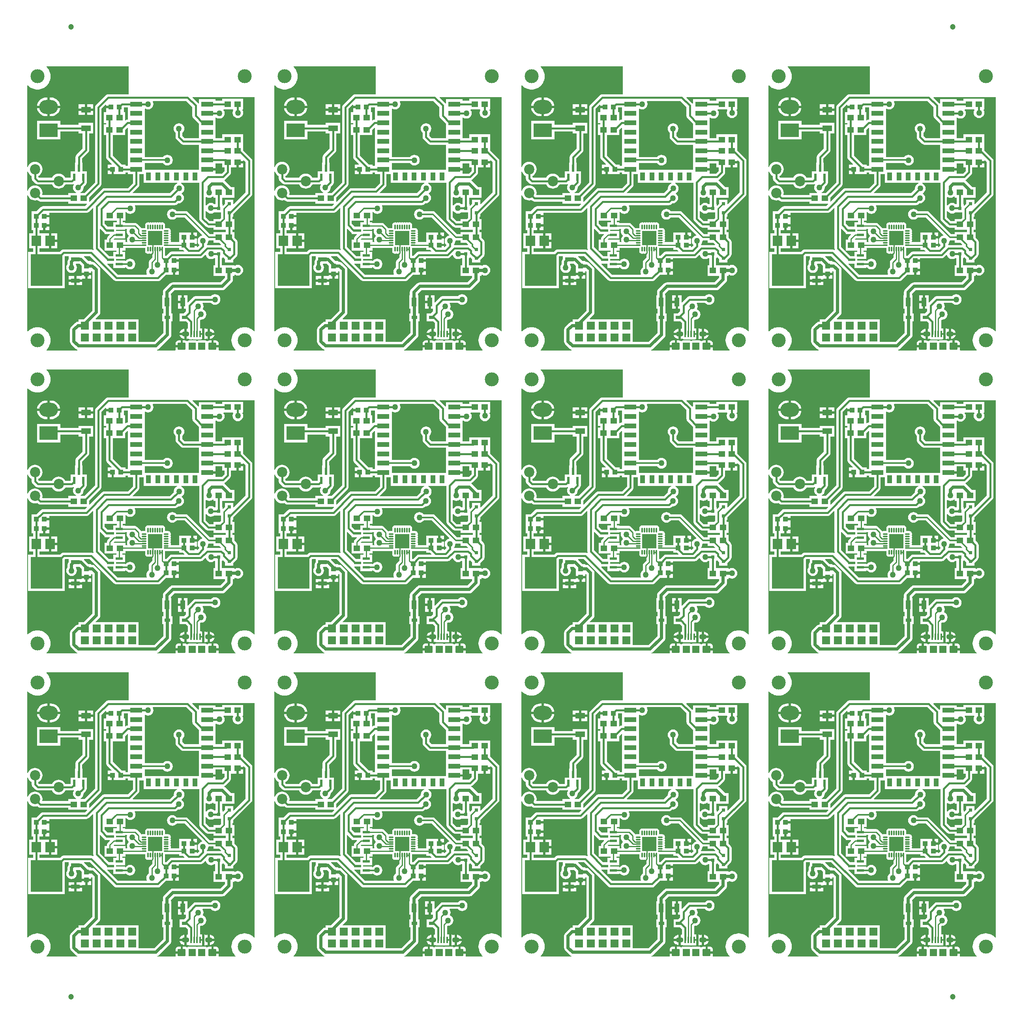
<source format=gtl>
%MOIN*%
%OFA0B0*%
%FSLAX44Y44*%
%IPPOS*%
%LPD*%
%AMROUNDEDRECTD240*
21,1,0.010240157480314961,0.033070866141732283,0,0,90*
21,1,0.0051220472440944879,0.038188976377952759,0,0,90*
1,1,0.0051220472440944879,0.016535433070866142,0.0025590551181102366*
1,1,0.0051220472440944879,0.016535433070866142,-0.0025590551181102366*
1,1,0.0051220472440944879,-0.016535433070866142,-0.0025590551181102366*
1,1,0.0051220472440944879,-0.016535433070866142,0.0025590551181102366*%
%AMCOMP70*
4,1,3,
0.016535433070866142,-0.0051200787401574814,
0.016535433070866142,0.00512007874015748,
-0.016535433070866142,0.0051200787401574814,
-0.016535433070866142,-0.00512007874015748,
0*
4,1,3,
0.019094488188976379,-0.0025610236220472453,
0.019094488188976379,0.0025610236220472431,
-0.019094488188976379,0.0025610236220472453,
-0.019094488188976379,-0.0025610236220472431,
0*
4,1,19,
0.016535433070866142,0.0051200787401574806,
0.017326832893074424,0.0049947333222440842,
0.018040764986678164,0.0046309667513421389,
0.018607344704098045,0.0040643870339222591,
0.01897111127499999,0.0033504549403185172,
0.019096456692913388,0.0025590551181102366,
0.01897111127499999,0.0017676552959019559,
0.018607344704098045,0.0010537232022982141,
0.018040764986678164,0.00048714348487833388,
0.017326832893074424,0.00012337691397638841,
0.016535433070866142,-0.0000019685039370076572,
0.015744033248657859,0.00012337691397638841,
0.015030101155054119,0.00048714348487833333,
0.014463521437634238,0.0010537232022982135,
0.014099754866732294,0.0017676552959019554,
0.013974409448818897,0.0025590551181102358,
0.014099754866732294,0.0033504549403185167,
0.014463521437634238,0.0040643870339222583,
0.015030101155054119,0.0046309667513421389,
0.015744033248657863,0.0049947333222440842,
0*
4,1,19,
0.016535433070866142,0.0000019685039370076572,
0.017326832893074424,-0.00012337691397638841,
0.018040764986678164,-0.0004871434848783336,
0.018607344704098045,-0.0010537232022982139,
0.01897111127499999,-0.0017676552959019556,
0.019096456692913388,-0.0025590551181102366,
0.01897111127499999,-0.0033504549403185167,
0.018607344704098045,-0.0040643870339222591,
0.018040764986678164,-0.0046309667513421389,
0.017326832893074424,-0.0049947333222440842,
0.016535433070866142,-0.0051200787401574806,
0.015744033248657859,-0.0049947333222440842,
0.015030101155054119,-0.00463096675134214,
0.014463521437634238,-0.0040643870339222591,
0.014099754866732294,-0.0033504549403185176,
0.013974409448818897,-0.0025590551181102371,
0.014099754866732294,-0.0017676552959019563,
0.014463521437634238,-0.0010537232022982143,
0.015030101155054119,-0.00048714348487833388,
0.015744033248657863,-0.00012337691397638841,
0*
4,1,19,
-0.016535433070866142,0.0000019685039370076572,
-0.015744033248657863,-0.00012337691397638841,
-0.015030101155054119,-0.0004871434848783336,
-0.014463521437634238,-0.0010537232022982139,
-0.014099754866732294,-0.0017676552959019556,
-0.013974409448818897,-0.0025590551181102366,
-0.014099754866732294,-0.0033504549403185167,
-0.014463521437634238,-0.0040643870339222591,
-0.015030101155054119,-0.0046309667513421389,
-0.015744033248657863,-0.0049947333222440842,
-0.016535433070866142,-0.0051200787401574806,
-0.017326832893074424,-0.0049947333222440842,
-0.018040764986678164,-0.00463096675134214,
-0.018607344704098045,-0.0040643870339222591,
-0.01897111127499999,-0.0033504549403185176,
-0.019096456692913388,-0.0025590551181102371,
-0.01897111127499999,-0.0017676552959019563,
-0.018607344704098045,-0.0010537232022982143,
-0.018040764986678164,-0.00048714348487833388,
-0.017326832893074424,-0.00012337691397638841,
0*
4,1,19,
-0.016535433070866142,0.0051200787401574806,
-0.015744033248657863,0.0049947333222440842,
-0.015030101155054119,0.0046309667513421389,
-0.014463521437634238,0.0040643870339222591,
-0.014099754866732294,0.0033504549403185172,
-0.013974409448818897,0.0025590551181102366,
-0.014099754866732294,0.0017676552959019559,
-0.014463521437634238,0.0010537232022982141,
-0.015030101155054119,0.00048714348487833388,
-0.015744033248657863,0.00012337691397638841,
-0.016535433070866142,-0.0000019685039370076572,
-0.017326832893074424,0.00012337691397638841,
-0.018040764986678164,0.00048714348487833333,
-0.018607344704098045,0.0010537232022982135,
-0.01897111127499999,0.0017676552959019554,
-0.019096456692913388,0.0025590551181102358,
-0.01897111127499999,0.0033504549403185167,
-0.018607344704098045,0.0040643870339222583,
-0.018040764986678164,0.0046309667513421389,
-0.017326832893074424,0.0049947333222440842,
0*%
%AMROUNDEDRECTD250*
21,1,0.010240157480314961,0.033070866141732283,0,0,0*
21,1,0.0051220472440944879,0.038188976377952759,0,0,0*
1,1,0.0051220472440944879,0.0025590551181102366,-0.016535433070866142*
1,1,0.0051220472440944879,-0.0025590551181102366,-0.016535433070866142*
1,1,0.0051220472440944879,-0.0025590551181102366,0.016535433070866142*
1,1,0.0051220472440944879,0.0025590551181102366,0.016535433070866142*%
%AMCOMP80*
4,1,3,
-0.0051200787401574806,-0.016535433070866142,
0.0051200787401574806,-0.016535433070866142,
0.0051200787401574806,0.016535433070866142,
-0.0051200787401574806,0.016535433070866142,
0*
4,1,3,
-0.002561023622047244,-0.019094488188976379,
0.002561023622047244,-0.019094488188976379,
0.002561023622047244,0.019094488188976379,
-0.002561023622047244,0.019094488188976379,
0*
4,1,19,
0.0025590551181102366,-0.013974409448818897,
0.0033504549403185172,-0.014099754866732294,
0.0040643870339222591,-0.014463521437634238,
0.0046309667513421389,-0.015030101155054119,
0.0049947333222440842,-0.015744033248657863,
0.0051200787401574806,-0.016535433070866142,
0.004994733322244085,-0.017326832893074424,
0.0046309667513421389,-0.018040764986678164,
0.0040643870339222591,-0.018607344704098045,
0.0033504549403185172,-0.01897111127499999,
0.0025590551181102371,-0.019096456692913388,
0.0017676552959019552,-0.01897111127499999,
0.0010537232022982141,-0.018607344704098045,
0.00048714348487833388,-0.018040764986678164,
0.00012337691397638841,-0.017326832893074424,
-0.0000019685039370076572,-0.016535433070866142,
0.00012337691397638814,-0.015744033248657863,
0.00048714348487833333,-0.015030101155054119,
0.0010537232022982132,-0.014463521437634238,
0.0017676552959019552,-0.014099754866732294,
0*
4,1,19,
-0.0025590551181102366,-0.013974409448818897,
-0.0017676552959019556,-0.014099754866732294,
-0.0010537232022982139,-0.014463521437634238,
-0.0004871434848783336,-0.015030101155054119,
-0.00012337691397638841,-0.015744033248657863,
0.0000019685039370076572,-0.016535433070866142,
-0.00012337691397638814,-0.017326832893074424,
-0.0004871434848783336,-0.018040764986678164,
-0.0010537232022982135,-0.018607344704098045,
-0.0017676552959019556,-0.01897111127499999,
-0.0025590551181102358,-0.019096456692913388,
-0.0033504549403185176,-0.01897111127499999,
-0.0040643870339222591,-0.018607344704098045,
-0.0046309667513421389,-0.018040764986678164,
-0.0049947333222440842,-0.017326832893074424,
-0.0051200787401574806,-0.016535433070866142,
-0.004994733322244085,-0.015744033248657863,
-0.00463096675134214,-0.015030101155054119,
-0.0040643870339222591,-0.014463521437634238,
-0.0033504549403185176,-0.014099754866732294,
0*
4,1,19,
-0.0025590551181102366,0.019096456692913388,
-0.0017676552959019556,0.01897111127499999,
-0.0010537232022982139,0.018607344704098045,
-0.0004871434848783336,0.018040764986678164,
-0.00012337691397638841,0.017326832893074424,
0.0000019685039370076572,0.016535433070866142,
-0.00012337691397638814,0.015744033248657863,
-0.0004871434848783336,0.015030101155054119,
-0.0010537232022982135,0.014463521437634238,
-0.0017676552959019556,0.014099754866732294,
-0.0025590551181102358,0.013974409448818897,
-0.0033504549403185176,0.014099754866732294,
-0.0040643870339222591,0.014463521437634238,
-0.0046309667513421389,0.015030101155054119,
-0.0049947333222440842,0.015744033248657863,
-0.0051200787401574806,0.016535433070866142,
-0.004994733322244085,0.017326832893074424,
-0.00463096675134214,0.018040764986678164,
-0.0040643870339222591,0.018607344704098045,
-0.0033504549403185176,0.01897111127499999,
0*
4,1,19,
0.0025590551181102366,0.019096456692913388,
0.0033504549403185172,0.01897111127499999,
0.0040643870339222591,0.018607344704098045,
0.0046309667513421389,0.018040764986678164,
0.0049947333222440842,0.017326832893074424,
0.0051200787401574806,0.016535433070866142,
0.004994733322244085,0.015744033248657863,
0.0046309667513421389,0.015030101155054119,
0.0040643870339222591,0.014463521437634238,
0.0033504549403185172,0.014099754866732294,
0.0025590551181102371,0.013974409448818897,
0.0017676552959019552,0.014099754866732294,
0.0010537232022982141,0.014463521437634238,
0.00048714348487833388,0.015030101155054119,
0.00012337691397638841,0.015744033248657863,
-0.0000019685039370076572,0.016535433070866142,
0.00012337691397638814,0.017326832893074424,
0.00048714348487833333,0.018040764986678164,
0.0010537232022982132,0.018607344704098045,
0.0017676552959019552,0.01897111127499999,
0*%
%AMROUNDEDRECTD270*
21,1,0.060000000000000005,0.054,0,0,0*
21,1,0.054,0.060000000000000005,0,0,0*
1,1,0.006000000000000001,0.027,-0.027*
1,1,0.006000000000000001,-0.027,-0.027*
1,1,0.006000000000000001,-0.027,0.027*
1,1,0.006000000000000001,0.027,0.027*%
%AMCOMP90*
4,1,3,
-0.030000000000000002,-0.027,
0.030000000000000002,-0.027,
0.030000000000000002,0.027,
-0.030000000000000002,0.027,
0*
4,1,3,
-0.027,-0.030000000000000002,
0.027,-0.030000000000000002,
0.027,0.030000000000000002,
-0.027,0.030000000000000002,
0*
4,1,19,
0.027,-0.023999999999999997,
0.02792705098312484,-0.024146830451114539,
0.028763355756877419,-0.024572949016875158,
0.029427050983124842,-0.02523664424312258,
0.029853169548885464,-0.026072949016875159,
0.030000000000000002,-0.027,
0.029853169548885464,-0.02792705098312484,
0.029427050983124842,-0.028763355756877419,
0.028763355756877419,-0.029427050983124842,
0.02792705098312484,-0.029853169548885464,
0.027,-0.030000000000000002,
0.026072949016875159,-0.029853169548885464,
0.02523664424312258,-0.029427050983124842,
0.024572949016875158,-0.028763355756877419,
0.024146830451114539,-0.02792705098312484,
0.023999999999999997,-0.027,
0.024146830451114539,-0.026072949016875159,
0.024572949016875158,-0.02523664424312258,
0.02523664424312258,-0.024572949016875158,
0.026072949016875159,-0.024146830451114539,
0*
4,1,19,
-0.027,-0.023999999999999997,
-0.026072949016875159,-0.024146830451114539,
-0.02523664424312258,-0.024572949016875158,
-0.024572949016875158,-0.02523664424312258,
-0.024146830451114539,-0.026072949016875159,
-0.023999999999999997,-0.027,
-0.024146830451114539,-0.02792705098312484,
-0.024572949016875158,-0.028763355756877419,
-0.02523664424312258,-0.029427050983124842,
-0.026072949016875159,-0.029853169548885464,
-0.027,-0.030000000000000002,
-0.02792705098312484,-0.029853169548885464,
-0.028763355756877419,-0.029427050983124842,
-0.029427050983124842,-0.028763355756877419,
-0.029853169548885464,-0.02792705098312484,
-0.030000000000000002,-0.027,
-0.029853169548885464,-0.026072949016875159,
-0.029427050983124842,-0.02523664424312258,
-0.028763355756877419,-0.024572949016875158,
-0.02792705098312484,-0.024146830451114539,
0*
4,1,19,
-0.027,0.030000000000000002,
-0.026072949016875159,0.029853169548885464,
-0.02523664424312258,0.029427050983124842,
-0.024572949016875158,0.028763355756877419,
-0.024146830451114539,0.02792705098312484,
-0.023999999999999997,0.027,
-0.024146830451114539,0.026072949016875159,
-0.024572949016875158,0.02523664424312258,
-0.02523664424312258,0.024572949016875158,
-0.026072949016875159,0.024146830451114539,
-0.027,0.023999999999999997,
-0.02792705098312484,0.024146830451114539,
-0.028763355756877419,0.024572949016875158,
-0.029427050983124842,0.02523664424312258,
-0.029853169548885464,0.026072949016875159,
-0.030000000000000002,0.027,
-0.029853169548885464,0.02792705098312484,
-0.029427050983124842,0.028763355756877419,
-0.028763355756877419,0.029427050983124842,
-0.02792705098312484,0.029853169548885464,
0*
4,1,19,
0.027,0.030000000000000002,
0.02792705098312484,0.029853169548885464,
0.028763355756877419,0.029427050983124842,
0.029427050983124842,0.028763355756877419,
0.029853169548885464,0.02792705098312484,
0.030000000000000002,0.027,
0.029853169548885464,0.026072949016875159,
0.029427050983124842,0.02523664424312258,
0.028763355756877419,0.024572949016875158,
0.02792705098312484,0.024146830451114539,
0.027,0.023999999999999997,
0.026072949016875159,0.024146830451114539,
0.02523664424312258,0.024572949016875158,
0.024572949016875158,0.02523664424312258,
0.024146830451114539,0.026072949016875159,
0.023999999999999997,0.027,
0.024146830451114539,0.02792705098312484,
0.024572949016875158,0.028763355756877419,
0.02523664424312258,0.029427050983124842,
0.026072949016875159,0.029853169548885464,
0*%
%AMROUNDEDRECTD280*
21,1,0.016,0.051401574803149615,0,0,0*
21,1,0.014401574803149608,0.053000000000000005,0,0,0*
1,1,0.0015984251968503937,0.007200787401574804,-0.025700787401574807*
1,1,0.0015984251968503937,-0.007200787401574804,-0.025700787401574807*
1,1,0.0015984251968503937,-0.007200787401574804,0.025700787401574807*
1,1,0.0015984251968503937,0.007200787401574804,0.025700787401574807*%
%AMCOMP100*
4,1,3,
-0.008,-0.025700787401574807,
0.008,-0.025700787401574807,
0.008,0.025700787401574807,
-0.008,0.025700787401574807,
0*
4,1,3,
-0.007200787401574804,-0.026500000000000003,
0.007200787401574804,-0.026500000000000003,
0.007200787401574804,0.026500000000000003,
-0.007200787401574804,0.026500000000000003,
0*
4,1,19,
0.007200787401574804,-0.024901574803149609,
0.00744775767660675,-0.024940691051937344,
0.0076705527803754819,-0.02505421082733026,
0.0078473639758193485,-0.025231022022774129,
0.00796088375121227,-0.025453817126542863,
0.008,-0.025700787401574807,
0.00796088375121227,-0.025947757676606752,
0.0078473639758193485,-0.026170552780375483,
0.0076705527803754819,-0.026347363975819348,
0.00744775767660675,-0.02646088375121227,
0.007200787401574804,-0.026500000000000003,
0.0069538171265428571,-0.02646088375121227,
0.0067310220227741269,-0.026347363975819355,
0.0065542108273302594,-0.026170552780375483,
0.0064406910519373382,-0.025947757676606752,
0.0064015748031496077,-0.025700787401574807,
0.0064406910519373382,-0.025453817126542863,
0.0065542108273302594,-0.025231022022774129,
0.006731022022774126,-0.025054210827330264,
0.0069538171265428571,-0.024940691051937344,
0*
4,1,19,
-0.007200787401574804,-0.024901574803149609,
-0.0069538171265428571,-0.024940691051937344,
-0.006731022022774126,-0.02505421082733026,
-0.0065542108273302594,-0.025231022022774129,
-0.0064406910519373382,-0.025453817126542863,
-0.0064015748031496077,-0.025700787401574807,
-0.0064406910519373382,-0.025947757676606752,
-0.0065542108273302594,-0.026170552780375483,
-0.006731022022774126,-0.026347363975819348,
-0.0069538171265428571,-0.02646088375121227,
-0.007200787401574804,-0.026500000000000003,
-0.00744775767660675,-0.02646088375121227,
-0.00767055278037548,-0.026347363975819355,
-0.0078473639758193485,-0.026170552780375483,
-0.00796088375121227,-0.025947757676606752,
-0.008,-0.025700787401574807,
-0.00796088375121227,-0.025453817126542863,
-0.0078473639758193485,-0.025231022022774129,
-0.0076705527803754819,-0.025054210827330264,
-0.00744775767660675,-0.024940691051937344,
0*
4,1,19,
-0.007200787401574804,0.026500000000000003,
-0.0069538171265428571,0.02646088375121227,
-0.006731022022774126,0.026347363975819355,
-0.0065542108273302594,0.026170552780375483,
-0.0064406910519373382,0.025947757676606752,
-0.0064015748031496077,0.025700787401574807,
-0.0064406910519373382,0.025453817126542863,
-0.0065542108273302594,0.025231022022774129,
-0.006731022022774126,0.025054210827330264,
-0.0069538171265428571,0.024940691051937344,
-0.007200787401574804,0.024901574803149609,
-0.00744775767660675,0.024940691051937344,
-0.00767055278037548,0.02505421082733026,
-0.0078473639758193485,0.025231022022774129,
-0.00796088375121227,0.025453817126542863,
-0.008,0.025700787401574807,
-0.00796088375121227,0.025947757676606752,
-0.0078473639758193485,0.026170552780375483,
-0.0076705527803754819,0.026347363975819348,
-0.00744775767660675,0.02646088375121227,
0*
4,1,19,
0.007200787401574804,0.026500000000000003,
0.00744775767660675,0.02646088375121227,
0.0076705527803754819,0.026347363975819355,
0.0078473639758193485,0.026170552780375483,
0.00796088375121227,0.025947757676606752,
0.008,0.025700787401574807,
0.00796088375121227,0.025453817126542863,
0.0078473639758193485,0.025231022022774129,
0.0076705527803754819,0.025054210827330264,
0.00744775767660675,0.024940691051937344,
0.007200787401574804,0.024901574803149609,
0.0069538171265428571,0.024940691051937344,
0.0067310220227741269,0.02505421082733026,
0.0065542108273302594,0.025231022022774129,
0.0064406910519373382,0.025453817126542863,
0.0064015748031496077,0.025700787401574807,
0.0064406910519373382,0.025947757676606752,
0.0065542108273302594,0.026170552780375483,
0.006731022022774126,0.026347363975819348,
0.0069538171265428571,0.02646088375121227,
0*%
%AMROUNDEDRECTD290*
21,1,0.060000000000000005,0.008,0,0,0*
21,1,0.028000000000000004,0.04,0,0,0*
1,1,0.032,0.014000000000000002,-0.004*
1,1,0.032,-0.014000000000000002,-0.004*
1,1,0.032,-0.014000000000000002,0.004*
1,1,0.032,0.014000000000000002,0.004*%
%AMCOMP110*
4,1,3,
-0.030000000000000002,-0.004,
0.030000000000000002,-0.004,
0.030000000000000002,0.004,
-0.030000000000000002,0.004,
0*
4,1,3,
-0.014000000000000002,-0.02,
0.014000000000000002,-0.02,
0.014000000000000002,0.02,
-0.014000000000000002,0.02,
0*
4,1,19,
0.014000000000000002,0.011999999999999999,
0.018944271909999161,0.011216904260722456,
0.023404564036679568,0.00894427190999916,
0.026944271909999162,0.00540456403667957,
0.029216904260722459,0.00094427190999915968,
0.030000000000000002,-0.0039999999999999992,
0.029216904260722463,-0.0089442719099991578,
0.026944271909999162,-0.013404564036679568,
0.023404564036679575,-0.016944271909999156,
0.018944271909999161,-0.019216904260722457,
0.014000000000000004,-0.02,
0.0090557280900008374,-0.019216904260722457,
0.0045954359633204331,-0.01694427190999916,
0.0010557280900008452,-0.013404564036679573,
-0.0012169042607224549,-0.0089442719099991613,
-0.0019999999999999983,-0.0040000000000000027,
-0.0012169042607224571,0.00094427190999915524,
0.0010557280900008409,0.0054045640366795671,
0.0045954359633204279,0.0089442719099991561,
0.0090557280900008391,0.011216904260722456,
0*
4,1,19,
-0.014000000000000002,0.011999999999999999,
-0.0090557280900008426,0.011216904260722456,
-0.0045954359633204322,0.00894427190999916,
-0.0010557280900008431,0.00540456403667957,
0.0012169042607224549,0.00094427190999915968,
0.0019999999999999983,-0.0039999999999999992,
0.0012169042607224571,-0.0089442719099991578,
-0.0010557280900008431,-0.013404564036679568,
-0.00459543596332043,-0.016944271909999156,
-0.0090557280900008426,-0.019216904260722457,
-0.014,-0.02,
-0.018944271909999168,-0.019216904260722457,
-0.023404564036679568,-0.01694427190999916,
-0.026944271909999162,-0.013404564036679573,
-0.029216904260722459,-0.0089442719099991613,
-0.030000000000000002,-0.0040000000000000027,
-0.029216904260722463,0.00094427190999915524,
-0.026944271909999162,0.0054045640366795671,
-0.023404564036679579,0.0089442719099991561,
-0.018944271909999161,0.011216904260722456,
0*
4,1,19,
-0.014000000000000002,0.02,
-0.0090557280900008426,0.019216904260722457,
-0.0045954359633204322,0.01694427190999916,
-0.0010557280900008431,0.013404564036679568,
0.0012169042607224549,0.00894427190999916,
0.0019999999999999983,0.004000000000000001,
0.0012169042607224571,-0.00094427190999915752,
-0.0010557280900008431,-0.0054045640366795688,
-0.00459543596332043,-0.0089442719099991561,
-0.0090557280900008426,-0.011216904260722456,
-0.014,-0.011999999999999999,
-0.018944271909999168,-0.011216904260722456,
-0.023404564036679568,-0.0089442719099991613,
-0.026944271909999162,-0.0054045640366795723,
-0.029216904260722459,-0.00094427190999916077,
-0.030000000000000002,0.0039999999999999975,
-0.029216904260722463,0.0089442719099991561,
-0.026944271909999162,0.013404564036679566,
-0.023404564036679579,0.016944271909999156,
-0.018944271909999161,0.019216904260722457,
0*
4,1,19,
0.014000000000000002,0.02,
0.018944271909999161,0.019216904260722457,
0.023404564036679568,0.01694427190999916,
0.026944271909999162,0.013404564036679568,
0.029216904260722459,0.00894427190999916,
0.030000000000000002,0.004000000000000001,
0.029216904260722463,-0.00094427190999915752,
0.026944271909999162,-0.0054045640366795688,
0.023404564036679575,-0.0089442719099991561,
0.018944271909999161,-0.011216904260722456,
0.014000000000000004,-0.011999999999999999,
0.0090557280900008374,-0.011216904260722456,
0.0045954359633204331,-0.0089442719099991613,
0.0010557280900008452,-0.0054045640366795723,
-0.0012169042607224549,-0.00094427190999916077,
-0.0019999999999999983,0.0039999999999999975,
-0.0012169042607224571,0.0089442719099991561,
0.0010557280900008409,0.013404564036679566,
0.0045954359633204279,0.016944271909999156,
0.0090557280900008391,0.019216904260722457,
0*%
%AMROUNDEDRECTD300*
21,1,0.065,0.0487992125984252,0,0,0*
21,1,0.052799212598425196,0.061000000000000006,0,0,0*
1,1,0.012200787401574804,0.026401574803149606,-0.024401574803149608*
1,1,0.012200787401574804,-0.026401574803149606,-0.024401574803149608*
1,1,0.012200787401574804,-0.026401574803149606,0.024401574803149608*
1,1,0.012200787401574804,0.026401574803149606,0.024401574803149608*%
%AMCOMP120*
4,1,3,
-0.0325,-0.0243996062992126,
0.0325,-0.0243996062992126,
0.0325,0.0243996062992126,
-0.0325,0.0243996062992126,
0*
4,1,3,
-0.026399606299212598,-0.030500000000000003,
0.026399606299212598,-0.030500000000000003,
0.026399606299212598,0.030500000000000003,
-0.026399606299212598,0.030500000000000003,
0*
4,1,19,
0.026401574803149606,-0.018301181102362205,
0.028286700129070794,-0.018599755622049841,
0.029987296253650344,-0.019466252626834723,
0.031336896979464492,-0.020815853352648874,
0.032203393984249373,-0.022516449477228424,
0.032501968503937009,-0.024401574803149608,
0.032203393984249373,-0.026286700129070795,
0.031336896979464492,-0.027987296253650346,
0.029987296253650344,-0.029336896979464493,
0.028286700129070794,-0.030203393984249375,
0.026401574803149606,-0.030501968503937011,
0.024516449477228423,-0.030203393984249375,
0.022815853352648872,-0.029336896979464493,
0.021466252626834721,-0.027987296253650346,
0.02059975562204984,-0.026286700129070795,
0.020301181102362204,-0.024401574803149608,
0.02059975562204984,-0.022516449477228424,
0.021466252626834721,-0.020815853352648874,
0.022815853352648872,-0.019466252626834723,
0.024516449477228423,-0.018599755622049841,
0*
4,1,19,
-0.026401574803149606,-0.018301181102362205,
-0.024516449477228423,-0.018599755622049841,
-0.022815853352648872,-0.019466252626834723,
-0.021466252626834721,-0.020815853352648874,
-0.02059975562204984,-0.022516449477228424,
-0.020301181102362204,-0.024401574803149608,
-0.02059975562204984,-0.026286700129070795,
-0.021466252626834721,-0.027987296253650346,
-0.022815853352648872,-0.029336896979464493,
-0.024516449477228423,-0.030203393984249375,
-0.026401574803149606,-0.030501968503937011,
-0.028286700129070794,-0.030203393984249375,
-0.029987296253650344,-0.029336896979464493,
-0.031336896979464492,-0.027987296253650346,
-0.032203393984249373,-0.026286700129070795,
-0.032501968503937009,-0.024401574803149608,
-0.032203393984249373,-0.022516449477228424,
-0.031336896979464492,-0.020815853352648874,
-0.029987296253650344,-0.019466252626834723,
-0.028286700129070794,-0.018599755622049841,
0*
4,1,19,
-0.026401574803149606,0.030501968503937011,
-0.024516449477228423,0.030203393984249375,
-0.022815853352648872,0.029336896979464493,
-0.021466252626834721,0.027987296253650346,
-0.02059975562204984,0.026286700129070795,
-0.020301181102362204,0.024401574803149608,
-0.02059975562204984,0.022516449477228424,
-0.021466252626834721,0.020815853352648874,
-0.022815853352648872,0.019466252626834723,
-0.024516449477228423,0.018599755622049841,
-0.026401574803149606,0.018301181102362205,
-0.028286700129070794,0.018599755622049841,
-0.029987296253650344,0.019466252626834723,
-0.031336896979464492,0.020815853352648874,
-0.032203393984249373,0.022516449477228424,
-0.032501968503937009,0.024401574803149608,
-0.032203393984249373,0.026286700129070795,
-0.031336896979464492,0.027987296253650346,
-0.029987296253650344,0.029336896979464493,
-0.028286700129070794,0.030203393984249375,
0*
4,1,19,
0.026401574803149606,0.030501968503937011,
0.028286700129070794,0.030203393984249375,
0.029987296253650344,0.029336896979464493,
0.031336896979464492,0.027987296253650346,
0.032203393984249373,0.026286700129070795,
0.032501968503937009,0.024401574803149608,
0.032203393984249373,0.022516449477228424,
0.031336896979464492,0.020815853352648874,
0.029987296253650344,0.019466252626834723,
0.028286700129070794,0.018599755622049841,
0.026401574803149606,0.018301181102362205,
0.024516449477228423,0.018599755622049841,
0.022815853352648872,0.019466252626834723,
0.021466252626834721,0.020815853352648874,
0.02059975562204984,0.022516449477228424,
0.020301181102362204,0.024401574803149608,
0.02059975562204984,0.026286700129070795,
0.021466252626834721,0.027987296253650346,
0.022815853352648872,0.029336896979464493,
0.024516449477228423,0.030203393984249375,
0*%
%AMROUNDEDRECTD241*
21,1,0.010240157480314961,0.033070866141732283,0,0,90*
21,1,0.0051220472440944879,0.038188976377952759,0,0,90*
1,1,0.0051220472440944879,0.016535433070866142,0.0025590551181102366*
1,1,0.0051220472440944879,0.016535433070866142,-0.0025590551181102366*
1,1,0.0051220472440944879,-0.016535433070866142,-0.0025590551181102366*
1,1,0.0051220472440944879,-0.016535433070866142,0.0025590551181102366*%
%AMCOMP310*
4,1,3,
0.016535433070866142,-0.0051200787401574814,
0.016535433070866142,0.00512007874015748,
-0.016535433070866142,0.0051200787401574814,
-0.016535433070866142,-0.00512007874015748,
0*
4,1,3,
0.019094488188976379,-0.0025610236220472453,
0.019094488188976379,0.0025610236220472431,
-0.019094488188976379,0.0025610236220472453,
-0.019094488188976379,-0.0025610236220472431,
0*
4,1,19,
0.016535433070866142,0.0051200787401574806,
0.017326832893074424,0.0049947333222440842,
0.018040764986678164,0.0046309667513421389,
0.018607344704098045,0.0040643870339222591,
0.01897111127499999,0.0033504549403185172,
0.019096456692913388,0.0025590551181102366,
0.01897111127499999,0.0017676552959019559,
0.018607344704098045,0.0010537232022982141,
0.018040764986678164,0.00048714348487833388,
0.017326832893074424,0.00012337691397638841,
0.016535433070866142,-0.0000019685039370076572,
0.015744033248657859,0.00012337691397638841,
0.015030101155054119,0.00048714348487833333,
0.014463521437634238,0.0010537232022982135,
0.014099754866732294,0.0017676552959019554,
0.013974409448818897,0.0025590551181102358,
0.014099754866732294,0.0033504549403185167,
0.014463521437634238,0.0040643870339222583,
0.015030101155054119,0.0046309667513421389,
0.015744033248657863,0.0049947333222440842,
0*
4,1,19,
0.016535433070866142,0.0000019685039370076572,
0.017326832893074424,-0.00012337691397638841,
0.018040764986678164,-0.0004871434848783336,
0.018607344704098045,-0.0010537232022982139,
0.01897111127499999,-0.0017676552959019556,
0.019096456692913388,-0.0025590551181102366,
0.01897111127499999,-0.0033504549403185167,
0.018607344704098045,-0.0040643870339222591,
0.018040764986678164,-0.0046309667513421389,
0.017326832893074424,-0.0049947333222440842,
0.016535433070866142,-0.0051200787401574806,
0.015744033248657859,-0.0049947333222440842,
0.015030101155054119,-0.00463096675134214,
0.014463521437634238,-0.0040643870339222591,
0.014099754866732294,-0.0033504549403185176,
0.013974409448818897,-0.0025590551181102371,
0.014099754866732294,-0.0017676552959019563,
0.014463521437634238,-0.0010537232022982143,
0.015030101155054119,-0.00048714348487833388,
0.015744033248657863,-0.00012337691397638841,
0*
4,1,19,
-0.016535433070866142,0.0000019685039370076572,
-0.015744033248657863,-0.00012337691397638841,
-0.015030101155054119,-0.0004871434848783336,
-0.014463521437634238,-0.0010537232022982139,
-0.014099754866732294,-0.0017676552959019556,
-0.013974409448818897,-0.0025590551181102366,
-0.014099754866732294,-0.0033504549403185167,
-0.014463521437634238,-0.0040643870339222591,
-0.015030101155054119,-0.0046309667513421389,
-0.015744033248657863,-0.0049947333222440842,
-0.016535433070866142,-0.0051200787401574806,
-0.017326832893074424,-0.0049947333222440842,
-0.018040764986678164,-0.00463096675134214,
-0.018607344704098045,-0.0040643870339222591,
-0.01897111127499999,-0.0033504549403185176,
-0.019096456692913388,-0.0025590551181102371,
-0.01897111127499999,-0.0017676552959019563,
-0.018607344704098045,-0.0010537232022982143,
-0.018040764986678164,-0.00048714348487833388,
-0.017326832893074424,-0.00012337691397638841,
0*
4,1,19,
-0.016535433070866142,0.0051200787401574806,
-0.015744033248657863,0.0049947333222440842,
-0.015030101155054119,0.0046309667513421389,
-0.014463521437634238,0.0040643870339222591,
-0.014099754866732294,0.0033504549403185172,
-0.013974409448818897,0.0025590551181102366,
-0.014099754866732294,0.0017676552959019559,
-0.014463521437634238,0.0010537232022982141,
-0.015030101155054119,0.00048714348487833388,
-0.015744033248657863,0.00012337691397638841,
-0.016535433070866142,-0.0000019685039370076572,
-0.017326832893074424,0.00012337691397638841,
-0.018040764986678164,0.00048714348487833333,
-0.018607344704098045,0.0010537232022982135,
-0.01897111127499999,0.0017676552959019554,
-0.019096456692913388,0.0025590551181102358,
-0.01897111127499999,0.0033504549403185167,
-0.018607344704098045,0.0040643870339222583,
-0.018040764986678164,0.0046309667513421389,
-0.017326832893074424,0.0049947333222440842,
0*%
%AMROUNDEDRECTD251*
21,1,0.010240157480314961,0.033070866141732283,0,0,0*
21,1,0.0051220472440944879,0.038188976377952759,0,0,0*
1,1,0.0051220472440944879,0.0025590551181102366,-0.016535433070866142*
1,1,0.0051220472440944879,-0.0025590551181102366,-0.016535433070866142*
1,1,0.0051220472440944879,-0.0025590551181102366,0.016535433070866142*
1,1,0.0051220472440944879,0.0025590551181102366,0.016535433070866142*%
%AMCOMP320*
4,1,3,
-0.0051200787401574806,-0.016535433070866142,
0.0051200787401574806,-0.016535433070866142,
0.0051200787401574806,0.016535433070866142,
-0.0051200787401574806,0.016535433070866142,
0*
4,1,3,
-0.002561023622047244,-0.019094488188976379,
0.002561023622047244,-0.019094488188976379,
0.002561023622047244,0.019094488188976379,
-0.002561023622047244,0.019094488188976379,
0*
4,1,19,
0.0025590551181102366,-0.013974409448818897,
0.0033504549403185172,-0.014099754866732294,
0.0040643870339222591,-0.014463521437634238,
0.0046309667513421389,-0.015030101155054119,
0.0049947333222440842,-0.015744033248657863,
0.0051200787401574806,-0.016535433070866142,
0.004994733322244085,-0.017326832893074424,
0.0046309667513421389,-0.018040764986678164,
0.0040643870339222591,-0.018607344704098045,
0.0033504549403185172,-0.01897111127499999,
0.0025590551181102371,-0.019096456692913388,
0.0017676552959019552,-0.01897111127499999,
0.0010537232022982141,-0.018607344704098045,
0.00048714348487833388,-0.018040764986678164,
0.00012337691397638841,-0.017326832893074424,
-0.0000019685039370076572,-0.016535433070866142,
0.00012337691397638814,-0.015744033248657863,
0.00048714348487833333,-0.015030101155054119,
0.0010537232022982132,-0.014463521437634238,
0.0017676552959019552,-0.014099754866732294,
0*
4,1,19,
-0.0025590551181102366,-0.013974409448818897,
-0.0017676552959019556,-0.014099754866732294,
-0.0010537232022982139,-0.014463521437634238,
-0.0004871434848783336,-0.015030101155054119,
-0.00012337691397638841,-0.015744033248657863,
0.0000019685039370076572,-0.016535433070866142,
-0.00012337691397638814,-0.017326832893074424,
-0.0004871434848783336,-0.018040764986678164,
-0.0010537232022982135,-0.018607344704098045,
-0.0017676552959019556,-0.01897111127499999,
-0.0025590551181102358,-0.019096456692913388,
-0.0033504549403185176,-0.01897111127499999,
-0.0040643870339222591,-0.018607344704098045,
-0.0046309667513421389,-0.018040764986678164,
-0.0049947333222440842,-0.017326832893074424,
-0.0051200787401574806,-0.016535433070866142,
-0.004994733322244085,-0.015744033248657863,
-0.00463096675134214,-0.015030101155054119,
-0.0040643870339222591,-0.014463521437634238,
-0.0033504549403185176,-0.014099754866732294,
0*
4,1,19,
-0.0025590551181102366,0.019096456692913388,
-0.0017676552959019556,0.01897111127499999,
-0.0010537232022982139,0.018607344704098045,
-0.0004871434848783336,0.018040764986678164,
-0.00012337691397638841,0.017326832893074424,
0.0000019685039370076572,0.016535433070866142,
-0.00012337691397638814,0.015744033248657863,
-0.0004871434848783336,0.015030101155054119,
-0.0010537232022982135,0.014463521437634238,
-0.0017676552959019556,0.014099754866732294,
-0.0025590551181102358,0.013974409448818897,
-0.0033504549403185176,0.014099754866732294,
-0.0040643870339222591,0.014463521437634238,
-0.0046309667513421389,0.015030101155054119,
-0.0049947333222440842,0.015744033248657863,
-0.0051200787401574806,0.016535433070866142,
-0.004994733322244085,0.017326832893074424,
-0.00463096675134214,0.018040764986678164,
-0.0040643870339222591,0.018607344704098045,
-0.0033504549403185176,0.01897111127499999,
0*
4,1,19,
0.0025590551181102366,0.019096456692913388,
0.0033504549403185172,0.01897111127499999,
0.0040643870339222591,0.018607344704098045,
0.0046309667513421389,0.018040764986678164,
0.0049947333222440842,0.017326832893074424,
0.0051200787401574806,0.016535433070866142,
0.004994733322244085,0.015744033248657863,
0.0046309667513421389,0.015030101155054119,
0.0040643870339222591,0.014463521437634238,
0.0033504549403185172,0.014099754866732294,
0.0025590551181102371,0.013974409448818897,
0.0017676552959019552,0.014099754866732294,
0.0010537232022982141,0.014463521437634238,
0.00048714348487833388,0.015030101155054119,
0.00012337691397638841,0.015744033248657863,
-0.0000019685039370076572,0.016535433070866142,
0.00012337691397638814,0.017326832893074424,
0.00048714348487833333,0.018040764986678164,
0.0010537232022982132,0.018607344704098045,
0.0017676552959019552,0.01897111127499999,
0*%
%AMROUNDEDRECTD271*
21,1,0.060000000000000005,0.054,0,0,0*
21,1,0.054,0.060000000000000005,0,0,0*
1,1,0.006000000000000001,0.027,-0.027*
1,1,0.006000000000000001,-0.027,-0.027*
1,1,0.006000000000000001,-0.027,0.027*
1,1,0.006000000000000001,0.027,0.027*%
%AMCOMP330*
4,1,3,
-0.030000000000000002,-0.027,
0.030000000000000002,-0.027,
0.030000000000000002,0.027,
-0.030000000000000002,0.027,
0*
4,1,3,
-0.027,-0.030000000000000002,
0.027,-0.030000000000000002,
0.027,0.030000000000000002,
-0.027,0.030000000000000002,
0*
4,1,19,
0.027,-0.023999999999999997,
0.02792705098312484,-0.024146830451114539,
0.028763355756877419,-0.024572949016875158,
0.029427050983124842,-0.02523664424312258,
0.029853169548885464,-0.026072949016875159,
0.030000000000000002,-0.027,
0.029853169548885464,-0.02792705098312484,
0.029427050983124842,-0.028763355756877419,
0.028763355756877419,-0.029427050983124842,
0.02792705098312484,-0.029853169548885464,
0.027,-0.030000000000000002,
0.026072949016875159,-0.029853169548885464,
0.02523664424312258,-0.029427050983124842,
0.024572949016875158,-0.028763355756877419,
0.024146830451114539,-0.02792705098312484,
0.023999999999999997,-0.027,
0.024146830451114539,-0.026072949016875159,
0.024572949016875158,-0.02523664424312258,
0.02523664424312258,-0.024572949016875158,
0.026072949016875159,-0.024146830451114539,
0*
4,1,19,
-0.027,-0.023999999999999997,
-0.026072949016875159,-0.024146830451114539,
-0.02523664424312258,-0.024572949016875158,
-0.024572949016875158,-0.02523664424312258,
-0.024146830451114539,-0.026072949016875159,
-0.023999999999999997,-0.027,
-0.024146830451114539,-0.02792705098312484,
-0.024572949016875158,-0.028763355756877419,
-0.02523664424312258,-0.029427050983124842,
-0.026072949016875159,-0.029853169548885464,
-0.027,-0.030000000000000002,
-0.02792705098312484,-0.029853169548885464,
-0.028763355756877419,-0.029427050983124842,
-0.029427050983124842,-0.028763355756877419,
-0.029853169548885464,-0.02792705098312484,
-0.030000000000000002,-0.027,
-0.029853169548885464,-0.026072949016875159,
-0.029427050983124842,-0.02523664424312258,
-0.028763355756877419,-0.024572949016875158,
-0.02792705098312484,-0.024146830451114539,
0*
4,1,19,
-0.027,0.030000000000000002,
-0.026072949016875159,0.029853169548885464,
-0.02523664424312258,0.029427050983124842,
-0.024572949016875158,0.028763355756877419,
-0.024146830451114539,0.02792705098312484,
-0.023999999999999997,0.027,
-0.024146830451114539,0.026072949016875159,
-0.024572949016875158,0.02523664424312258,
-0.02523664424312258,0.024572949016875158,
-0.026072949016875159,0.024146830451114539,
-0.027,0.023999999999999997,
-0.02792705098312484,0.024146830451114539,
-0.028763355756877419,0.024572949016875158,
-0.029427050983124842,0.02523664424312258,
-0.029853169548885464,0.026072949016875159,
-0.030000000000000002,0.027,
-0.029853169548885464,0.02792705098312484,
-0.029427050983124842,0.028763355756877419,
-0.028763355756877419,0.029427050983124842,
-0.02792705098312484,0.029853169548885464,
0*
4,1,19,
0.027,0.030000000000000002,
0.02792705098312484,0.029853169548885464,
0.028763355756877419,0.029427050983124842,
0.029427050983124842,0.028763355756877419,
0.029853169548885464,0.02792705098312484,
0.030000000000000002,0.027,
0.029853169548885464,0.026072949016875159,
0.029427050983124842,0.02523664424312258,
0.028763355756877419,0.024572949016875158,
0.02792705098312484,0.024146830451114539,
0.027,0.023999999999999997,
0.026072949016875159,0.024146830451114539,
0.02523664424312258,0.024572949016875158,
0.024572949016875158,0.02523664424312258,
0.024146830451114539,0.026072949016875159,
0.023999999999999997,0.027,
0.024146830451114539,0.02792705098312484,
0.024572949016875158,0.028763355756877419,
0.02523664424312258,0.029427050983124842,
0.026072949016875159,0.029853169548885464,
0*%
%AMROUNDEDRECTD281*
21,1,0.016,0.051401574803149615,0,0,0*
21,1,0.014401574803149608,0.053000000000000005,0,0,0*
1,1,0.0015984251968503937,0.007200787401574804,-0.025700787401574807*
1,1,0.0015984251968503937,-0.007200787401574804,-0.025700787401574807*
1,1,0.0015984251968503937,-0.007200787401574804,0.025700787401574807*
1,1,0.0015984251968503937,0.007200787401574804,0.025700787401574807*%
%AMCOMP340*
4,1,3,
-0.008,-0.025700787401574807,
0.008,-0.025700787401574807,
0.008,0.025700787401574807,
-0.008,0.025700787401574807,
0*
4,1,3,
-0.007200787401574804,-0.026500000000000003,
0.007200787401574804,-0.026500000000000003,
0.007200787401574804,0.026500000000000003,
-0.007200787401574804,0.026500000000000003,
0*
4,1,19,
0.007200787401574804,-0.024901574803149609,
0.00744775767660675,-0.024940691051937344,
0.0076705527803754819,-0.02505421082733026,
0.0078473639758193485,-0.025231022022774129,
0.00796088375121227,-0.025453817126542863,
0.008,-0.025700787401574807,
0.00796088375121227,-0.025947757676606752,
0.0078473639758193485,-0.026170552780375483,
0.0076705527803754819,-0.026347363975819348,
0.00744775767660675,-0.02646088375121227,
0.007200787401574804,-0.026500000000000003,
0.0069538171265428571,-0.02646088375121227,
0.0067310220227741269,-0.026347363975819355,
0.0065542108273302594,-0.026170552780375483,
0.0064406910519373382,-0.025947757676606752,
0.0064015748031496077,-0.025700787401574807,
0.0064406910519373382,-0.025453817126542863,
0.0065542108273302594,-0.025231022022774129,
0.006731022022774126,-0.025054210827330264,
0.0069538171265428571,-0.024940691051937344,
0*
4,1,19,
-0.007200787401574804,-0.024901574803149609,
-0.0069538171265428571,-0.024940691051937344,
-0.006731022022774126,-0.02505421082733026,
-0.0065542108273302594,-0.025231022022774129,
-0.0064406910519373382,-0.025453817126542863,
-0.0064015748031496077,-0.025700787401574807,
-0.0064406910519373382,-0.025947757676606752,
-0.0065542108273302594,-0.026170552780375483,
-0.006731022022774126,-0.026347363975819348,
-0.0069538171265428571,-0.02646088375121227,
-0.007200787401574804,-0.026500000000000003,
-0.00744775767660675,-0.02646088375121227,
-0.00767055278037548,-0.026347363975819355,
-0.0078473639758193485,-0.026170552780375483,
-0.00796088375121227,-0.025947757676606752,
-0.008,-0.025700787401574807,
-0.00796088375121227,-0.025453817126542863,
-0.0078473639758193485,-0.025231022022774129,
-0.0076705527803754819,-0.025054210827330264,
-0.00744775767660675,-0.024940691051937344,
0*
4,1,19,
-0.007200787401574804,0.026500000000000003,
-0.0069538171265428571,0.02646088375121227,
-0.006731022022774126,0.026347363975819355,
-0.0065542108273302594,0.026170552780375483,
-0.0064406910519373382,0.025947757676606752,
-0.0064015748031496077,0.025700787401574807,
-0.0064406910519373382,0.025453817126542863,
-0.0065542108273302594,0.025231022022774129,
-0.006731022022774126,0.025054210827330264,
-0.0069538171265428571,0.024940691051937344,
-0.007200787401574804,0.024901574803149609,
-0.00744775767660675,0.024940691051937344,
-0.00767055278037548,0.02505421082733026,
-0.0078473639758193485,0.025231022022774129,
-0.00796088375121227,0.025453817126542863,
-0.008,0.025700787401574807,
-0.00796088375121227,0.025947757676606752,
-0.0078473639758193485,0.026170552780375483,
-0.0076705527803754819,0.026347363975819348,
-0.00744775767660675,0.02646088375121227,
0*
4,1,19,
0.007200787401574804,0.026500000000000003,
0.00744775767660675,0.02646088375121227,
0.0076705527803754819,0.026347363975819355,
0.0078473639758193485,0.026170552780375483,
0.00796088375121227,0.025947757676606752,
0.008,0.025700787401574807,
0.00796088375121227,0.025453817126542863,
0.0078473639758193485,0.025231022022774129,
0.0076705527803754819,0.025054210827330264,
0.00744775767660675,0.024940691051937344,
0.007200787401574804,0.024901574803149609,
0.0069538171265428571,0.024940691051937344,
0.0067310220227741269,0.02505421082733026,
0.0065542108273302594,0.025231022022774129,
0.0064406910519373382,0.025453817126542863,
0.0064015748031496077,0.025700787401574807,
0.0064406910519373382,0.025947757676606752,
0.0065542108273302594,0.026170552780375483,
0.006731022022774126,0.026347363975819348,
0.0069538171265428571,0.02646088375121227,
0*%
%AMROUNDEDRECTD291*
21,1,0.060000000000000005,0.008,0,0,0*
21,1,0.028000000000000004,0.04,0,0,0*
1,1,0.032,0.014000000000000002,-0.004*
1,1,0.032,-0.014000000000000002,-0.004*
1,1,0.032,-0.014000000000000002,0.004*
1,1,0.032,0.014000000000000002,0.004*%
%AMCOMP350*
4,1,3,
-0.030000000000000002,-0.004,
0.030000000000000002,-0.004,
0.030000000000000002,0.004,
-0.030000000000000002,0.004,
0*
4,1,3,
-0.014000000000000002,-0.02,
0.014000000000000002,-0.02,
0.014000000000000002,0.02,
-0.014000000000000002,0.02,
0*
4,1,19,
0.014000000000000002,0.011999999999999999,
0.018944271909999161,0.011216904260722456,
0.023404564036679568,0.00894427190999916,
0.026944271909999162,0.00540456403667957,
0.029216904260722459,0.00094427190999915968,
0.030000000000000002,-0.0039999999999999992,
0.029216904260722463,-0.0089442719099991578,
0.026944271909999162,-0.013404564036679568,
0.023404564036679575,-0.016944271909999156,
0.018944271909999161,-0.019216904260722457,
0.014000000000000004,-0.02,
0.0090557280900008374,-0.019216904260722457,
0.0045954359633204331,-0.01694427190999916,
0.0010557280900008452,-0.013404564036679573,
-0.0012169042607224549,-0.0089442719099991613,
-0.0019999999999999983,-0.0040000000000000027,
-0.0012169042607224571,0.00094427190999915524,
0.0010557280900008409,0.0054045640366795671,
0.0045954359633204279,0.0089442719099991561,
0.0090557280900008391,0.011216904260722456,
0*
4,1,19,
-0.014000000000000002,0.011999999999999999,
-0.0090557280900008426,0.011216904260722456,
-0.0045954359633204322,0.00894427190999916,
-0.0010557280900008431,0.00540456403667957,
0.0012169042607224549,0.00094427190999915968,
0.0019999999999999983,-0.0039999999999999992,
0.0012169042607224571,-0.0089442719099991578,
-0.0010557280900008431,-0.013404564036679568,
-0.00459543596332043,-0.016944271909999156,
-0.0090557280900008426,-0.019216904260722457,
-0.014,-0.02,
-0.018944271909999168,-0.019216904260722457,
-0.023404564036679568,-0.01694427190999916,
-0.026944271909999162,-0.013404564036679573,
-0.029216904260722459,-0.0089442719099991613,
-0.030000000000000002,-0.0040000000000000027,
-0.029216904260722463,0.00094427190999915524,
-0.026944271909999162,0.0054045640366795671,
-0.023404564036679579,0.0089442719099991561,
-0.018944271909999161,0.011216904260722456,
0*
4,1,19,
-0.014000000000000002,0.02,
-0.0090557280900008426,0.019216904260722457,
-0.0045954359633204322,0.01694427190999916,
-0.0010557280900008431,0.013404564036679568,
0.0012169042607224549,0.00894427190999916,
0.0019999999999999983,0.004000000000000001,
0.0012169042607224571,-0.00094427190999915752,
-0.0010557280900008431,-0.0054045640366795688,
-0.00459543596332043,-0.0089442719099991561,
-0.0090557280900008426,-0.011216904260722456,
-0.014,-0.011999999999999999,
-0.018944271909999168,-0.011216904260722456,
-0.023404564036679568,-0.0089442719099991613,
-0.026944271909999162,-0.0054045640366795723,
-0.029216904260722459,-0.00094427190999916077,
-0.030000000000000002,0.0039999999999999975,
-0.029216904260722463,0.0089442719099991561,
-0.026944271909999162,0.013404564036679566,
-0.023404564036679579,0.016944271909999156,
-0.018944271909999161,0.019216904260722457,
0*
4,1,19,
0.014000000000000002,0.02,
0.018944271909999161,0.019216904260722457,
0.023404564036679568,0.01694427190999916,
0.026944271909999162,0.013404564036679568,
0.029216904260722459,0.00894427190999916,
0.030000000000000002,0.004000000000000001,
0.029216904260722463,-0.00094427190999915752,
0.026944271909999162,-0.0054045640366795688,
0.023404564036679575,-0.0089442719099991561,
0.018944271909999161,-0.011216904260722456,
0.014000000000000004,-0.011999999999999999,
0.0090557280900008374,-0.011216904260722456,
0.0045954359633204331,-0.0089442719099991613,
0.0010557280900008452,-0.0054045640366795723,
-0.0012169042607224549,-0.00094427190999916077,
-0.0019999999999999983,0.0039999999999999975,
-0.0012169042607224571,0.0089442719099991561,
0.0010557280900008409,0.013404564036679566,
0.0045954359633204279,0.016944271909999156,
0.0090557280900008391,0.019216904260722457,
0*%
%AMROUNDEDRECTD301*
21,1,0.065,0.0487992125984252,0,0,0*
21,1,0.052799212598425196,0.061000000000000006,0,0,0*
1,1,0.012200787401574804,0.026401574803149606,-0.024401574803149608*
1,1,0.012200787401574804,-0.026401574803149606,-0.024401574803149608*
1,1,0.012200787401574804,-0.026401574803149606,0.024401574803149608*
1,1,0.012200787401574804,0.026401574803149606,0.024401574803149608*%
%AMCOMP360*
4,1,3,
-0.0325,-0.0243996062992126,
0.0325,-0.0243996062992126,
0.0325,0.0243996062992126,
-0.0325,0.0243996062992126,
0*
4,1,3,
-0.026399606299212598,-0.030500000000000003,
0.026399606299212598,-0.030500000000000003,
0.026399606299212598,0.030500000000000003,
-0.026399606299212598,0.030500000000000003,
0*
4,1,19,
0.026401574803149606,-0.018301181102362205,
0.028286700129070794,-0.018599755622049841,
0.029987296253650344,-0.019466252626834723,
0.031336896979464492,-0.020815853352648874,
0.032203393984249373,-0.022516449477228424,
0.032501968503937009,-0.024401574803149608,
0.032203393984249373,-0.026286700129070795,
0.031336896979464492,-0.027987296253650346,
0.029987296253650344,-0.029336896979464493,
0.028286700129070794,-0.030203393984249375,
0.026401574803149606,-0.030501968503937011,
0.024516449477228423,-0.030203393984249375,
0.022815853352648872,-0.029336896979464493,
0.021466252626834721,-0.027987296253650346,
0.02059975562204984,-0.026286700129070795,
0.020301181102362204,-0.024401574803149608,
0.02059975562204984,-0.022516449477228424,
0.021466252626834721,-0.020815853352648874,
0.022815853352648872,-0.019466252626834723,
0.024516449477228423,-0.018599755622049841,
0*
4,1,19,
-0.026401574803149606,-0.018301181102362205,
-0.024516449477228423,-0.018599755622049841,
-0.022815853352648872,-0.019466252626834723,
-0.021466252626834721,-0.020815853352648874,
-0.02059975562204984,-0.022516449477228424,
-0.020301181102362204,-0.024401574803149608,
-0.02059975562204984,-0.026286700129070795,
-0.021466252626834721,-0.027987296253650346,
-0.022815853352648872,-0.029336896979464493,
-0.024516449477228423,-0.030203393984249375,
-0.026401574803149606,-0.030501968503937011,
-0.028286700129070794,-0.030203393984249375,
-0.029987296253650344,-0.029336896979464493,
-0.031336896979464492,-0.027987296253650346,
-0.032203393984249373,-0.026286700129070795,
-0.032501968503937009,-0.024401574803149608,
-0.032203393984249373,-0.022516449477228424,
-0.031336896979464492,-0.020815853352648874,
-0.029987296253650344,-0.019466252626834723,
-0.028286700129070794,-0.018599755622049841,
0*
4,1,19,
-0.026401574803149606,0.030501968503937011,
-0.024516449477228423,0.030203393984249375,
-0.022815853352648872,0.029336896979464493,
-0.021466252626834721,0.027987296253650346,
-0.02059975562204984,0.026286700129070795,
-0.020301181102362204,0.024401574803149608,
-0.02059975562204984,0.022516449477228424,
-0.021466252626834721,0.020815853352648874,
-0.022815853352648872,0.019466252626834723,
-0.024516449477228423,0.018599755622049841,
-0.026401574803149606,0.018301181102362205,
-0.028286700129070794,0.018599755622049841,
-0.029987296253650344,0.019466252626834723,
-0.031336896979464492,0.020815853352648874,
-0.032203393984249373,0.022516449477228424,
-0.032501968503937009,0.024401574803149608,
-0.032203393984249373,0.026286700129070795,
-0.031336896979464492,0.027987296253650346,
-0.029987296253650344,0.029336896979464493,
-0.028286700129070794,0.030203393984249375,
0*
4,1,19,
0.026401574803149606,0.030501968503937011,
0.028286700129070794,0.030203393984249375,
0.029987296253650344,0.029336896979464493,
0.031336896979464492,0.027987296253650346,
0.032203393984249373,0.026286700129070795,
0.032501968503937009,0.024401574803149608,
0.032203393984249373,0.022516449477228424,
0.031336896979464492,0.020815853352648874,
0.029987296253650344,0.019466252626834723,
0.028286700129070794,0.018599755622049841,
0.026401574803149606,0.018301181102362205,
0.024516449477228423,0.018599755622049841,
0.022815853352648872,0.019466252626834723,
0.021466252626834721,0.020815853352648874,
0.02059975562204984,0.022516449477228424,
0.020301181102362204,0.024401574803149608,
0.02059975562204984,0.026286700129070795,
0.021466252626834721,0.027987296253650346,
0.022815853352648872,0.029336896979464493,
0.024516449477228423,0.030203393984249375,
0*%
%AMROUNDEDRECTD240*
21,1,0.010240157480314961,0.033070866141732283,0,0,90*
21,1,0.0051220472440944879,0.038188976377952759,0,0,90*
1,1,0.0051220472440944879,0.016535433070866142,0.0025590551181102366*
1,1,0.0051220472440944879,0.016535433070866142,-0.0025590551181102366*
1,1,0.0051220472440944879,-0.016535433070866142,-0.0025590551181102366*
1,1,0.0051220472440944879,-0.016535433070866142,0.0025590551181102366*%
%AMCOMP550*
4,1,3,
0.016535433070866142,-0.0051200787401574814,
0.016535433070866142,0.00512007874015748,
-0.016535433070866142,0.0051200787401574814,
-0.016535433070866142,-0.00512007874015748,
0*
4,1,3,
0.019094488188976379,-0.0025610236220472453,
0.019094488188976379,0.0025610236220472431,
-0.019094488188976379,0.0025610236220472453,
-0.019094488188976379,-0.0025610236220472431,
0*
4,1,19,
0.016535433070866142,0.0051200787401574806,
0.017326832893074424,0.0049947333222440842,
0.018040764986678164,0.0046309667513421389,
0.018607344704098045,0.0040643870339222591,
0.01897111127499999,0.0033504549403185172,
0.019096456692913388,0.0025590551181102366,
0.01897111127499999,0.0017676552959019559,
0.018607344704098045,0.0010537232022982141,
0.018040764986678164,0.00048714348487833388,
0.017326832893074424,0.00012337691397638841,
0.016535433070866142,-0.0000019685039370076572,
0.015744033248657859,0.00012337691397638841,
0.015030101155054119,0.00048714348487833333,
0.014463521437634238,0.0010537232022982135,
0.014099754866732294,0.0017676552959019554,
0.013974409448818897,0.0025590551181102358,
0.014099754866732294,0.0033504549403185167,
0.014463521437634238,0.0040643870339222583,
0.015030101155054119,0.0046309667513421389,
0.015744033248657863,0.0049947333222440842,
0*
4,1,19,
0.016535433070866142,0.0000019685039370076572,
0.017326832893074424,-0.00012337691397638841,
0.018040764986678164,-0.0004871434848783336,
0.018607344704098045,-0.0010537232022982139,
0.01897111127499999,-0.0017676552959019556,
0.019096456692913388,-0.0025590551181102366,
0.01897111127499999,-0.0033504549403185167,
0.018607344704098045,-0.0040643870339222591,
0.018040764986678164,-0.0046309667513421389,
0.017326832893074424,-0.0049947333222440842,
0.016535433070866142,-0.0051200787401574806,
0.015744033248657859,-0.0049947333222440842,
0.015030101155054119,-0.00463096675134214,
0.014463521437634238,-0.0040643870339222591,
0.014099754866732294,-0.0033504549403185176,
0.013974409448818897,-0.0025590551181102371,
0.014099754866732294,-0.0017676552959019563,
0.014463521437634238,-0.0010537232022982143,
0.015030101155054119,-0.00048714348487833388,
0.015744033248657863,-0.00012337691397638841,
0*
4,1,19,
-0.016535433070866142,0.0000019685039370076572,
-0.015744033248657863,-0.00012337691397638841,
-0.015030101155054119,-0.0004871434848783336,
-0.014463521437634238,-0.0010537232022982139,
-0.014099754866732294,-0.0017676552959019556,
-0.013974409448818897,-0.0025590551181102366,
-0.014099754866732294,-0.0033504549403185167,
-0.014463521437634238,-0.0040643870339222591,
-0.015030101155054119,-0.0046309667513421389,
-0.015744033248657863,-0.0049947333222440842,
-0.016535433070866142,-0.0051200787401574806,
-0.017326832893074424,-0.0049947333222440842,
-0.018040764986678164,-0.00463096675134214,
-0.018607344704098045,-0.0040643870339222591,
-0.01897111127499999,-0.0033504549403185176,
-0.019096456692913388,-0.0025590551181102371,
-0.01897111127499999,-0.0017676552959019563,
-0.018607344704098045,-0.0010537232022982143,
-0.018040764986678164,-0.00048714348487833388,
-0.017326832893074424,-0.00012337691397638841,
0*
4,1,19,
-0.016535433070866142,0.0051200787401574806,
-0.015744033248657863,0.0049947333222440842,
-0.015030101155054119,0.0046309667513421389,
-0.014463521437634238,0.0040643870339222591,
-0.014099754866732294,0.0033504549403185172,
-0.013974409448818897,0.0025590551181102366,
-0.014099754866732294,0.0017676552959019559,
-0.014463521437634238,0.0010537232022982141,
-0.015030101155054119,0.00048714348487833388,
-0.015744033248657863,0.00012337691397638841,
-0.016535433070866142,-0.0000019685039370076572,
-0.017326832893074424,0.00012337691397638841,
-0.018040764986678164,0.00048714348487833333,
-0.018607344704098045,0.0010537232022982135,
-0.01897111127499999,0.0017676552959019554,
-0.019096456692913388,0.0025590551181102358,
-0.01897111127499999,0.0033504549403185167,
-0.018607344704098045,0.0040643870339222583,
-0.018040764986678164,0.0046309667513421389,
-0.017326832893074424,0.0049947333222440842,
0*%
%AMROUNDEDRECTD250*
21,1,0.010240157480314961,0.033070866141732283,0,0,0*
21,1,0.0051220472440944879,0.038188976377952759,0,0,0*
1,1,0.0051220472440944879,0.0025590551181102366,-0.016535433070866142*
1,1,0.0051220472440944879,-0.0025590551181102366,-0.016535433070866142*
1,1,0.0051220472440944879,-0.0025590551181102366,0.016535433070866142*
1,1,0.0051220472440944879,0.0025590551181102366,0.016535433070866142*%
%AMCOMP560*
4,1,3,
-0.0051200787401574806,-0.016535433070866142,
0.0051200787401574806,-0.016535433070866142,
0.0051200787401574806,0.016535433070866142,
-0.0051200787401574806,0.016535433070866142,
0*
4,1,3,
-0.002561023622047244,-0.019094488188976379,
0.002561023622047244,-0.019094488188976379,
0.002561023622047244,0.019094488188976379,
-0.002561023622047244,0.019094488188976379,
0*
4,1,19,
0.0025590551181102366,-0.013974409448818897,
0.0033504549403185172,-0.014099754866732294,
0.0040643870339222591,-0.014463521437634238,
0.0046309667513421389,-0.015030101155054119,
0.0049947333222440842,-0.015744033248657863,
0.0051200787401574806,-0.016535433070866142,
0.004994733322244085,-0.017326832893074424,
0.0046309667513421389,-0.018040764986678164,
0.0040643870339222591,-0.018607344704098045,
0.0033504549403185172,-0.01897111127499999,
0.0025590551181102371,-0.019096456692913388,
0.0017676552959019552,-0.01897111127499999,
0.0010537232022982141,-0.018607344704098045,
0.00048714348487833388,-0.018040764986678164,
0.00012337691397638841,-0.017326832893074424,
-0.0000019685039370076572,-0.016535433070866142,
0.00012337691397638814,-0.015744033248657863,
0.00048714348487833333,-0.015030101155054119,
0.0010537232022982132,-0.014463521437634238,
0.0017676552959019552,-0.014099754866732294,
0*
4,1,19,
-0.0025590551181102366,-0.013974409448818897,
-0.0017676552959019556,-0.014099754866732294,
-0.0010537232022982139,-0.014463521437634238,
-0.0004871434848783336,-0.015030101155054119,
-0.00012337691397638841,-0.015744033248657863,
0.0000019685039370076572,-0.016535433070866142,
-0.00012337691397638814,-0.017326832893074424,
-0.0004871434848783336,-0.018040764986678164,
-0.0010537232022982135,-0.018607344704098045,
-0.0017676552959019556,-0.01897111127499999,
-0.0025590551181102358,-0.019096456692913388,
-0.0033504549403185176,-0.01897111127499999,
-0.0040643870339222591,-0.018607344704098045,
-0.0046309667513421389,-0.018040764986678164,
-0.0049947333222440842,-0.017326832893074424,
-0.0051200787401574806,-0.016535433070866142,
-0.004994733322244085,-0.015744033248657863,
-0.00463096675134214,-0.015030101155054119,
-0.0040643870339222591,-0.014463521437634238,
-0.0033504549403185176,-0.014099754866732294,
0*
4,1,19,
-0.0025590551181102366,0.019096456692913388,
-0.0017676552959019556,0.01897111127499999,
-0.0010537232022982139,0.018607344704098045,
-0.0004871434848783336,0.018040764986678164,
-0.00012337691397638841,0.017326832893074424,
0.0000019685039370076572,0.016535433070866142,
-0.00012337691397638814,0.015744033248657863,
-0.0004871434848783336,0.015030101155054119,
-0.0010537232022982135,0.014463521437634238,
-0.0017676552959019556,0.014099754866732294,
-0.0025590551181102358,0.013974409448818897,
-0.0033504549403185176,0.014099754866732294,
-0.0040643870339222591,0.014463521437634238,
-0.0046309667513421389,0.015030101155054119,
-0.0049947333222440842,0.015744033248657863,
-0.0051200787401574806,0.016535433070866142,
-0.004994733322244085,0.017326832893074424,
-0.00463096675134214,0.018040764986678164,
-0.0040643870339222591,0.018607344704098045,
-0.0033504549403185176,0.01897111127499999,
0*
4,1,19,
0.0025590551181102366,0.019096456692913388,
0.0033504549403185172,0.01897111127499999,
0.0040643870339222591,0.018607344704098045,
0.0046309667513421389,0.018040764986678164,
0.0049947333222440842,0.017326832893074424,
0.0051200787401574806,0.016535433070866142,
0.004994733322244085,0.015744033248657863,
0.0046309667513421389,0.015030101155054119,
0.0040643870339222591,0.014463521437634238,
0.0033504549403185172,0.014099754866732294,
0.0025590551181102371,0.013974409448818897,
0.0017676552959019552,0.014099754866732294,
0.0010537232022982141,0.014463521437634238,
0.00048714348487833388,0.015030101155054119,
0.00012337691397638841,0.015744033248657863,
-0.0000019685039370076572,0.016535433070866142,
0.00012337691397638814,0.017326832893074424,
0.00048714348487833333,0.018040764986678164,
0.0010537232022982132,0.018607344704098045,
0.0017676552959019552,0.01897111127499999,
0*%
%AMROUNDEDRECTD270*
21,1,0.060000000000000005,0.054,0,0,0*
21,1,0.054,0.060000000000000005,0,0,0*
1,1,0.006000000000000001,0.027,-0.027*
1,1,0.006000000000000001,-0.027,-0.027*
1,1,0.006000000000000001,-0.027,0.027*
1,1,0.006000000000000001,0.027,0.027*%
%AMCOMP570*
4,1,3,
-0.030000000000000002,-0.027,
0.030000000000000002,-0.027,
0.030000000000000002,0.027,
-0.030000000000000002,0.027,
0*
4,1,3,
-0.027,-0.030000000000000002,
0.027,-0.030000000000000002,
0.027,0.030000000000000002,
-0.027,0.030000000000000002,
0*
4,1,19,
0.027,-0.023999999999999997,
0.02792705098312484,-0.024146830451114539,
0.028763355756877419,-0.024572949016875158,
0.029427050983124842,-0.02523664424312258,
0.029853169548885464,-0.026072949016875159,
0.030000000000000002,-0.027,
0.029853169548885464,-0.02792705098312484,
0.029427050983124842,-0.028763355756877419,
0.028763355756877419,-0.029427050983124842,
0.02792705098312484,-0.029853169548885464,
0.027,-0.030000000000000002,
0.026072949016875159,-0.029853169548885464,
0.02523664424312258,-0.029427050983124842,
0.024572949016875158,-0.028763355756877419,
0.024146830451114539,-0.02792705098312484,
0.023999999999999997,-0.027,
0.024146830451114539,-0.026072949016875159,
0.024572949016875158,-0.02523664424312258,
0.02523664424312258,-0.024572949016875158,
0.026072949016875159,-0.024146830451114539,
0*
4,1,19,
-0.027,-0.023999999999999997,
-0.026072949016875159,-0.024146830451114539,
-0.02523664424312258,-0.024572949016875158,
-0.024572949016875158,-0.02523664424312258,
-0.024146830451114539,-0.026072949016875159,
-0.023999999999999997,-0.027,
-0.024146830451114539,-0.02792705098312484,
-0.024572949016875158,-0.028763355756877419,
-0.02523664424312258,-0.029427050983124842,
-0.026072949016875159,-0.029853169548885464,
-0.027,-0.030000000000000002,
-0.02792705098312484,-0.029853169548885464,
-0.028763355756877419,-0.029427050983124842,
-0.029427050983124842,-0.028763355756877419,
-0.029853169548885464,-0.02792705098312484,
-0.030000000000000002,-0.027,
-0.029853169548885464,-0.026072949016875159,
-0.029427050983124842,-0.02523664424312258,
-0.028763355756877419,-0.024572949016875158,
-0.02792705098312484,-0.024146830451114539,
0*
4,1,19,
-0.027,0.030000000000000002,
-0.026072949016875159,0.029853169548885464,
-0.02523664424312258,0.029427050983124842,
-0.024572949016875158,0.028763355756877419,
-0.024146830451114539,0.02792705098312484,
-0.023999999999999997,0.027,
-0.024146830451114539,0.026072949016875159,
-0.024572949016875158,0.02523664424312258,
-0.02523664424312258,0.024572949016875158,
-0.026072949016875159,0.024146830451114539,
-0.027,0.023999999999999997,
-0.02792705098312484,0.024146830451114539,
-0.028763355756877419,0.024572949016875158,
-0.029427050983124842,0.02523664424312258,
-0.029853169548885464,0.026072949016875159,
-0.030000000000000002,0.027,
-0.029853169548885464,0.02792705098312484,
-0.029427050983124842,0.028763355756877419,
-0.028763355756877419,0.029427050983124842,
-0.02792705098312484,0.029853169548885464,
0*
4,1,19,
0.027,0.030000000000000002,
0.02792705098312484,0.029853169548885464,
0.028763355756877419,0.029427050983124842,
0.029427050983124842,0.028763355756877419,
0.029853169548885464,0.02792705098312484,
0.030000000000000002,0.027,
0.029853169548885464,0.026072949016875159,
0.029427050983124842,0.02523664424312258,
0.028763355756877419,0.024572949016875158,
0.02792705098312484,0.024146830451114539,
0.027,0.023999999999999997,
0.026072949016875159,0.024146830451114539,
0.02523664424312258,0.024572949016875158,
0.024572949016875158,0.02523664424312258,
0.024146830451114539,0.026072949016875159,
0.023999999999999997,0.027,
0.024146830451114539,0.02792705098312484,
0.024572949016875158,0.028763355756877419,
0.02523664424312258,0.029427050983124842,
0.026072949016875159,0.029853169548885464,
0*%
%AMROUNDEDRECTD280*
21,1,0.016,0.051401574803149615,0,0,0*
21,1,0.014401574803149608,0.053000000000000005,0,0,0*
1,1,0.0015984251968503937,0.007200787401574804,-0.025700787401574807*
1,1,0.0015984251968503937,-0.007200787401574804,-0.025700787401574807*
1,1,0.0015984251968503937,-0.007200787401574804,0.025700787401574807*
1,1,0.0015984251968503937,0.007200787401574804,0.025700787401574807*%
%AMCOMP580*
4,1,3,
-0.008,-0.025700787401574807,
0.008,-0.025700787401574807,
0.008,0.025700787401574807,
-0.008,0.025700787401574807,
0*
4,1,3,
-0.007200787401574804,-0.026500000000000003,
0.007200787401574804,-0.026500000000000003,
0.007200787401574804,0.026500000000000003,
-0.007200787401574804,0.026500000000000003,
0*
4,1,19,
0.007200787401574804,-0.024901574803149609,
0.00744775767660675,-0.024940691051937344,
0.0076705527803754819,-0.02505421082733026,
0.0078473639758193485,-0.025231022022774129,
0.00796088375121227,-0.025453817126542863,
0.008,-0.025700787401574807,
0.00796088375121227,-0.025947757676606752,
0.0078473639758193485,-0.026170552780375483,
0.0076705527803754819,-0.026347363975819348,
0.00744775767660675,-0.02646088375121227,
0.007200787401574804,-0.026500000000000003,
0.0069538171265428571,-0.02646088375121227,
0.0067310220227741269,-0.026347363975819355,
0.0065542108273302594,-0.026170552780375483,
0.0064406910519373382,-0.025947757676606752,
0.0064015748031496077,-0.025700787401574807,
0.0064406910519373382,-0.025453817126542863,
0.0065542108273302594,-0.025231022022774129,
0.006731022022774126,-0.025054210827330264,
0.0069538171265428571,-0.024940691051937344,
0*
4,1,19,
-0.007200787401574804,-0.024901574803149609,
-0.0069538171265428571,-0.024940691051937344,
-0.006731022022774126,-0.02505421082733026,
-0.0065542108273302594,-0.025231022022774129,
-0.0064406910519373382,-0.025453817126542863,
-0.0064015748031496077,-0.025700787401574807,
-0.0064406910519373382,-0.025947757676606752,
-0.0065542108273302594,-0.026170552780375483,
-0.006731022022774126,-0.026347363975819348,
-0.0069538171265428571,-0.02646088375121227,
-0.007200787401574804,-0.026500000000000003,
-0.00744775767660675,-0.02646088375121227,
-0.00767055278037548,-0.026347363975819355,
-0.0078473639758193485,-0.026170552780375483,
-0.00796088375121227,-0.025947757676606752,
-0.008,-0.025700787401574807,
-0.00796088375121227,-0.025453817126542863,
-0.0078473639758193485,-0.025231022022774129,
-0.0076705527803754819,-0.025054210827330264,
-0.00744775767660675,-0.024940691051937344,
0*
4,1,19,
-0.007200787401574804,0.026500000000000003,
-0.0069538171265428571,0.02646088375121227,
-0.006731022022774126,0.026347363975819355,
-0.0065542108273302594,0.026170552780375483,
-0.0064406910519373382,0.025947757676606752,
-0.0064015748031496077,0.025700787401574807,
-0.0064406910519373382,0.025453817126542863,
-0.0065542108273302594,0.025231022022774129,
-0.006731022022774126,0.025054210827330264,
-0.0069538171265428571,0.024940691051937344,
-0.007200787401574804,0.024901574803149609,
-0.00744775767660675,0.024940691051937344,
-0.00767055278037548,0.02505421082733026,
-0.0078473639758193485,0.025231022022774129,
-0.00796088375121227,0.025453817126542863,
-0.008,0.025700787401574807,
-0.00796088375121227,0.025947757676606752,
-0.0078473639758193485,0.026170552780375483,
-0.0076705527803754819,0.026347363975819348,
-0.00744775767660675,0.02646088375121227,
0*
4,1,19,
0.007200787401574804,0.026500000000000003,
0.00744775767660675,0.02646088375121227,
0.0076705527803754819,0.026347363975819355,
0.0078473639758193485,0.026170552780375483,
0.00796088375121227,0.025947757676606752,
0.008,0.025700787401574807,
0.00796088375121227,0.025453817126542863,
0.0078473639758193485,0.025231022022774129,
0.0076705527803754819,0.025054210827330264,
0.00744775767660675,0.024940691051937344,
0.007200787401574804,0.024901574803149609,
0.0069538171265428571,0.024940691051937344,
0.0067310220227741269,0.02505421082733026,
0.0065542108273302594,0.025231022022774129,
0.0064406910519373382,0.025453817126542863,
0.0064015748031496077,0.025700787401574807,
0.0064406910519373382,0.025947757676606752,
0.0065542108273302594,0.026170552780375483,
0.006731022022774126,0.026347363975819348,
0.0069538171265428571,0.02646088375121227,
0*%
%AMROUNDEDRECTD290*
21,1,0.060000000000000005,0.008,0,0,0*
21,1,0.028000000000000004,0.04,0,0,0*
1,1,0.032,0.014000000000000002,-0.004*
1,1,0.032,-0.014000000000000002,-0.004*
1,1,0.032,-0.014000000000000002,0.004*
1,1,0.032,0.014000000000000002,0.004*%
%AMCOMP590*
4,1,3,
-0.030000000000000002,-0.004,
0.030000000000000002,-0.004,
0.030000000000000002,0.004,
-0.030000000000000002,0.004,
0*
4,1,3,
-0.014000000000000002,-0.02,
0.014000000000000002,-0.02,
0.014000000000000002,0.02,
-0.014000000000000002,0.02,
0*
4,1,19,
0.014000000000000002,0.011999999999999999,
0.018944271909999161,0.011216904260722456,
0.023404564036679568,0.00894427190999916,
0.026944271909999162,0.00540456403667957,
0.029216904260722459,0.00094427190999915968,
0.030000000000000002,-0.0039999999999999992,
0.029216904260722463,-0.0089442719099991578,
0.026944271909999162,-0.013404564036679568,
0.023404564036679575,-0.016944271909999156,
0.018944271909999161,-0.019216904260722457,
0.014000000000000004,-0.02,
0.0090557280900008374,-0.019216904260722457,
0.0045954359633204331,-0.01694427190999916,
0.0010557280900008452,-0.013404564036679573,
-0.0012169042607224549,-0.0089442719099991613,
-0.0019999999999999983,-0.0040000000000000027,
-0.0012169042607224571,0.00094427190999915524,
0.0010557280900008409,0.0054045640366795671,
0.0045954359633204279,0.0089442719099991561,
0.0090557280900008391,0.011216904260722456,
0*
4,1,19,
-0.014000000000000002,0.011999999999999999,
-0.0090557280900008426,0.011216904260722456,
-0.0045954359633204322,0.00894427190999916,
-0.0010557280900008431,0.00540456403667957,
0.0012169042607224549,0.00094427190999915968,
0.0019999999999999983,-0.0039999999999999992,
0.0012169042607224571,-0.0089442719099991578,
-0.0010557280900008431,-0.013404564036679568,
-0.00459543596332043,-0.016944271909999156,
-0.0090557280900008426,-0.019216904260722457,
-0.014,-0.02,
-0.018944271909999168,-0.019216904260722457,
-0.023404564036679568,-0.01694427190999916,
-0.026944271909999162,-0.013404564036679573,
-0.029216904260722459,-0.0089442719099991613,
-0.030000000000000002,-0.0040000000000000027,
-0.029216904260722463,0.00094427190999915524,
-0.026944271909999162,0.0054045640366795671,
-0.023404564036679579,0.0089442719099991561,
-0.018944271909999161,0.011216904260722456,
0*
4,1,19,
-0.014000000000000002,0.02,
-0.0090557280900008426,0.019216904260722457,
-0.0045954359633204322,0.01694427190999916,
-0.0010557280900008431,0.013404564036679568,
0.0012169042607224549,0.00894427190999916,
0.0019999999999999983,0.004000000000000001,
0.0012169042607224571,-0.00094427190999915752,
-0.0010557280900008431,-0.0054045640366795688,
-0.00459543596332043,-0.0089442719099991561,
-0.0090557280900008426,-0.011216904260722456,
-0.014,-0.011999999999999999,
-0.018944271909999168,-0.011216904260722456,
-0.023404564036679568,-0.0089442719099991613,
-0.026944271909999162,-0.0054045640366795723,
-0.029216904260722459,-0.00094427190999916077,
-0.030000000000000002,0.0039999999999999975,
-0.029216904260722463,0.0089442719099991561,
-0.026944271909999162,0.013404564036679566,
-0.023404564036679579,0.016944271909999156,
-0.018944271909999161,0.019216904260722457,
0*
4,1,19,
0.014000000000000002,0.02,
0.018944271909999161,0.019216904260722457,
0.023404564036679568,0.01694427190999916,
0.026944271909999162,0.013404564036679568,
0.029216904260722459,0.00894427190999916,
0.030000000000000002,0.004000000000000001,
0.029216904260722463,-0.00094427190999915752,
0.026944271909999162,-0.0054045640366795688,
0.023404564036679575,-0.0089442719099991561,
0.018944271909999161,-0.011216904260722456,
0.014000000000000004,-0.011999999999999999,
0.0090557280900008374,-0.011216904260722456,
0.0045954359633204331,-0.0089442719099991613,
0.0010557280900008452,-0.0054045640366795723,
-0.0012169042607224549,-0.00094427190999916077,
-0.0019999999999999983,0.0039999999999999975,
-0.0012169042607224571,0.0089442719099991561,
0.0010557280900008409,0.013404564036679566,
0.0045954359633204279,0.016944271909999156,
0.0090557280900008391,0.019216904260722457,
0*%
%AMROUNDEDRECTD300*
21,1,0.065,0.0487992125984252,0,0,0*
21,1,0.052799212598425196,0.061000000000000006,0,0,0*
1,1,0.012200787401574804,0.026401574803149606,-0.024401574803149608*
1,1,0.012200787401574804,-0.026401574803149606,-0.024401574803149608*
1,1,0.012200787401574804,-0.026401574803149606,0.024401574803149608*
1,1,0.012200787401574804,0.026401574803149606,0.024401574803149608*%
%AMCOMP600*
4,1,3,
-0.0325,-0.0243996062992126,
0.0325,-0.0243996062992126,
0.0325,0.0243996062992126,
-0.0325,0.0243996062992126,
0*
4,1,3,
-0.026399606299212598,-0.030500000000000003,
0.026399606299212598,-0.030500000000000003,
0.026399606299212598,0.030500000000000003,
-0.026399606299212598,0.030500000000000003,
0*
4,1,19,
0.026401574803149606,-0.018301181102362205,
0.028286700129070794,-0.018599755622049841,
0.029987296253650344,-0.019466252626834723,
0.031336896979464492,-0.020815853352648874,
0.032203393984249373,-0.022516449477228424,
0.032501968503937009,-0.024401574803149608,
0.032203393984249373,-0.026286700129070795,
0.031336896979464492,-0.027987296253650346,
0.029987296253650344,-0.029336896979464493,
0.028286700129070794,-0.030203393984249375,
0.026401574803149606,-0.030501968503937011,
0.024516449477228423,-0.030203393984249375,
0.022815853352648872,-0.029336896979464493,
0.021466252626834721,-0.027987296253650346,
0.02059975562204984,-0.026286700129070795,
0.020301181102362204,-0.024401574803149608,
0.02059975562204984,-0.022516449477228424,
0.021466252626834721,-0.020815853352648874,
0.022815853352648872,-0.019466252626834723,
0.024516449477228423,-0.018599755622049841,
0*
4,1,19,
-0.026401574803149606,-0.018301181102362205,
-0.024516449477228423,-0.018599755622049841,
-0.022815853352648872,-0.019466252626834723,
-0.021466252626834721,-0.020815853352648874,
-0.02059975562204984,-0.022516449477228424,
-0.020301181102362204,-0.024401574803149608,
-0.02059975562204984,-0.026286700129070795,
-0.021466252626834721,-0.027987296253650346,
-0.022815853352648872,-0.029336896979464493,
-0.024516449477228423,-0.030203393984249375,
-0.026401574803149606,-0.030501968503937011,
-0.028286700129070794,-0.030203393984249375,
-0.029987296253650344,-0.029336896979464493,
-0.031336896979464492,-0.027987296253650346,
-0.032203393984249373,-0.026286700129070795,
-0.032501968503937009,-0.024401574803149608,
-0.032203393984249373,-0.022516449477228424,
-0.031336896979464492,-0.020815853352648874,
-0.029987296253650344,-0.019466252626834723,
-0.028286700129070794,-0.018599755622049841,
0*
4,1,19,
-0.026401574803149606,0.030501968503937011,
-0.024516449477228423,0.030203393984249375,
-0.022815853352648872,0.029336896979464493,
-0.021466252626834721,0.027987296253650346,
-0.02059975562204984,0.026286700129070795,
-0.020301181102362204,0.024401574803149608,
-0.02059975562204984,0.022516449477228424,
-0.021466252626834721,0.020815853352648874,
-0.022815853352648872,0.019466252626834723,
-0.024516449477228423,0.018599755622049841,
-0.026401574803149606,0.018301181102362205,
-0.028286700129070794,0.018599755622049841,
-0.029987296253650344,0.019466252626834723,
-0.031336896979464492,0.020815853352648874,
-0.032203393984249373,0.022516449477228424,
-0.032501968503937009,0.024401574803149608,
-0.032203393984249373,0.026286700129070795,
-0.031336896979464492,0.027987296253650346,
-0.029987296253650344,0.029336896979464493,
-0.028286700129070794,0.030203393984249375,
0*
4,1,19,
0.026401574803149606,0.030501968503937011,
0.028286700129070794,0.030203393984249375,
0.029987296253650344,0.029336896979464493,
0.031336896979464492,0.027987296253650346,
0.032203393984249373,0.026286700129070795,
0.032501968503937009,0.024401574803149608,
0.032203393984249373,0.022516449477228424,
0.031336896979464492,0.020815853352648874,
0.029987296253650344,0.019466252626834723,
0.028286700129070794,0.018599755622049841,
0.026401574803149606,0.018301181102362205,
0.024516449477228423,0.018599755622049841,
0.022815853352648872,0.019466252626834723,
0.021466252626834721,0.020815853352648874,
0.02059975562204984,0.022516449477228424,
0.020301181102362204,0.024401574803149608,
0.02059975562204984,0.026286700129070795,
0.021466252626834721,0.027987296253650346,
0.022815853352648872,0.029336896979464493,
0.024516449477228423,0.030203393984249375,
0*%
%AMROUNDEDRECTD241*
21,1,0.010240157480314961,0.033070866141732283,0,0,90*
21,1,0.0051220472440944879,0.038188976377952759,0,0,90*
1,1,0.0051220472440944879,0.016535433070866142,0.0025590551181102366*
1,1,0.0051220472440944879,0.016535433070866142,-0.0025590551181102366*
1,1,0.0051220472440944879,-0.016535433070866142,-0.0025590551181102366*
1,1,0.0051220472440944879,-0.016535433070866142,0.0025590551181102366*%
%AMCOMP790*
4,1,3,
0.016535433070866142,-0.0051200787401574814,
0.016535433070866142,0.00512007874015748,
-0.016535433070866142,0.0051200787401574814,
-0.016535433070866142,-0.00512007874015748,
0*
4,1,3,
0.019094488188976379,-0.0025610236220472453,
0.019094488188976379,0.0025610236220472431,
-0.019094488188976379,0.0025610236220472453,
-0.019094488188976379,-0.0025610236220472431,
0*
4,1,19,
0.016535433070866142,0.0051200787401574806,
0.017326832893074424,0.0049947333222440842,
0.018040764986678164,0.0046309667513421389,
0.018607344704098045,0.0040643870339222591,
0.01897111127499999,0.0033504549403185172,
0.019096456692913388,0.0025590551181102366,
0.01897111127499999,0.0017676552959019559,
0.018607344704098045,0.0010537232022982141,
0.018040764986678164,0.00048714348487833388,
0.017326832893074424,0.00012337691397638841,
0.016535433070866142,-0.0000019685039370076572,
0.015744033248657859,0.00012337691397638841,
0.015030101155054119,0.00048714348487833333,
0.014463521437634238,0.0010537232022982135,
0.014099754866732294,0.0017676552959019554,
0.013974409448818897,0.0025590551181102358,
0.014099754866732294,0.0033504549403185167,
0.014463521437634238,0.0040643870339222583,
0.015030101155054119,0.0046309667513421389,
0.015744033248657863,0.0049947333222440842,
0*
4,1,19,
0.016535433070866142,0.0000019685039370076572,
0.017326832893074424,-0.00012337691397638841,
0.018040764986678164,-0.0004871434848783336,
0.018607344704098045,-0.0010537232022982139,
0.01897111127499999,-0.0017676552959019556,
0.019096456692913388,-0.0025590551181102366,
0.01897111127499999,-0.0033504549403185167,
0.018607344704098045,-0.0040643870339222591,
0.018040764986678164,-0.0046309667513421389,
0.017326832893074424,-0.0049947333222440842,
0.016535433070866142,-0.0051200787401574806,
0.015744033248657859,-0.0049947333222440842,
0.015030101155054119,-0.00463096675134214,
0.014463521437634238,-0.0040643870339222591,
0.014099754866732294,-0.0033504549403185176,
0.013974409448818897,-0.0025590551181102371,
0.014099754866732294,-0.0017676552959019563,
0.014463521437634238,-0.0010537232022982143,
0.015030101155054119,-0.00048714348487833388,
0.015744033248657863,-0.00012337691397638841,
0*
4,1,19,
-0.016535433070866142,0.0000019685039370076572,
-0.015744033248657863,-0.00012337691397638841,
-0.015030101155054119,-0.0004871434848783336,
-0.014463521437634238,-0.0010537232022982139,
-0.014099754866732294,-0.0017676552959019556,
-0.013974409448818897,-0.0025590551181102366,
-0.014099754866732294,-0.0033504549403185167,
-0.014463521437634238,-0.0040643870339222591,
-0.015030101155054119,-0.0046309667513421389,
-0.015744033248657863,-0.0049947333222440842,
-0.016535433070866142,-0.0051200787401574806,
-0.017326832893074424,-0.0049947333222440842,
-0.018040764986678164,-0.00463096675134214,
-0.018607344704098045,-0.0040643870339222591,
-0.01897111127499999,-0.0033504549403185176,
-0.019096456692913388,-0.0025590551181102371,
-0.01897111127499999,-0.0017676552959019563,
-0.018607344704098045,-0.0010537232022982143,
-0.018040764986678164,-0.00048714348487833388,
-0.017326832893074424,-0.00012337691397638841,
0*
4,1,19,
-0.016535433070866142,0.0051200787401574806,
-0.015744033248657863,0.0049947333222440842,
-0.015030101155054119,0.0046309667513421389,
-0.014463521437634238,0.0040643870339222591,
-0.014099754866732294,0.0033504549403185172,
-0.013974409448818897,0.0025590551181102366,
-0.014099754866732294,0.0017676552959019559,
-0.014463521437634238,0.0010537232022982141,
-0.015030101155054119,0.00048714348487833388,
-0.015744033248657863,0.00012337691397638841,
-0.016535433070866142,-0.0000019685039370076572,
-0.017326832893074424,0.00012337691397638841,
-0.018040764986678164,0.00048714348487833333,
-0.018607344704098045,0.0010537232022982135,
-0.01897111127499999,0.0017676552959019554,
-0.019096456692913388,0.0025590551181102358,
-0.01897111127499999,0.0033504549403185167,
-0.018607344704098045,0.0040643870339222583,
-0.018040764986678164,0.0046309667513421389,
-0.017326832893074424,0.0049947333222440842,
0*%
%AMROUNDEDRECTD251*
21,1,0.010240157480314961,0.033070866141732283,0,0,0*
21,1,0.0051220472440944879,0.038188976377952759,0,0,0*
1,1,0.0051220472440944879,0.0025590551181102366,-0.016535433070866142*
1,1,0.0051220472440944879,-0.0025590551181102366,-0.016535433070866142*
1,1,0.0051220472440944879,-0.0025590551181102366,0.016535433070866142*
1,1,0.0051220472440944879,0.0025590551181102366,0.016535433070866142*%
%AMCOMP800*
4,1,3,
-0.0051200787401574806,-0.016535433070866142,
0.0051200787401574806,-0.016535433070866142,
0.0051200787401574806,0.016535433070866142,
-0.0051200787401574806,0.016535433070866142,
0*
4,1,3,
-0.002561023622047244,-0.019094488188976379,
0.002561023622047244,-0.019094488188976379,
0.002561023622047244,0.019094488188976379,
-0.002561023622047244,0.019094488188976379,
0*
4,1,19,
0.0025590551181102366,-0.013974409448818897,
0.0033504549403185172,-0.014099754866732294,
0.0040643870339222591,-0.014463521437634238,
0.0046309667513421389,-0.015030101155054119,
0.0049947333222440842,-0.015744033248657863,
0.0051200787401574806,-0.016535433070866142,
0.004994733322244085,-0.017326832893074424,
0.0046309667513421389,-0.018040764986678164,
0.0040643870339222591,-0.018607344704098045,
0.0033504549403185172,-0.01897111127499999,
0.0025590551181102371,-0.019096456692913388,
0.0017676552959019552,-0.01897111127499999,
0.0010537232022982141,-0.018607344704098045,
0.00048714348487833388,-0.018040764986678164,
0.00012337691397638841,-0.017326832893074424,
-0.0000019685039370076572,-0.016535433070866142,
0.00012337691397638814,-0.015744033248657863,
0.00048714348487833333,-0.015030101155054119,
0.0010537232022982132,-0.014463521437634238,
0.0017676552959019552,-0.014099754866732294,
0*
4,1,19,
-0.0025590551181102366,-0.013974409448818897,
-0.0017676552959019556,-0.014099754866732294,
-0.0010537232022982139,-0.014463521437634238,
-0.0004871434848783336,-0.015030101155054119,
-0.00012337691397638841,-0.015744033248657863,
0.0000019685039370076572,-0.016535433070866142,
-0.00012337691397638814,-0.017326832893074424,
-0.0004871434848783336,-0.018040764986678164,
-0.0010537232022982135,-0.018607344704098045,
-0.0017676552959019556,-0.01897111127499999,
-0.0025590551181102358,-0.019096456692913388,
-0.0033504549403185176,-0.01897111127499999,
-0.0040643870339222591,-0.018607344704098045,
-0.0046309667513421389,-0.018040764986678164,
-0.0049947333222440842,-0.017326832893074424,
-0.0051200787401574806,-0.016535433070866142,
-0.004994733322244085,-0.015744033248657863,
-0.00463096675134214,-0.015030101155054119,
-0.0040643870339222591,-0.014463521437634238,
-0.0033504549403185176,-0.014099754866732294,
0*
4,1,19,
-0.0025590551181102366,0.019096456692913388,
-0.0017676552959019556,0.01897111127499999,
-0.0010537232022982139,0.018607344704098045,
-0.0004871434848783336,0.018040764986678164,
-0.00012337691397638841,0.017326832893074424,
0.0000019685039370076572,0.016535433070866142,
-0.00012337691397638814,0.015744033248657863,
-0.0004871434848783336,0.015030101155054119,
-0.0010537232022982135,0.014463521437634238,
-0.0017676552959019556,0.014099754866732294,
-0.0025590551181102358,0.013974409448818897,
-0.0033504549403185176,0.014099754866732294,
-0.0040643870339222591,0.014463521437634238,
-0.0046309667513421389,0.015030101155054119,
-0.0049947333222440842,0.015744033248657863,
-0.0051200787401574806,0.016535433070866142,
-0.004994733322244085,0.017326832893074424,
-0.00463096675134214,0.018040764986678164,
-0.0040643870339222591,0.018607344704098045,
-0.0033504549403185176,0.01897111127499999,
0*
4,1,19,
0.0025590551181102366,0.019096456692913388,
0.0033504549403185172,0.01897111127499999,
0.0040643870339222591,0.018607344704098045,
0.0046309667513421389,0.018040764986678164,
0.0049947333222440842,0.017326832893074424,
0.0051200787401574806,0.016535433070866142,
0.004994733322244085,0.015744033248657863,
0.0046309667513421389,0.015030101155054119,
0.0040643870339222591,0.014463521437634238,
0.0033504549403185172,0.014099754866732294,
0.0025590551181102371,0.013974409448818897,
0.0017676552959019552,0.014099754866732294,
0.0010537232022982141,0.014463521437634238,
0.00048714348487833388,0.015030101155054119,
0.00012337691397638841,0.015744033248657863,
-0.0000019685039370076572,0.016535433070866142,
0.00012337691397638814,0.017326832893074424,
0.00048714348487833333,0.018040764986678164,
0.0010537232022982132,0.018607344704098045,
0.0017676552959019552,0.01897111127499999,
0*%
%AMROUNDEDRECTD271*
21,1,0.060000000000000005,0.054,0,0,0*
21,1,0.054,0.060000000000000005,0,0,0*
1,1,0.006000000000000001,0.027,-0.027*
1,1,0.006000000000000001,-0.027,-0.027*
1,1,0.006000000000000001,-0.027,0.027*
1,1,0.006000000000000001,0.027,0.027*%
%AMCOMP810*
4,1,3,
-0.030000000000000002,-0.027,
0.030000000000000002,-0.027,
0.030000000000000002,0.027,
-0.030000000000000002,0.027,
0*
4,1,3,
-0.027,-0.030000000000000002,
0.027,-0.030000000000000002,
0.027,0.030000000000000002,
-0.027,0.030000000000000002,
0*
4,1,19,
0.027,-0.023999999999999997,
0.02792705098312484,-0.024146830451114539,
0.028763355756877419,-0.024572949016875158,
0.029427050983124842,-0.02523664424312258,
0.029853169548885464,-0.026072949016875159,
0.030000000000000002,-0.027,
0.029853169548885464,-0.02792705098312484,
0.029427050983124842,-0.028763355756877419,
0.028763355756877419,-0.029427050983124842,
0.02792705098312484,-0.029853169548885464,
0.027,-0.030000000000000002,
0.026072949016875159,-0.029853169548885464,
0.02523664424312258,-0.029427050983124842,
0.024572949016875158,-0.028763355756877419,
0.024146830451114539,-0.02792705098312484,
0.023999999999999997,-0.027,
0.024146830451114539,-0.026072949016875159,
0.024572949016875158,-0.02523664424312258,
0.02523664424312258,-0.024572949016875158,
0.026072949016875159,-0.024146830451114539,
0*
4,1,19,
-0.027,-0.023999999999999997,
-0.026072949016875159,-0.024146830451114539,
-0.02523664424312258,-0.024572949016875158,
-0.024572949016875158,-0.02523664424312258,
-0.024146830451114539,-0.026072949016875159,
-0.023999999999999997,-0.027,
-0.024146830451114539,-0.02792705098312484,
-0.024572949016875158,-0.028763355756877419,
-0.02523664424312258,-0.029427050983124842,
-0.026072949016875159,-0.029853169548885464,
-0.027,-0.030000000000000002,
-0.02792705098312484,-0.029853169548885464,
-0.028763355756877419,-0.029427050983124842,
-0.029427050983124842,-0.028763355756877419,
-0.029853169548885464,-0.02792705098312484,
-0.030000000000000002,-0.027,
-0.029853169548885464,-0.026072949016875159,
-0.029427050983124842,-0.02523664424312258,
-0.028763355756877419,-0.024572949016875158,
-0.02792705098312484,-0.024146830451114539,
0*
4,1,19,
-0.027,0.030000000000000002,
-0.026072949016875159,0.029853169548885464,
-0.02523664424312258,0.029427050983124842,
-0.024572949016875158,0.028763355756877419,
-0.024146830451114539,0.02792705098312484,
-0.023999999999999997,0.027,
-0.024146830451114539,0.026072949016875159,
-0.024572949016875158,0.02523664424312258,
-0.02523664424312258,0.024572949016875158,
-0.026072949016875159,0.024146830451114539,
-0.027,0.023999999999999997,
-0.02792705098312484,0.024146830451114539,
-0.028763355756877419,0.024572949016875158,
-0.029427050983124842,0.02523664424312258,
-0.029853169548885464,0.026072949016875159,
-0.030000000000000002,0.027,
-0.029853169548885464,0.02792705098312484,
-0.029427050983124842,0.028763355756877419,
-0.028763355756877419,0.029427050983124842,
-0.02792705098312484,0.029853169548885464,
0*
4,1,19,
0.027,0.030000000000000002,
0.02792705098312484,0.029853169548885464,
0.028763355756877419,0.029427050983124842,
0.029427050983124842,0.028763355756877419,
0.029853169548885464,0.02792705098312484,
0.030000000000000002,0.027,
0.029853169548885464,0.026072949016875159,
0.029427050983124842,0.02523664424312258,
0.028763355756877419,0.024572949016875158,
0.02792705098312484,0.024146830451114539,
0.027,0.023999999999999997,
0.026072949016875159,0.024146830451114539,
0.02523664424312258,0.024572949016875158,
0.024572949016875158,0.02523664424312258,
0.024146830451114539,0.026072949016875159,
0.023999999999999997,0.027,
0.024146830451114539,0.02792705098312484,
0.024572949016875158,0.028763355756877419,
0.02523664424312258,0.029427050983124842,
0.026072949016875159,0.029853169548885464,
0*%
%AMROUNDEDRECTD281*
21,1,0.016,0.051401574803149615,0,0,0*
21,1,0.014401574803149608,0.053000000000000005,0,0,0*
1,1,0.0015984251968503937,0.007200787401574804,-0.025700787401574807*
1,1,0.0015984251968503937,-0.007200787401574804,-0.025700787401574807*
1,1,0.0015984251968503937,-0.007200787401574804,0.025700787401574807*
1,1,0.0015984251968503937,0.007200787401574804,0.025700787401574807*%
%AMCOMP820*
4,1,3,
-0.008,-0.025700787401574807,
0.008,-0.025700787401574807,
0.008,0.025700787401574807,
-0.008,0.025700787401574807,
0*
4,1,3,
-0.007200787401574804,-0.026500000000000003,
0.007200787401574804,-0.026500000000000003,
0.007200787401574804,0.026500000000000003,
-0.007200787401574804,0.026500000000000003,
0*
4,1,19,
0.007200787401574804,-0.024901574803149609,
0.00744775767660675,-0.024940691051937344,
0.0076705527803754819,-0.02505421082733026,
0.0078473639758193485,-0.025231022022774129,
0.00796088375121227,-0.025453817126542863,
0.008,-0.025700787401574807,
0.00796088375121227,-0.025947757676606752,
0.0078473639758193485,-0.026170552780375483,
0.0076705527803754819,-0.026347363975819348,
0.00744775767660675,-0.02646088375121227,
0.007200787401574804,-0.026500000000000003,
0.0069538171265428571,-0.02646088375121227,
0.0067310220227741269,-0.026347363975819355,
0.0065542108273302594,-0.026170552780375483,
0.0064406910519373382,-0.025947757676606752,
0.0064015748031496077,-0.025700787401574807,
0.0064406910519373382,-0.025453817126542863,
0.0065542108273302594,-0.025231022022774129,
0.006731022022774126,-0.025054210827330264,
0.0069538171265428571,-0.024940691051937344,
0*
4,1,19,
-0.007200787401574804,-0.024901574803149609,
-0.0069538171265428571,-0.024940691051937344,
-0.006731022022774126,-0.02505421082733026,
-0.0065542108273302594,-0.025231022022774129,
-0.0064406910519373382,-0.025453817126542863,
-0.0064015748031496077,-0.025700787401574807,
-0.0064406910519373382,-0.025947757676606752,
-0.0065542108273302594,-0.026170552780375483,
-0.006731022022774126,-0.026347363975819348,
-0.0069538171265428571,-0.02646088375121227,
-0.007200787401574804,-0.026500000000000003,
-0.00744775767660675,-0.02646088375121227,
-0.00767055278037548,-0.026347363975819355,
-0.0078473639758193485,-0.026170552780375483,
-0.00796088375121227,-0.025947757676606752,
-0.008,-0.025700787401574807,
-0.00796088375121227,-0.025453817126542863,
-0.0078473639758193485,-0.025231022022774129,
-0.0076705527803754819,-0.025054210827330264,
-0.00744775767660675,-0.024940691051937344,
0*
4,1,19,
-0.007200787401574804,0.026500000000000003,
-0.0069538171265428571,0.02646088375121227,
-0.006731022022774126,0.026347363975819355,
-0.0065542108273302594,0.026170552780375483,
-0.0064406910519373382,0.025947757676606752,
-0.0064015748031496077,0.025700787401574807,
-0.0064406910519373382,0.025453817126542863,
-0.0065542108273302594,0.025231022022774129,
-0.006731022022774126,0.025054210827330264,
-0.0069538171265428571,0.024940691051937344,
-0.007200787401574804,0.024901574803149609,
-0.00744775767660675,0.024940691051937344,
-0.00767055278037548,0.02505421082733026,
-0.0078473639758193485,0.025231022022774129,
-0.00796088375121227,0.025453817126542863,
-0.008,0.025700787401574807,
-0.00796088375121227,0.025947757676606752,
-0.0078473639758193485,0.026170552780375483,
-0.0076705527803754819,0.026347363975819348,
-0.00744775767660675,0.02646088375121227,
0*
4,1,19,
0.007200787401574804,0.026500000000000003,
0.00744775767660675,0.02646088375121227,
0.0076705527803754819,0.026347363975819355,
0.0078473639758193485,0.026170552780375483,
0.00796088375121227,0.025947757676606752,
0.008,0.025700787401574807,
0.00796088375121227,0.025453817126542863,
0.0078473639758193485,0.025231022022774129,
0.0076705527803754819,0.025054210827330264,
0.00744775767660675,0.024940691051937344,
0.007200787401574804,0.024901574803149609,
0.0069538171265428571,0.024940691051937344,
0.0067310220227741269,0.02505421082733026,
0.0065542108273302594,0.025231022022774129,
0.0064406910519373382,0.025453817126542863,
0.0064015748031496077,0.025700787401574807,
0.0064406910519373382,0.025947757676606752,
0.0065542108273302594,0.026170552780375483,
0.006731022022774126,0.026347363975819348,
0.0069538171265428571,0.02646088375121227,
0*%
%AMROUNDEDRECTD291*
21,1,0.060000000000000005,0.008,0,0,0*
21,1,0.028000000000000004,0.04,0,0,0*
1,1,0.032,0.014000000000000002,-0.004*
1,1,0.032,-0.014000000000000002,-0.004*
1,1,0.032,-0.014000000000000002,0.004*
1,1,0.032,0.014000000000000002,0.004*%
%AMCOMP830*
4,1,3,
-0.030000000000000002,-0.004,
0.030000000000000002,-0.004,
0.030000000000000002,0.004,
-0.030000000000000002,0.004,
0*
4,1,3,
-0.014000000000000002,-0.02,
0.014000000000000002,-0.02,
0.014000000000000002,0.02,
-0.014000000000000002,0.02,
0*
4,1,19,
0.014000000000000002,0.011999999999999999,
0.018944271909999161,0.011216904260722456,
0.023404564036679568,0.00894427190999916,
0.026944271909999162,0.00540456403667957,
0.029216904260722459,0.00094427190999915968,
0.030000000000000002,-0.0039999999999999992,
0.029216904260722463,-0.0089442719099991578,
0.026944271909999162,-0.013404564036679568,
0.023404564036679575,-0.016944271909999156,
0.018944271909999161,-0.019216904260722457,
0.014000000000000004,-0.02,
0.0090557280900008374,-0.019216904260722457,
0.0045954359633204331,-0.01694427190999916,
0.0010557280900008452,-0.013404564036679573,
-0.0012169042607224549,-0.0089442719099991613,
-0.0019999999999999983,-0.0040000000000000027,
-0.0012169042607224571,0.00094427190999915524,
0.0010557280900008409,0.0054045640366795671,
0.0045954359633204279,0.0089442719099991561,
0.0090557280900008391,0.011216904260722456,
0*
4,1,19,
-0.014000000000000002,0.011999999999999999,
-0.0090557280900008426,0.011216904260722456,
-0.0045954359633204322,0.00894427190999916,
-0.0010557280900008431,0.00540456403667957,
0.0012169042607224549,0.00094427190999915968,
0.0019999999999999983,-0.0039999999999999992,
0.0012169042607224571,-0.0089442719099991578,
-0.0010557280900008431,-0.013404564036679568,
-0.00459543596332043,-0.016944271909999156,
-0.0090557280900008426,-0.019216904260722457,
-0.014,-0.02,
-0.018944271909999168,-0.019216904260722457,
-0.023404564036679568,-0.01694427190999916,
-0.026944271909999162,-0.013404564036679573,
-0.029216904260722459,-0.0089442719099991613,
-0.030000000000000002,-0.0040000000000000027,
-0.029216904260722463,0.00094427190999915524,
-0.026944271909999162,0.0054045640366795671,
-0.023404564036679579,0.0089442719099991561,
-0.018944271909999161,0.011216904260722456,
0*
4,1,19,
-0.014000000000000002,0.02,
-0.0090557280900008426,0.019216904260722457,
-0.0045954359633204322,0.01694427190999916,
-0.0010557280900008431,0.013404564036679568,
0.0012169042607224549,0.00894427190999916,
0.0019999999999999983,0.004000000000000001,
0.0012169042607224571,-0.00094427190999915752,
-0.0010557280900008431,-0.0054045640366795688,
-0.00459543596332043,-0.0089442719099991561,
-0.0090557280900008426,-0.011216904260722456,
-0.014,-0.011999999999999999,
-0.018944271909999168,-0.011216904260722456,
-0.023404564036679568,-0.0089442719099991613,
-0.026944271909999162,-0.0054045640366795723,
-0.029216904260722459,-0.00094427190999916077,
-0.030000000000000002,0.0039999999999999975,
-0.029216904260722463,0.0089442719099991561,
-0.026944271909999162,0.013404564036679566,
-0.023404564036679579,0.016944271909999156,
-0.018944271909999161,0.019216904260722457,
0*
4,1,19,
0.014000000000000002,0.02,
0.018944271909999161,0.019216904260722457,
0.023404564036679568,0.01694427190999916,
0.026944271909999162,0.013404564036679568,
0.029216904260722459,0.00894427190999916,
0.030000000000000002,0.004000000000000001,
0.029216904260722463,-0.00094427190999915752,
0.026944271909999162,-0.0054045640366795688,
0.023404564036679575,-0.0089442719099991561,
0.018944271909999161,-0.011216904260722456,
0.014000000000000004,-0.011999999999999999,
0.0090557280900008374,-0.011216904260722456,
0.0045954359633204331,-0.0089442719099991613,
0.0010557280900008452,-0.0054045640366795723,
-0.0012169042607224549,-0.00094427190999916077,
-0.0019999999999999983,0.0039999999999999975,
-0.0012169042607224571,0.0089442719099991561,
0.0010557280900008409,0.013404564036679566,
0.0045954359633204279,0.016944271909999156,
0.0090557280900008391,0.019216904260722457,
0*%
%AMROUNDEDRECTD301*
21,1,0.065,0.0487992125984252,0,0,0*
21,1,0.052799212598425196,0.061000000000000006,0,0,0*
1,1,0.012200787401574804,0.026401574803149606,-0.024401574803149608*
1,1,0.012200787401574804,-0.026401574803149606,-0.024401574803149608*
1,1,0.012200787401574804,-0.026401574803149606,0.024401574803149608*
1,1,0.012200787401574804,0.026401574803149606,0.024401574803149608*%
%AMCOMP840*
4,1,3,
-0.0325,-0.0243996062992126,
0.0325,-0.0243996062992126,
0.0325,0.0243996062992126,
-0.0325,0.0243996062992126,
0*
4,1,3,
-0.026399606299212598,-0.030500000000000003,
0.026399606299212598,-0.030500000000000003,
0.026399606299212598,0.030500000000000003,
-0.026399606299212598,0.030500000000000003,
0*
4,1,19,
0.026401574803149606,-0.018301181102362205,
0.028286700129070794,-0.018599755622049841,
0.029987296253650344,-0.019466252626834723,
0.031336896979464492,-0.020815853352648874,
0.032203393984249373,-0.022516449477228424,
0.032501968503937009,-0.024401574803149608,
0.032203393984249373,-0.026286700129070795,
0.031336896979464492,-0.027987296253650346,
0.029987296253650344,-0.029336896979464493,
0.028286700129070794,-0.030203393984249375,
0.026401574803149606,-0.030501968503937011,
0.024516449477228423,-0.030203393984249375,
0.022815853352648872,-0.029336896979464493,
0.021466252626834721,-0.027987296253650346,
0.02059975562204984,-0.026286700129070795,
0.020301181102362204,-0.024401574803149608,
0.02059975562204984,-0.022516449477228424,
0.021466252626834721,-0.020815853352648874,
0.022815853352648872,-0.019466252626834723,
0.024516449477228423,-0.018599755622049841,
0*
4,1,19,
-0.026401574803149606,-0.018301181102362205,
-0.024516449477228423,-0.018599755622049841,
-0.022815853352648872,-0.019466252626834723,
-0.021466252626834721,-0.020815853352648874,
-0.02059975562204984,-0.022516449477228424,
-0.020301181102362204,-0.024401574803149608,
-0.02059975562204984,-0.026286700129070795,
-0.021466252626834721,-0.027987296253650346,
-0.022815853352648872,-0.029336896979464493,
-0.024516449477228423,-0.030203393984249375,
-0.026401574803149606,-0.030501968503937011,
-0.028286700129070794,-0.030203393984249375,
-0.029987296253650344,-0.029336896979464493,
-0.031336896979464492,-0.027987296253650346,
-0.032203393984249373,-0.026286700129070795,
-0.032501968503937009,-0.024401574803149608,
-0.032203393984249373,-0.022516449477228424,
-0.031336896979464492,-0.020815853352648874,
-0.029987296253650344,-0.019466252626834723,
-0.028286700129070794,-0.018599755622049841,
0*
4,1,19,
-0.026401574803149606,0.030501968503937011,
-0.024516449477228423,0.030203393984249375,
-0.022815853352648872,0.029336896979464493,
-0.021466252626834721,0.027987296253650346,
-0.02059975562204984,0.026286700129070795,
-0.020301181102362204,0.024401574803149608,
-0.02059975562204984,0.022516449477228424,
-0.021466252626834721,0.020815853352648874,
-0.022815853352648872,0.019466252626834723,
-0.024516449477228423,0.018599755622049841,
-0.026401574803149606,0.018301181102362205,
-0.028286700129070794,0.018599755622049841,
-0.029987296253650344,0.019466252626834723,
-0.031336896979464492,0.020815853352648874,
-0.032203393984249373,0.022516449477228424,
-0.032501968503937009,0.024401574803149608,
-0.032203393984249373,0.026286700129070795,
-0.031336896979464492,0.027987296253650346,
-0.029987296253650344,0.029336896979464493,
-0.028286700129070794,0.030203393984249375,
0*
4,1,19,
0.026401574803149606,0.030501968503937011,
0.028286700129070794,0.030203393984249375,
0.029987296253650344,0.029336896979464493,
0.031336896979464492,0.027987296253650346,
0.032203393984249373,0.026286700129070795,
0.032501968503937009,0.024401574803149608,
0.032203393984249373,0.022516449477228424,
0.031336896979464492,0.020815853352648874,
0.029987296253650344,0.019466252626834723,
0.028286700129070794,0.018599755622049841,
0.026401574803149606,0.018301181102362205,
0.024516449477228423,0.018599755622049841,
0.022815853352648872,0.019466252626834723,
0.021466252626834721,0.020815853352648874,
0.02059975562204984,0.022516449477228424,
0.020301181102362204,0.024401574803149608,
0.02059975562204984,0.026286700129070795,
0.021466252626834721,0.027987296253650346,
0.022815853352648872,0.029336896979464493,
0.024516449477228423,0.030203393984249375,
0*%
%AMROUNDEDRECTD240*
21,1,0.010240157480314961,0.033070866141732283,0,0,90*
21,1,0.0051220472440944879,0.038188976377952759,0,0,90*
1,1,0.0051220472440944879,0.016535433070866142,0.0025590551181102366*
1,1,0.0051220472440944879,0.016535433070866142,-0.0025590551181102366*
1,1,0.0051220472440944879,-0.016535433070866142,-0.0025590551181102366*
1,1,0.0051220472440944879,-0.016535433070866142,0.0025590551181102366*%
%AMCOMP1030*
4,1,3,
0.016535433070866142,-0.0051200787401574814,
0.016535433070866142,0.00512007874015748,
-0.016535433070866142,0.0051200787401574814,
-0.016535433070866142,-0.00512007874015748,
0*
4,1,3,
0.019094488188976379,-0.0025610236220472453,
0.019094488188976379,0.0025610236220472431,
-0.019094488188976379,0.0025610236220472453,
-0.019094488188976379,-0.0025610236220472431,
0*
4,1,19,
0.016535433070866142,0.0051200787401574806,
0.017326832893074424,0.0049947333222440842,
0.018040764986678164,0.0046309667513421389,
0.018607344704098045,0.0040643870339222591,
0.01897111127499999,0.0033504549403185172,
0.019096456692913388,0.0025590551181102366,
0.01897111127499999,0.0017676552959019559,
0.018607344704098045,0.0010537232022982141,
0.018040764986678164,0.00048714348487833388,
0.017326832893074424,0.00012337691397638841,
0.016535433070866142,-0.0000019685039370076572,
0.015744033248657859,0.00012337691397638841,
0.015030101155054119,0.00048714348487833333,
0.014463521437634238,0.0010537232022982135,
0.014099754866732294,0.0017676552959019554,
0.013974409448818897,0.0025590551181102358,
0.014099754866732294,0.0033504549403185167,
0.014463521437634238,0.0040643870339222583,
0.015030101155054119,0.0046309667513421389,
0.015744033248657863,0.0049947333222440842,
0*
4,1,19,
0.016535433070866142,0.0000019685039370076572,
0.017326832893074424,-0.00012337691397638841,
0.018040764986678164,-0.0004871434848783336,
0.018607344704098045,-0.0010537232022982139,
0.01897111127499999,-0.0017676552959019556,
0.019096456692913388,-0.0025590551181102366,
0.01897111127499999,-0.0033504549403185167,
0.018607344704098045,-0.0040643870339222591,
0.018040764986678164,-0.0046309667513421389,
0.017326832893074424,-0.0049947333222440842,
0.016535433070866142,-0.0051200787401574806,
0.015744033248657859,-0.0049947333222440842,
0.015030101155054119,-0.00463096675134214,
0.014463521437634238,-0.0040643870339222591,
0.014099754866732294,-0.0033504549403185176,
0.013974409448818897,-0.0025590551181102371,
0.014099754866732294,-0.0017676552959019563,
0.014463521437634238,-0.0010537232022982143,
0.015030101155054119,-0.00048714348487833388,
0.015744033248657863,-0.00012337691397638841,
0*
4,1,19,
-0.016535433070866142,0.0000019685039370076572,
-0.015744033248657863,-0.00012337691397638841,
-0.015030101155054119,-0.0004871434848783336,
-0.014463521437634238,-0.0010537232022982139,
-0.014099754866732294,-0.0017676552959019556,
-0.013974409448818897,-0.0025590551181102366,
-0.014099754866732294,-0.0033504549403185167,
-0.014463521437634238,-0.0040643870339222591,
-0.015030101155054119,-0.0046309667513421389,
-0.015744033248657863,-0.0049947333222440842,
-0.016535433070866142,-0.0051200787401574806,
-0.017326832893074424,-0.0049947333222440842,
-0.018040764986678164,-0.00463096675134214,
-0.018607344704098045,-0.0040643870339222591,
-0.01897111127499999,-0.0033504549403185176,
-0.019096456692913388,-0.0025590551181102371,
-0.01897111127499999,-0.0017676552959019563,
-0.018607344704098045,-0.0010537232022982143,
-0.018040764986678164,-0.00048714348487833388,
-0.017326832893074424,-0.00012337691397638841,
0*
4,1,19,
-0.016535433070866142,0.0051200787401574806,
-0.015744033248657863,0.0049947333222440842,
-0.015030101155054119,0.0046309667513421389,
-0.014463521437634238,0.0040643870339222591,
-0.014099754866732294,0.0033504549403185172,
-0.013974409448818897,0.0025590551181102366,
-0.014099754866732294,0.0017676552959019559,
-0.014463521437634238,0.0010537232022982141,
-0.015030101155054119,0.00048714348487833388,
-0.015744033248657863,0.00012337691397638841,
-0.016535433070866142,-0.0000019685039370076572,
-0.017326832893074424,0.00012337691397638841,
-0.018040764986678164,0.00048714348487833333,
-0.018607344704098045,0.0010537232022982135,
-0.01897111127499999,0.0017676552959019554,
-0.019096456692913388,0.0025590551181102358,
-0.01897111127499999,0.0033504549403185167,
-0.018607344704098045,0.0040643870339222583,
-0.018040764986678164,0.0046309667513421389,
-0.017326832893074424,0.0049947333222440842,
0*%
%AMROUNDEDRECTD250*
21,1,0.010240157480314961,0.033070866141732283,0,0,0*
21,1,0.0051220472440944879,0.038188976377952759,0,0,0*
1,1,0.0051220472440944879,0.0025590551181102366,-0.016535433070866142*
1,1,0.0051220472440944879,-0.0025590551181102366,-0.016535433070866142*
1,1,0.0051220472440944879,-0.0025590551181102366,0.016535433070866142*
1,1,0.0051220472440944879,0.0025590551181102366,0.016535433070866142*%
%AMCOMP1040*
4,1,3,
-0.0051200787401574806,-0.016535433070866142,
0.0051200787401574806,-0.016535433070866142,
0.0051200787401574806,0.016535433070866142,
-0.0051200787401574806,0.016535433070866142,
0*
4,1,3,
-0.002561023622047244,-0.019094488188976379,
0.002561023622047244,-0.019094488188976379,
0.002561023622047244,0.019094488188976379,
-0.002561023622047244,0.019094488188976379,
0*
4,1,19,
0.0025590551181102366,-0.013974409448818897,
0.0033504549403185172,-0.014099754866732294,
0.0040643870339222591,-0.014463521437634238,
0.0046309667513421389,-0.015030101155054119,
0.0049947333222440842,-0.015744033248657863,
0.0051200787401574806,-0.016535433070866142,
0.004994733322244085,-0.017326832893074424,
0.0046309667513421389,-0.018040764986678164,
0.0040643870339222591,-0.018607344704098045,
0.0033504549403185172,-0.01897111127499999,
0.0025590551181102371,-0.019096456692913388,
0.0017676552959019552,-0.01897111127499999,
0.0010537232022982141,-0.018607344704098045,
0.00048714348487833388,-0.018040764986678164,
0.00012337691397638841,-0.017326832893074424,
-0.0000019685039370076572,-0.016535433070866142,
0.00012337691397638814,-0.015744033248657863,
0.00048714348487833333,-0.015030101155054119,
0.0010537232022982132,-0.014463521437634238,
0.0017676552959019552,-0.014099754866732294,
0*
4,1,19,
-0.0025590551181102366,-0.013974409448818897,
-0.0017676552959019556,-0.014099754866732294,
-0.0010537232022982139,-0.014463521437634238,
-0.0004871434848783336,-0.015030101155054119,
-0.00012337691397638841,-0.015744033248657863,
0.0000019685039370076572,-0.016535433070866142,
-0.00012337691397638814,-0.017326832893074424,
-0.0004871434848783336,-0.018040764986678164,
-0.0010537232022982135,-0.018607344704098045,
-0.0017676552959019556,-0.01897111127499999,
-0.0025590551181102358,-0.019096456692913388,
-0.0033504549403185176,-0.01897111127499999,
-0.0040643870339222591,-0.018607344704098045,
-0.0046309667513421389,-0.018040764986678164,
-0.0049947333222440842,-0.017326832893074424,
-0.0051200787401574806,-0.016535433070866142,
-0.004994733322244085,-0.015744033248657863,
-0.00463096675134214,-0.015030101155054119,
-0.0040643870339222591,-0.014463521437634238,
-0.0033504549403185176,-0.014099754866732294,
0*
4,1,19,
-0.0025590551181102366,0.019096456692913388,
-0.0017676552959019556,0.01897111127499999,
-0.0010537232022982139,0.018607344704098045,
-0.0004871434848783336,0.018040764986678164,
-0.00012337691397638841,0.017326832893074424,
0.0000019685039370076572,0.016535433070866142,
-0.00012337691397638814,0.015744033248657863,
-0.0004871434848783336,0.015030101155054119,
-0.0010537232022982135,0.014463521437634238,
-0.0017676552959019556,0.014099754866732294,
-0.0025590551181102358,0.013974409448818897,
-0.0033504549403185176,0.014099754866732294,
-0.0040643870339222591,0.014463521437634238,
-0.0046309667513421389,0.015030101155054119,
-0.0049947333222440842,0.015744033248657863,
-0.0051200787401574806,0.016535433070866142,
-0.004994733322244085,0.017326832893074424,
-0.00463096675134214,0.018040764986678164,
-0.0040643870339222591,0.018607344704098045,
-0.0033504549403185176,0.01897111127499999,
0*
4,1,19,
0.0025590551181102366,0.019096456692913388,
0.0033504549403185172,0.01897111127499999,
0.0040643870339222591,0.018607344704098045,
0.0046309667513421389,0.018040764986678164,
0.0049947333222440842,0.017326832893074424,
0.0051200787401574806,0.016535433070866142,
0.004994733322244085,0.015744033248657863,
0.0046309667513421389,0.015030101155054119,
0.0040643870339222591,0.014463521437634238,
0.0033504549403185172,0.014099754866732294,
0.0025590551181102371,0.013974409448818897,
0.0017676552959019552,0.014099754866732294,
0.0010537232022982141,0.014463521437634238,
0.00048714348487833388,0.015030101155054119,
0.00012337691397638841,0.015744033248657863,
-0.0000019685039370076572,0.016535433070866142,
0.00012337691397638814,0.017326832893074424,
0.00048714348487833333,0.018040764986678164,
0.0010537232022982132,0.018607344704098045,
0.0017676552959019552,0.01897111127499999,
0*%
%AMROUNDEDRECTD270*
21,1,0.060000000000000005,0.054,0,0,0*
21,1,0.054,0.060000000000000005,0,0,0*
1,1,0.006000000000000001,0.027,-0.027*
1,1,0.006000000000000001,-0.027,-0.027*
1,1,0.006000000000000001,-0.027,0.027*
1,1,0.006000000000000001,0.027,0.027*%
%AMCOMP1050*
4,1,3,
-0.030000000000000002,-0.027,
0.030000000000000002,-0.027,
0.030000000000000002,0.027,
-0.030000000000000002,0.027,
0*
4,1,3,
-0.027,-0.030000000000000002,
0.027,-0.030000000000000002,
0.027,0.030000000000000002,
-0.027,0.030000000000000002,
0*
4,1,19,
0.027,-0.023999999999999997,
0.02792705098312484,-0.024146830451114539,
0.028763355756877419,-0.024572949016875158,
0.029427050983124842,-0.02523664424312258,
0.029853169548885464,-0.026072949016875159,
0.030000000000000002,-0.027,
0.029853169548885464,-0.02792705098312484,
0.029427050983124842,-0.028763355756877419,
0.028763355756877419,-0.029427050983124842,
0.02792705098312484,-0.029853169548885464,
0.027,-0.030000000000000002,
0.026072949016875159,-0.029853169548885464,
0.02523664424312258,-0.029427050983124842,
0.024572949016875158,-0.028763355756877419,
0.024146830451114539,-0.02792705098312484,
0.023999999999999997,-0.027,
0.024146830451114539,-0.026072949016875159,
0.024572949016875158,-0.02523664424312258,
0.02523664424312258,-0.024572949016875158,
0.026072949016875159,-0.024146830451114539,
0*
4,1,19,
-0.027,-0.023999999999999997,
-0.026072949016875159,-0.024146830451114539,
-0.02523664424312258,-0.024572949016875158,
-0.024572949016875158,-0.02523664424312258,
-0.024146830451114539,-0.026072949016875159,
-0.023999999999999997,-0.027,
-0.024146830451114539,-0.02792705098312484,
-0.024572949016875158,-0.028763355756877419,
-0.02523664424312258,-0.029427050983124842,
-0.026072949016875159,-0.029853169548885464,
-0.027,-0.030000000000000002,
-0.02792705098312484,-0.029853169548885464,
-0.028763355756877419,-0.029427050983124842,
-0.029427050983124842,-0.028763355756877419,
-0.029853169548885464,-0.02792705098312484,
-0.030000000000000002,-0.027,
-0.029853169548885464,-0.026072949016875159,
-0.029427050983124842,-0.02523664424312258,
-0.028763355756877419,-0.024572949016875158,
-0.02792705098312484,-0.024146830451114539,
0*
4,1,19,
-0.027,0.030000000000000002,
-0.026072949016875159,0.029853169548885464,
-0.02523664424312258,0.029427050983124842,
-0.024572949016875158,0.028763355756877419,
-0.024146830451114539,0.02792705098312484,
-0.023999999999999997,0.027,
-0.024146830451114539,0.026072949016875159,
-0.024572949016875158,0.02523664424312258,
-0.02523664424312258,0.024572949016875158,
-0.026072949016875159,0.024146830451114539,
-0.027,0.023999999999999997,
-0.02792705098312484,0.024146830451114539,
-0.028763355756877419,0.024572949016875158,
-0.029427050983124842,0.02523664424312258,
-0.029853169548885464,0.026072949016875159,
-0.030000000000000002,0.027,
-0.029853169548885464,0.02792705098312484,
-0.029427050983124842,0.028763355756877419,
-0.028763355756877419,0.029427050983124842,
-0.02792705098312484,0.029853169548885464,
0*
4,1,19,
0.027,0.030000000000000002,
0.02792705098312484,0.029853169548885464,
0.028763355756877419,0.029427050983124842,
0.029427050983124842,0.028763355756877419,
0.029853169548885464,0.02792705098312484,
0.030000000000000002,0.027,
0.029853169548885464,0.026072949016875159,
0.029427050983124842,0.02523664424312258,
0.028763355756877419,0.024572949016875158,
0.02792705098312484,0.024146830451114539,
0.027,0.023999999999999997,
0.026072949016875159,0.024146830451114539,
0.02523664424312258,0.024572949016875158,
0.024572949016875158,0.02523664424312258,
0.024146830451114539,0.026072949016875159,
0.023999999999999997,0.027,
0.024146830451114539,0.02792705098312484,
0.024572949016875158,0.028763355756877419,
0.02523664424312258,0.029427050983124842,
0.026072949016875159,0.029853169548885464,
0*%
%AMROUNDEDRECTD280*
21,1,0.016,0.051401574803149615,0,0,0*
21,1,0.014401574803149608,0.053000000000000005,0,0,0*
1,1,0.0015984251968503937,0.007200787401574804,-0.025700787401574807*
1,1,0.0015984251968503937,-0.007200787401574804,-0.025700787401574807*
1,1,0.0015984251968503937,-0.007200787401574804,0.025700787401574807*
1,1,0.0015984251968503937,0.007200787401574804,0.025700787401574807*%
%AMCOMP1060*
4,1,3,
-0.008,-0.025700787401574807,
0.008,-0.025700787401574807,
0.008,0.025700787401574807,
-0.008,0.025700787401574807,
0*
4,1,3,
-0.007200787401574804,-0.026500000000000003,
0.007200787401574804,-0.026500000000000003,
0.007200787401574804,0.026500000000000003,
-0.007200787401574804,0.026500000000000003,
0*
4,1,19,
0.007200787401574804,-0.024901574803149609,
0.00744775767660675,-0.024940691051937344,
0.0076705527803754819,-0.02505421082733026,
0.0078473639758193485,-0.025231022022774129,
0.00796088375121227,-0.025453817126542863,
0.008,-0.025700787401574807,
0.00796088375121227,-0.025947757676606752,
0.0078473639758193485,-0.026170552780375483,
0.0076705527803754819,-0.026347363975819348,
0.00744775767660675,-0.02646088375121227,
0.007200787401574804,-0.026500000000000003,
0.0069538171265428571,-0.02646088375121227,
0.0067310220227741269,-0.026347363975819355,
0.0065542108273302594,-0.026170552780375483,
0.0064406910519373382,-0.025947757676606752,
0.0064015748031496077,-0.025700787401574807,
0.0064406910519373382,-0.025453817126542863,
0.0065542108273302594,-0.025231022022774129,
0.006731022022774126,-0.025054210827330264,
0.0069538171265428571,-0.024940691051937344,
0*
4,1,19,
-0.007200787401574804,-0.024901574803149609,
-0.0069538171265428571,-0.024940691051937344,
-0.006731022022774126,-0.02505421082733026,
-0.0065542108273302594,-0.025231022022774129,
-0.0064406910519373382,-0.025453817126542863,
-0.0064015748031496077,-0.025700787401574807,
-0.0064406910519373382,-0.025947757676606752,
-0.0065542108273302594,-0.026170552780375483,
-0.006731022022774126,-0.026347363975819348,
-0.0069538171265428571,-0.02646088375121227,
-0.007200787401574804,-0.026500000000000003,
-0.00744775767660675,-0.02646088375121227,
-0.00767055278037548,-0.026347363975819355,
-0.0078473639758193485,-0.026170552780375483,
-0.00796088375121227,-0.025947757676606752,
-0.008,-0.025700787401574807,
-0.00796088375121227,-0.025453817126542863,
-0.0078473639758193485,-0.025231022022774129,
-0.0076705527803754819,-0.025054210827330264,
-0.00744775767660675,-0.024940691051937344,
0*
4,1,19,
-0.007200787401574804,0.026500000000000003,
-0.0069538171265428571,0.02646088375121227,
-0.006731022022774126,0.026347363975819355,
-0.0065542108273302594,0.026170552780375483,
-0.0064406910519373382,0.025947757676606752,
-0.0064015748031496077,0.025700787401574807,
-0.0064406910519373382,0.025453817126542863,
-0.0065542108273302594,0.025231022022774129,
-0.006731022022774126,0.025054210827330264,
-0.0069538171265428571,0.024940691051937344,
-0.007200787401574804,0.024901574803149609,
-0.00744775767660675,0.024940691051937344,
-0.00767055278037548,0.02505421082733026,
-0.0078473639758193485,0.025231022022774129,
-0.00796088375121227,0.025453817126542863,
-0.008,0.025700787401574807,
-0.00796088375121227,0.025947757676606752,
-0.0078473639758193485,0.026170552780375483,
-0.0076705527803754819,0.026347363975819348,
-0.00744775767660675,0.02646088375121227,
0*
4,1,19,
0.007200787401574804,0.026500000000000003,
0.00744775767660675,0.02646088375121227,
0.0076705527803754819,0.026347363975819355,
0.0078473639758193485,0.026170552780375483,
0.00796088375121227,0.025947757676606752,
0.008,0.025700787401574807,
0.00796088375121227,0.025453817126542863,
0.0078473639758193485,0.025231022022774129,
0.0076705527803754819,0.025054210827330264,
0.00744775767660675,0.024940691051937344,
0.007200787401574804,0.024901574803149609,
0.0069538171265428571,0.024940691051937344,
0.0067310220227741269,0.02505421082733026,
0.0065542108273302594,0.025231022022774129,
0.0064406910519373382,0.025453817126542863,
0.0064015748031496077,0.025700787401574807,
0.0064406910519373382,0.025947757676606752,
0.0065542108273302594,0.026170552780375483,
0.006731022022774126,0.026347363975819348,
0.0069538171265428571,0.02646088375121227,
0*%
%AMROUNDEDRECTD290*
21,1,0.060000000000000005,0.008,0,0,0*
21,1,0.028000000000000004,0.04,0,0,0*
1,1,0.032,0.014000000000000002,-0.004*
1,1,0.032,-0.014000000000000002,-0.004*
1,1,0.032,-0.014000000000000002,0.004*
1,1,0.032,0.014000000000000002,0.004*%
%AMCOMP1070*
4,1,3,
-0.030000000000000002,-0.004,
0.030000000000000002,-0.004,
0.030000000000000002,0.004,
-0.030000000000000002,0.004,
0*
4,1,3,
-0.014000000000000002,-0.02,
0.014000000000000002,-0.02,
0.014000000000000002,0.02,
-0.014000000000000002,0.02,
0*
4,1,19,
0.014000000000000002,0.011999999999999999,
0.018944271909999161,0.011216904260722456,
0.023404564036679568,0.00894427190999916,
0.026944271909999162,0.00540456403667957,
0.029216904260722459,0.00094427190999915968,
0.030000000000000002,-0.0039999999999999992,
0.029216904260722463,-0.0089442719099991578,
0.026944271909999162,-0.013404564036679568,
0.023404564036679575,-0.016944271909999156,
0.018944271909999161,-0.019216904260722457,
0.014000000000000004,-0.02,
0.0090557280900008374,-0.019216904260722457,
0.0045954359633204331,-0.01694427190999916,
0.0010557280900008452,-0.013404564036679573,
-0.0012169042607224549,-0.0089442719099991613,
-0.0019999999999999983,-0.0040000000000000027,
-0.0012169042607224571,0.00094427190999915524,
0.0010557280900008409,0.0054045640366795671,
0.0045954359633204279,0.0089442719099991561,
0.0090557280900008391,0.011216904260722456,
0*
4,1,19,
-0.014000000000000002,0.011999999999999999,
-0.0090557280900008426,0.011216904260722456,
-0.0045954359633204322,0.00894427190999916,
-0.0010557280900008431,0.00540456403667957,
0.0012169042607224549,0.00094427190999915968,
0.0019999999999999983,-0.0039999999999999992,
0.0012169042607224571,-0.0089442719099991578,
-0.0010557280900008431,-0.013404564036679568,
-0.00459543596332043,-0.016944271909999156,
-0.0090557280900008426,-0.019216904260722457,
-0.014,-0.02,
-0.018944271909999168,-0.019216904260722457,
-0.023404564036679568,-0.01694427190999916,
-0.026944271909999162,-0.013404564036679573,
-0.029216904260722459,-0.0089442719099991613,
-0.030000000000000002,-0.0040000000000000027,
-0.029216904260722463,0.00094427190999915524,
-0.026944271909999162,0.0054045640366795671,
-0.023404564036679579,0.0089442719099991561,
-0.018944271909999161,0.011216904260722456,
0*
4,1,19,
-0.014000000000000002,0.02,
-0.0090557280900008426,0.019216904260722457,
-0.0045954359633204322,0.01694427190999916,
-0.0010557280900008431,0.013404564036679568,
0.0012169042607224549,0.00894427190999916,
0.0019999999999999983,0.004000000000000001,
0.0012169042607224571,-0.00094427190999915752,
-0.0010557280900008431,-0.0054045640366795688,
-0.00459543596332043,-0.0089442719099991561,
-0.0090557280900008426,-0.011216904260722456,
-0.014,-0.011999999999999999,
-0.018944271909999168,-0.011216904260722456,
-0.023404564036679568,-0.0089442719099991613,
-0.026944271909999162,-0.0054045640366795723,
-0.029216904260722459,-0.00094427190999916077,
-0.030000000000000002,0.0039999999999999975,
-0.029216904260722463,0.0089442719099991561,
-0.026944271909999162,0.013404564036679566,
-0.023404564036679579,0.016944271909999156,
-0.018944271909999161,0.019216904260722457,
0*
4,1,19,
0.014000000000000002,0.02,
0.018944271909999161,0.019216904260722457,
0.023404564036679568,0.01694427190999916,
0.026944271909999162,0.013404564036679568,
0.029216904260722459,0.00894427190999916,
0.030000000000000002,0.004000000000000001,
0.029216904260722463,-0.00094427190999915752,
0.026944271909999162,-0.0054045640366795688,
0.023404564036679575,-0.0089442719099991561,
0.018944271909999161,-0.011216904260722456,
0.014000000000000004,-0.011999999999999999,
0.0090557280900008374,-0.011216904260722456,
0.0045954359633204331,-0.0089442719099991613,
0.0010557280900008452,-0.0054045640366795723,
-0.0012169042607224549,-0.00094427190999916077,
-0.0019999999999999983,0.0039999999999999975,
-0.0012169042607224571,0.0089442719099991561,
0.0010557280900008409,0.013404564036679566,
0.0045954359633204279,0.016944271909999156,
0.0090557280900008391,0.019216904260722457,
0*%
%AMROUNDEDRECTD300*
21,1,0.065,0.0487992125984252,0,0,0*
21,1,0.052799212598425196,0.061000000000000006,0,0,0*
1,1,0.012200787401574804,0.026401574803149606,-0.024401574803149608*
1,1,0.012200787401574804,-0.026401574803149606,-0.024401574803149608*
1,1,0.012200787401574804,-0.026401574803149606,0.024401574803149608*
1,1,0.012200787401574804,0.026401574803149606,0.024401574803149608*%
%AMCOMP1080*
4,1,3,
-0.0325,-0.0243996062992126,
0.0325,-0.0243996062992126,
0.0325,0.0243996062992126,
-0.0325,0.0243996062992126,
0*
4,1,3,
-0.026399606299212598,-0.030500000000000003,
0.026399606299212598,-0.030500000000000003,
0.026399606299212598,0.030500000000000003,
-0.026399606299212598,0.030500000000000003,
0*
4,1,19,
0.026401574803149606,-0.018301181102362205,
0.028286700129070794,-0.018599755622049841,
0.029987296253650344,-0.019466252626834723,
0.031336896979464492,-0.020815853352648874,
0.032203393984249373,-0.022516449477228424,
0.032501968503937009,-0.024401574803149608,
0.032203393984249373,-0.026286700129070795,
0.031336896979464492,-0.027987296253650346,
0.029987296253650344,-0.029336896979464493,
0.028286700129070794,-0.030203393984249375,
0.026401574803149606,-0.030501968503937011,
0.024516449477228423,-0.030203393984249375,
0.022815853352648872,-0.029336896979464493,
0.021466252626834721,-0.027987296253650346,
0.02059975562204984,-0.026286700129070795,
0.020301181102362204,-0.024401574803149608,
0.02059975562204984,-0.022516449477228424,
0.021466252626834721,-0.020815853352648874,
0.022815853352648872,-0.019466252626834723,
0.024516449477228423,-0.018599755622049841,
0*
4,1,19,
-0.026401574803149606,-0.018301181102362205,
-0.024516449477228423,-0.018599755622049841,
-0.022815853352648872,-0.019466252626834723,
-0.021466252626834721,-0.020815853352648874,
-0.02059975562204984,-0.022516449477228424,
-0.020301181102362204,-0.024401574803149608,
-0.02059975562204984,-0.026286700129070795,
-0.021466252626834721,-0.027987296253650346,
-0.022815853352648872,-0.029336896979464493,
-0.024516449477228423,-0.030203393984249375,
-0.026401574803149606,-0.030501968503937011,
-0.028286700129070794,-0.030203393984249375,
-0.029987296253650344,-0.029336896979464493,
-0.031336896979464492,-0.027987296253650346,
-0.032203393984249373,-0.026286700129070795,
-0.032501968503937009,-0.024401574803149608,
-0.032203393984249373,-0.022516449477228424,
-0.031336896979464492,-0.020815853352648874,
-0.029987296253650344,-0.019466252626834723,
-0.028286700129070794,-0.018599755622049841,
0*
4,1,19,
-0.026401574803149606,0.030501968503937011,
-0.024516449477228423,0.030203393984249375,
-0.022815853352648872,0.029336896979464493,
-0.021466252626834721,0.027987296253650346,
-0.02059975562204984,0.026286700129070795,
-0.020301181102362204,0.024401574803149608,
-0.02059975562204984,0.022516449477228424,
-0.021466252626834721,0.020815853352648874,
-0.022815853352648872,0.019466252626834723,
-0.024516449477228423,0.018599755622049841,
-0.026401574803149606,0.018301181102362205,
-0.028286700129070794,0.018599755622049841,
-0.029987296253650344,0.019466252626834723,
-0.031336896979464492,0.020815853352648874,
-0.032203393984249373,0.022516449477228424,
-0.032501968503937009,0.024401574803149608,
-0.032203393984249373,0.026286700129070795,
-0.031336896979464492,0.027987296253650346,
-0.029987296253650344,0.029336896979464493,
-0.028286700129070794,0.030203393984249375,
0*
4,1,19,
0.026401574803149606,0.030501968503937011,
0.028286700129070794,0.030203393984249375,
0.029987296253650344,0.029336896979464493,
0.031336896979464492,0.027987296253650346,
0.032203393984249373,0.026286700129070795,
0.032501968503937009,0.024401574803149608,
0.032203393984249373,0.022516449477228424,
0.031336896979464492,0.020815853352648874,
0.029987296253650344,0.019466252626834723,
0.028286700129070794,0.018599755622049841,
0.026401574803149606,0.018301181102362205,
0.024516449477228423,0.018599755622049841,
0.022815853352648872,0.019466252626834723,
0.021466252626834721,0.020815853352648874,
0.02059975562204984,0.022516449477228424,
0.020301181102362204,0.024401574803149608,
0.02059975562204984,0.026286700129070795,
0.021466252626834721,0.027987296253650346,
0.022815853352648872,0.029336896979464493,
0.024516449477228423,0.030203393984249375,
0*%
%AMROUNDEDRECTD241*
21,1,0.010240157480314961,0.033070866141732283,0,0,90*
21,1,0.0051220472440944879,0.038188976377952759,0,0,90*
1,1,0.0051220472440944879,0.016535433070866142,0.0025590551181102366*
1,1,0.0051220472440944879,0.016535433070866142,-0.0025590551181102366*
1,1,0.0051220472440944879,-0.016535433070866142,-0.0025590551181102366*
1,1,0.0051220472440944879,-0.016535433070866142,0.0025590551181102366*%
%AMCOMP1270*
4,1,3,
0.016535433070866142,-0.0051200787401574814,
0.016535433070866142,0.00512007874015748,
-0.016535433070866142,0.0051200787401574814,
-0.016535433070866142,-0.00512007874015748,
0*
4,1,3,
0.019094488188976379,-0.0025610236220472453,
0.019094488188976379,0.0025610236220472431,
-0.019094488188976379,0.0025610236220472453,
-0.019094488188976379,-0.0025610236220472431,
0*
4,1,19,
0.016535433070866142,0.0051200787401574806,
0.017326832893074424,0.0049947333222440842,
0.018040764986678164,0.0046309667513421389,
0.018607344704098045,0.0040643870339222591,
0.01897111127499999,0.0033504549403185172,
0.019096456692913388,0.0025590551181102366,
0.01897111127499999,0.0017676552959019559,
0.018607344704098045,0.0010537232022982141,
0.018040764986678164,0.00048714348487833388,
0.017326832893074424,0.00012337691397638841,
0.016535433070866142,-0.0000019685039370076572,
0.015744033248657859,0.00012337691397638841,
0.015030101155054119,0.00048714348487833333,
0.014463521437634238,0.0010537232022982135,
0.014099754866732294,0.0017676552959019554,
0.013974409448818897,0.0025590551181102358,
0.014099754866732294,0.0033504549403185167,
0.014463521437634238,0.0040643870339222583,
0.015030101155054119,0.0046309667513421389,
0.015744033248657863,0.0049947333222440842,
0*
4,1,19,
0.016535433070866142,0.0000019685039370076572,
0.017326832893074424,-0.00012337691397638841,
0.018040764986678164,-0.0004871434848783336,
0.018607344704098045,-0.0010537232022982139,
0.01897111127499999,-0.0017676552959019556,
0.019096456692913388,-0.0025590551181102366,
0.01897111127499999,-0.0033504549403185167,
0.018607344704098045,-0.0040643870339222591,
0.018040764986678164,-0.0046309667513421389,
0.017326832893074424,-0.0049947333222440842,
0.016535433070866142,-0.0051200787401574806,
0.015744033248657859,-0.0049947333222440842,
0.015030101155054119,-0.00463096675134214,
0.014463521437634238,-0.0040643870339222591,
0.014099754866732294,-0.0033504549403185176,
0.013974409448818897,-0.0025590551181102371,
0.014099754866732294,-0.0017676552959019563,
0.014463521437634238,-0.0010537232022982143,
0.015030101155054119,-0.00048714348487833388,
0.015744033248657863,-0.00012337691397638841,
0*
4,1,19,
-0.016535433070866142,0.0000019685039370076572,
-0.015744033248657863,-0.00012337691397638841,
-0.015030101155054119,-0.0004871434848783336,
-0.014463521437634238,-0.0010537232022982139,
-0.014099754866732294,-0.0017676552959019556,
-0.013974409448818897,-0.0025590551181102366,
-0.014099754866732294,-0.0033504549403185167,
-0.014463521437634238,-0.0040643870339222591,
-0.015030101155054119,-0.0046309667513421389,
-0.015744033248657863,-0.0049947333222440842,
-0.016535433070866142,-0.0051200787401574806,
-0.017326832893074424,-0.0049947333222440842,
-0.018040764986678164,-0.00463096675134214,
-0.018607344704098045,-0.0040643870339222591,
-0.01897111127499999,-0.0033504549403185176,
-0.019096456692913388,-0.0025590551181102371,
-0.01897111127499999,-0.0017676552959019563,
-0.018607344704098045,-0.0010537232022982143,
-0.018040764986678164,-0.00048714348487833388,
-0.017326832893074424,-0.00012337691397638841,
0*
4,1,19,
-0.016535433070866142,0.0051200787401574806,
-0.015744033248657863,0.0049947333222440842,
-0.015030101155054119,0.0046309667513421389,
-0.014463521437634238,0.0040643870339222591,
-0.014099754866732294,0.0033504549403185172,
-0.013974409448818897,0.0025590551181102366,
-0.014099754866732294,0.0017676552959019559,
-0.014463521437634238,0.0010537232022982141,
-0.015030101155054119,0.00048714348487833388,
-0.015744033248657863,0.00012337691397638841,
-0.016535433070866142,-0.0000019685039370076572,
-0.017326832893074424,0.00012337691397638841,
-0.018040764986678164,0.00048714348487833333,
-0.018607344704098045,0.0010537232022982135,
-0.01897111127499999,0.0017676552959019554,
-0.019096456692913388,0.0025590551181102358,
-0.01897111127499999,0.0033504549403185167,
-0.018607344704098045,0.0040643870339222583,
-0.018040764986678164,0.0046309667513421389,
-0.017326832893074424,0.0049947333222440842,
0*%
%AMROUNDEDRECTD251*
21,1,0.010240157480314961,0.033070866141732283,0,0,0*
21,1,0.0051220472440944879,0.038188976377952759,0,0,0*
1,1,0.0051220472440944879,0.0025590551181102366,-0.016535433070866142*
1,1,0.0051220472440944879,-0.0025590551181102366,-0.016535433070866142*
1,1,0.0051220472440944879,-0.0025590551181102366,0.016535433070866142*
1,1,0.0051220472440944879,0.0025590551181102366,0.016535433070866142*%
%AMCOMP1280*
4,1,3,
-0.0051200787401574806,-0.016535433070866142,
0.0051200787401574806,-0.016535433070866142,
0.0051200787401574806,0.016535433070866142,
-0.0051200787401574806,0.016535433070866142,
0*
4,1,3,
-0.002561023622047244,-0.019094488188976379,
0.002561023622047244,-0.019094488188976379,
0.002561023622047244,0.019094488188976379,
-0.002561023622047244,0.019094488188976379,
0*
4,1,19,
0.0025590551181102366,-0.013974409448818897,
0.0033504549403185172,-0.014099754866732294,
0.0040643870339222591,-0.014463521437634238,
0.0046309667513421389,-0.015030101155054119,
0.0049947333222440842,-0.015744033248657863,
0.0051200787401574806,-0.016535433070866142,
0.004994733322244085,-0.017326832893074424,
0.0046309667513421389,-0.018040764986678164,
0.0040643870339222591,-0.018607344704098045,
0.0033504549403185172,-0.01897111127499999,
0.0025590551181102371,-0.019096456692913388,
0.0017676552959019552,-0.01897111127499999,
0.0010537232022982141,-0.018607344704098045,
0.00048714348487833388,-0.018040764986678164,
0.00012337691397638841,-0.017326832893074424,
-0.0000019685039370076572,-0.016535433070866142,
0.00012337691397638814,-0.015744033248657863,
0.00048714348487833333,-0.015030101155054119,
0.0010537232022982132,-0.014463521437634238,
0.0017676552959019552,-0.014099754866732294,
0*
4,1,19,
-0.0025590551181102366,-0.013974409448818897,
-0.0017676552959019556,-0.014099754866732294,
-0.0010537232022982139,-0.014463521437634238,
-0.0004871434848783336,-0.015030101155054119,
-0.00012337691397638841,-0.015744033248657863,
0.0000019685039370076572,-0.016535433070866142,
-0.00012337691397638814,-0.017326832893074424,
-0.0004871434848783336,-0.018040764986678164,
-0.0010537232022982135,-0.018607344704098045,
-0.0017676552959019556,-0.01897111127499999,
-0.0025590551181102358,-0.019096456692913388,
-0.0033504549403185176,-0.01897111127499999,
-0.0040643870339222591,-0.018607344704098045,
-0.0046309667513421389,-0.018040764986678164,
-0.0049947333222440842,-0.017326832893074424,
-0.0051200787401574806,-0.016535433070866142,
-0.004994733322244085,-0.015744033248657863,
-0.00463096675134214,-0.015030101155054119,
-0.0040643870339222591,-0.014463521437634238,
-0.0033504549403185176,-0.014099754866732294,
0*
4,1,19,
-0.0025590551181102366,0.019096456692913388,
-0.0017676552959019556,0.01897111127499999,
-0.0010537232022982139,0.018607344704098045,
-0.0004871434848783336,0.018040764986678164,
-0.00012337691397638841,0.017326832893074424,
0.0000019685039370076572,0.016535433070866142,
-0.00012337691397638814,0.015744033248657863,
-0.0004871434848783336,0.015030101155054119,
-0.0010537232022982135,0.014463521437634238,
-0.0017676552959019556,0.014099754866732294,
-0.0025590551181102358,0.013974409448818897,
-0.0033504549403185176,0.014099754866732294,
-0.0040643870339222591,0.014463521437634238,
-0.0046309667513421389,0.015030101155054119,
-0.0049947333222440842,0.015744033248657863,
-0.0051200787401574806,0.016535433070866142,
-0.004994733322244085,0.017326832893074424,
-0.00463096675134214,0.018040764986678164,
-0.0040643870339222591,0.018607344704098045,
-0.0033504549403185176,0.01897111127499999,
0*
4,1,19,
0.0025590551181102366,0.019096456692913388,
0.0033504549403185172,0.01897111127499999,
0.0040643870339222591,0.018607344704098045,
0.0046309667513421389,0.018040764986678164,
0.0049947333222440842,0.017326832893074424,
0.0051200787401574806,0.016535433070866142,
0.004994733322244085,0.015744033248657863,
0.0046309667513421389,0.015030101155054119,
0.0040643870339222591,0.014463521437634238,
0.0033504549403185172,0.014099754866732294,
0.0025590551181102371,0.013974409448818897,
0.0017676552959019552,0.014099754866732294,
0.0010537232022982141,0.014463521437634238,
0.00048714348487833388,0.015030101155054119,
0.00012337691397638841,0.015744033248657863,
-0.0000019685039370076572,0.016535433070866142,
0.00012337691397638814,0.017326832893074424,
0.00048714348487833333,0.018040764986678164,
0.0010537232022982132,0.018607344704098045,
0.0017676552959019552,0.01897111127499999,
0*%
%AMROUNDEDRECTD271*
21,1,0.060000000000000005,0.054,0,0,0*
21,1,0.054,0.060000000000000005,0,0,0*
1,1,0.006000000000000001,0.027,-0.027*
1,1,0.006000000000000001,-0.027,-0.027*
1,1,0.006000000000000001,-0.027,0.027*
1,1,0.006000000000000001,0.027,0.027*%
%AMCOMP1290*
4,1,3,
-0.030000000000000002,-0.027,
0.030000000000000002,-0.027,
0.030000000000000002,0.027,
-0.030000000000000002,0.027,
0*
4,1,3,
-0.027,-0.030000000000000002,
0.027,-0.030000000000000002,
0.027,0.030000000000000002,
-0.027,0.030000000000000002,
0*
4,1,19,
0.027,-0.023999999999999997,
0.02792705098312484,-0.024146830451114539,
0.028763355756877419,-0.024572949016875158,
0.029427050983124842,-0.02523664424312258,
0.029853169548885464,-0.026072949016875159,
0.030000000000000002,-0.027,
0.029853169548885464,-0.02792705098312484,
0.029427050983124842,-0.028763355756877419,
0.028763355756877419,-0.029427050983124842,
0.02792705098312484,-0.029853169548885464,
0.027,-0.030000000000000002,
0.026072949016875159,-0.029853169548885464,
0.02523664424312258,-0.029427050983124842,
0.024572949016875158,-0.028763355756877419,
0.024146830451114539,-0.02792705098312484,
0.023999999999999997,-0.027,
0.024146830451114539,-0.026072949016875159,
0.024572949016875158,-0.02523664424312258,
0.02523664424312258,-0.024572949016875158,
0.026072949016875159,-0.024146830451114539,
0*
4,1,19,
-0.027,-0.023999999999999997,
-0.026072949016875159,-0.024146830451114539,
-0.02523664424312258,-0.024572949016875158,
-0.024572949016875158,-0.02523664424312258,
-0.024146830451114539,-0.026072949016875159,
-0.023999999999999997,-0.027,
-0.024146830451114539,-0.02792705098312484,
-0.024572949016875158,-0.028763355756877419,
-0.02523664424312258,-0.029427050983124842,
-0.026072949016875159,-0.029853169548885464,
-0.027,-0.030000000000000002,
-0.02792705098312484,-0.029853169548885464,
-0.028763355756877419,-0.029427050983124842,
-0.029427050983124842,-0.028763355756877419,
-0.029853169548885464,-0.02792705098312484,
-0.030000000000000002,-0.027,
-0.029853169548885464,-0.026072949016875159,
-0.029427050983124842,-0.02523664424312258,
-0.028763355756877419,-0.024572949016875158,
-0.02792705098312484,-0.024146830451114539,
0*
4,1,19,
-0.027,0.030000000000000002,
-0.026072949016875159,0.029853169548885464,
-0.02523664424312258,0.029427050983124842,
-0.024572949016875158,0.028763355756877419,
-0.024146830451114539,0.02792705098312484,
-0.023999999999999997,0.027,
-0.024146830451114539,0.026072949016875159,
-0.024572949016875158,0.02523664424312258,
-0.02523664424312258,0.024572949016875158,
-0.026072949016875159,0.024146830451114539,
-0.027,0.023999999999999997,
-0.02792705098312484,0.024146830451114539,
-0.028763355756877419,0.024572949016875158,
-0.029427050983124842,0.02523664424312258,
-0.029853169548885464,0.026072949016875159,
-0.030000000000000002,0.027,
-0.029853169548885464,0.02792705098312484,
-0.029427050983124842,0.028763355756877419,
-0.028763355756877419,0.029427050983124842,
-0.02792705098312484,0.029853169548885464,
0*
4,1,19,
0.027,0.030000000000000002,
0.02792705098312484,0.029853169548885464,
0.028763355756877419,0.029427050983124842,
0.029427050983124842,0.028763355756877419,
0.029853169548885464,0.02792705098312484,
0.030000000000000002,0.027,
0.029853169548885464,0.026072949016875159,
0.029427050983124842,0.02523664424312258,
0.028763355756877419,0.024572949016875158,
0.02792705098312484,0.024146830451114539,
0.027,0.023999999999999997,
0.026072949016875159,0.024146830451114539,
0.02523664424312258,0.024572949016875158,
0.024572949016875158,0.02523664424312258,
0.024146830451114539,0.026072949016875159,
0.023999999999999997,0.027,
0.024146830451114539,0.02792705098312484,
0.024572949016875158,0.028763355756877419,
0.02523664424312258,0.029427050983124842,
0.026072949016875159,0.029853169548885464,
0*%
%AMROUNDEDRECTD281*
21,1,0.016,0.051401574803149615,0,0,0*
21,1,0.014401574803149608,0.053000000000000005,0,0,0*
1,1,0.0015984251968503937,0.007200787401574804,-0.025700787401574807*
1,1,0.0015984251968503937,-0.007200787401574804,-0.025700787401574807*
1,1,0.0015984251968503937,-0.007200787401574804,0.025700787401574807*
1,1,0.0015984251968503937,0.007200787401574804,0.025700787401574807*%
%AMCOMP1300*
4,1,3,
-0.008,-0.025700787401574807,
0.008,-0.025700787401574807,
0.008,0.025700787401574807,
-0.008,0.025700787401574807,
0*
4,1,3,
-0.007200787401574804,-0.026500000000000003,
0.007200787401574804,-0.026500000000000003,
0.007200787401574804,0.026500000000000003,
-0.007200787401574804,0.026500000000000003,
0*
4,1,19,
0.007200787401574804,-0.024901574803149609,
0.00744775767660675,-0.024940691051937344,
0.0076705527803754819,-0.02505421082733026,
0.0078473639758193485,-0.025231022022774129,
0.00796088375121227,-0.025453817126542863,
0.008,-0.025700787401574807,
0.00796088375121227,-0.025947757676606752,
0.0078473639758193485,-0.026170552780375483,
0.0076705527803754819,-0.026347363975819348,
0.00744775767660675,-0.02646088375121227,
0.007200787401574804,-0.026500000000000003,
0.0069538171265428571,-0.02646088375121227,
0.0067310220227741269,-0.026347363975819355,
0.0065542108273302594,-0.026170552780375483,
0.0064406910519373382,-0.025947757676606752,
0.0064015748031496077,-0.025700787401574807,
0.0064406910519373382,-0.025453817126542863,
0.0065542108273302594,-0.025231022022774129,
0.006731022022774126,-0.025054210827330264,
0.0069538171265428571,-0.024940691051937344,
0*
4,1,19,
-0.007200787401574804,-0.024901574803149609,
-0.0069538171265428571,-0.024940691051937344,
-0.006731022022774126,-0.02505421082733026,
-0.0065542108273302594,-0.025231022022774129,
-0.0064406910519373382,-0.025453817126542863,
-0.0064015748031496077,-0.025700787401574807,
-0.0064406910519373382,-0.025947757676606752,
-0.0065542108273302594,-0.026170552780375483,
-0.006731022022774126,-0.026347363975819348,
-0.0069538171265428571,-0.02646088375121227,
-0.007200787401574804,-0.026500000000000003,
-0.00744775767660675,-0.02646088375121227,
-0.00767055278037548,-0.026347363975819355,
-0.0078473639758193485,-0.026170552780375483,
-0.00796088375121227,-0.025947757676606752,
-0.008,-0.025700787401574807,
-0.00796088375121227,-0.025453817126542863,
-0.0078473639758193485,-0.025231022022774129,
-0.0076705527803754819,-0.025054210827330264,
-0.00744775767660675,-0.024940691051937344,
0*
4,1,19,
-0.007200787401574804,0.026500000000000003,
-0.0069538171265428571,0.02646088375121227,
-0.006731022022774126,0.026347363975819355,
-0.0065542108273302594,0.026170552780375483,
-0.0064406910519373382,0.025947757676606752,
-0.0064015748031496077,0.025700787401574807,
-0.0064406910519373382,0.025453817126542863,
-0.0065542108273302594,0.025231022022774129,
-0.006731022022774126,0.025054210827330264,
-0.0069538171265428571,0.024940691051937344,
-0.007200787401574804,0.024901574803149609,
-0.00744775767660675,0.024940691051937344,
-0.00767055278037548,0.02505421082733026,
-0.0078473639758193485,0.025231022022774129,
-0.00796088375121227,0.025453817126542863,
-0.008,0.025700787401574807,
-0.00796088375121227,0.025947757676606752,
-0.0078473639758193485,0.026170552780375483,
-0.0076705527803754819,0.026347363975819348,
-0.00744775767660675,0.02646088375121227,
0*
4,1,19,
0.007200787401574804,0.026500000000000003,
0.00744775767660675,0.02646088375121227,
0.0076705527803754819,0.026347363975819355,
0.0078473639758193485,0.026170552780375483,
0.00796088375121227,0.025947757676606752,
0.008,0.025700787401574807,
0.00796088375121227,0.025453817126542863,
0.0078473639758193485,0.025231022022774129,
0.0076705527803754819,0.025054210827330264,
0.00744775767660675,0.024940691051937344,
0.007200787401574804,0.024901574803149609,
0.0069538171265428571,0.024940691051937344,
0.0067310220227741269,0.02505421082733026,
0.0065542108273302594,0.025231022022774129,
0.0064406910519373382,0.025453817126542863,
0.0064015748031496077,0.025700787401574807,
0.0064406910519373382,0.025947757676606752,
0.0065542108273302594,0.026170552780375483,
0.006731022022774126,0.026347363975819348,
0.0069538171265428571,0.02646088375121227,
0*%
%AMROUNDEDRECTD291*
21,1,0.060000000000000005,0.008,0,0,0*
21,1,0.028000000000000004,0.04,0,0,0*
1,1,0.032,0.014000000000000002,-0.004*
1,1,0.032,-0.014000000000000002,-0.004*
1,1,0.032,-0.014000000000000002,0.004*
1,1,0.032,0.014000000000000002,0.004*%
%AMCOMP1310*
4,1,3,
-0.030000000000000002,-0.004,
0.030000000000000002,-0.004,
0.030000000000000002,0.004,
-0.030000000000000002,0.004,
0*
4,1,3,
-0.014000000000000002,-0.02,
0.014000000000000002,-0.02,
0.014000000000000002,0.02,
-0.014000000000000002,0.02,
0*
4,1,19,
0.014000000000000002,0.011999999999999999,
0.018944271909999161,0.011216904260722456,
0.023404564036679568,0.00894427190999916,
0.026944271909999162,0.00540456403667957,
0.029216904260722459,0.00094427190999915968,
0.030000000000000002,-0.0039999999999999992,
0.029216904260722463,-0.0089442719099991578,
0.026944271909999162,-0.013404564036679568,
0.023404564036679575,-0.016944271909999156,
0.018944271909999161,-0.019216904260722457,
0.014000000000000004,-0.02,
0.0090557280900008374,-0.019216904260722457,
0.0045954359633204331,-0.01694427190999916,
0.0010557280900008452,-0.013404564036679573,
-0.0012169042607224549,-0.0089442719099991613,
-0.0019999999999999983,-0.0040000000000000027,
-0.0012169042607224571,0.00094427190999915524,
0.0010557280900008409,0.0054045640366795671,
0.0045954359633204279,0.0089442719099991561,
0.0090557280900008391,0.011216904260722456,
0*
4,1,19,
-0.014000000000000002,0.011999999999999999,
-0.0090557280900008426,0.011216904260722456,
-0.0045954359633204322,0.00894427190999916,
-0.0010557280900008431,0.00540456403667957,
0.0012169042607224549,0.00094427190999915968,
0.0019999999999999983,-0.0039999999999999992,
0.0012169042607224571,-0.0089442719099991578,
-0.0010557280900008431,-0.013404564036679568,
-0.00459543596332043,-0.016944271909999156,
-0.0090557280900008426,-0.019216904260722457,
-0.014,-0.02,
-0.018944271909999168,-0.019216904260722457,
-0.023404564036679568,-0.01694427190999916,
-0.026944271909999162,-0.013404564036679573,
-0.029216904260722459,-0.0089442719099991613,
-0.030000000000000002,-0.0040000000000000027,
-0.029216904260722463,0.00094427190999915524,
-0.026944271909999162,0.0054045640366795671,
-0.023404564036679579,0.0089442719099991561,
-0.018944271909999161,0.011216904260722456,
0*
4,1,19,
-0.014000000000000002,0.02,
-0.0090557280900008426,0.019216904260722457,
-0.0045954359633204322,0.01694427190999916,
-0.0010557280900008431,0.013404564036679568,
0.0012169042607224549,0.00894427190999916,
0.0019999999999999983,0.004000000000000001,
0.0012169042607224571,-0.00094427190999915752,
-0.0010557280900008431,-0.0054045640366795688,
-0.00459543596332043,-0.0089442719099991561,
-0.0090557280900008426,-0.011216904260722456,
-0.014,-0.011999999999999999,
-0.018944271909999168,-0.011216904260722456,
-0.023404564036679568,-0.0089442719099991613,
-0.026944271909999162,-0.0054045640366795723,
-0.029216904260722459,-0.00094427190999916077,
-0.030000000000000002,0.0039999999999999975,
-0.029216904260722463,0.0089442719099991561,
-0.026944271909999162,0.013404564036679566,
-0.023404564036679579,0.016944271909999156,
-0.018944271909999161,0.019216904260722457,
0*
4,1,19,
0.014000000000000002,0.02,
0.018944271909999161,0.019216904260722457,
0.023404564036679568,0.01694427190999916,
0.026944271909999162,0.013404564036679568,
0.029216904260722459,0.00894427190999916,
0.030000000000000002,0.004000000000000001,
0.029216904260722463,-0.00094427190999915752,
0.026944271909999162,-0.0054045640366795688,
0.023404564036679575,-0.0089442719099991561,
0.018944271909999161,-0.011216904260722456,
0.014000000000000004,-0.011999999999999999,
0.0090557280900008374,-0.011216904260722456,
0.0045954359633204331,-0.0089442719099991613,
0.0010557280900008452,-0.0054045640366795723,
-0.0012169042607224549,-0.00094427190999916077,
-0.0019999999999999983,0.0039999999999999975,
-0.0012169042607224571,0.0089442719099991561,
0.0010557280900008409,0.013404564036679566,
0.0045954359633204279,0.016944271909999156,
0.0090557280900008391,0.019216904260722457,
0*%
%AMROUNDEDRECTD301*
21,1,0.065,0.0487992125984252,0,0,0*
21,1,0.052799212598425196,0.061000000000000006,0,0,0*
1,1,0.012200787401574804,0.026401574803149606,-0.024401574803149608*
1,1,0.012200787401574804,-0.026401574803149606,-0.024401574803149608*
1,1,0.012200787401574804,-0.026401574803149606,0.024401574803149608*
1,1,0.012200787401574804,0.026401574803149606,0.024401574803149608*%
%AMCOMP1320*
4,1,3,
-0.0325,-0.0243996062992126,
0.0325,-0.0243996062992126,
0.0325,0.0243996062992126,
-0.0325,0.0243996062992126,
0*
4,1,3,
-0.026399606299212598,-0.030500000000000003,
0.026399606299212598,-0.030500000000000003,
0.026399606299212598,0.030500000000000003,
-0.026399606299212598,0.030500000000000003,
0*
4,1,19,
0.026401574803149606,-0.018301181102362205,
0.028286700129070794,-0.018599755622049841,
0.029987296253650344,-0.019466252626834723,
0.031336896979464492,-0.020815853352648874,
0.032203393984249373,-0.022516449477228424,
0.032501968503937009,-0.024401574803149608,
0.032203393984249373,-0.026286700129070795,
0.031336896979464492,-0.027987296253650346,
0.029987296253650344,-0.029336896979464493,
0.028286700129070794,-0.030203393984249375,
0.026401574803149606,-0.030501968503937011,
0.024516449477228423,-0.030203393984249375,
0.022815853352648872,-0.029336896979464493,
0.021466252626834721,-0.027987296253650346,
0.02059975562204984,-0.026286700129070795,
0.020301181102362204,-0.024401574803149608,
0.02059975562204984,-0.022516449477228424,
0.021466252626834721,-0.020815853352648874,
0.022815853352648872,-0.019466252626834723,
0.024516449477228423,-0.018599755622049841,
0*
4,1,19,
-0.026401574803149606,-0.018301181102362205,
-0.024516449477228423,-0.018599755622049841,
-0.022815853352648872,-0.019466252626834723,
-0.021466252626834721,-0.020815853352648874,
-0.02059975562204984,-0.022516449477228424,
-0.020301181102362204,-0.024401574803149608,
-0.02059975562204984,-0.026286700129070795,
-0.021466252626834721,-0.027987296253650346,
-0.022815853352648872,-0.029336896979464493,
-0.024516449477228423,-0.030203393984249375,
-0.026401574803149606,-0.030501968503937011,
-0.028286700129070794,-0.030203393984249375,
-0.029987296253650344,-0.029336896979464493,
-0.031336896979464492,-0.027987296253650346,
-0.032203393984249373,-0.026286700129070795,
-0.032501968503937009,-0.024401574803149608,
-0.032203393984249373,-0.022516449477228424,
-0.031336896979464492,-0.020815853352648874,
-0.029987296253650344,-0.019466252626834723,
-0.028286700129070794,-0.018599755622049841,
0*
4,1,19,
-0.026401574803149606,0.030501968503937011,
-0.024516449477228423,0.030203393984249375,
-0.022815853352648872,0.029336896979464493,
-0.021466252626834721,0.027987296253650346,
-0.02059975562204984,0.026286700129070795,
-0.020301181102362204,0.024401574803149608,
-0.02059975562204984,0.022516449477228424,
-0.021466252626834721,0.020815853352648874,
-0.022815853352648872,0.019466252626834723,
-0.024516449477228423,0.018599755622049841,
-0.026401574803149606,0.018301181102362205,
-0.028286700129070794,0.018599755622049841,
-0.029987296253650344,0.019466252626834723,
-0.031336896979464492,0.020815853352648874,
-0.032203393984249373,0.022516449477228424,
-0.032501968503937009,0.024401574803149608,
-0.032203393984249373,0.026286700129070795,
-0.031336896979464492,0.027987296253650346,
-0.029987296253650344,0.029336896979464493,
-0.028286700129070794,0.030203393984249375,
0*
4,1,19,
0.026401574803149606,0.030501968503937011,
0.028286700129070794,0.030203393984249375,
0.029987296253650344,0.029336896979464493,
0.031336896979464492,0.027987296253650346,
0.032203393984249373,0.026286700129070795,
0.032501968503937009,0.024401574803149608,
0.032203393984249373,0.022516449477228424,
0.031336896979464492,0.020815853352648874,
0.029987296253650344,0.019466252626834723,
0.028286700129070794,0.018599755622049841,
0.026401574803149606,0.018301181102362205,
0.024516449477228423,0.018599755622049841,
0.022815853352648872,0.019466252626834723,
0.021466252626834721,0.020815853352648874,
0.02059975562204984,0.022516449477228424,
0.020301181102362204,0.024401574803149608,
0.02059975562204984,0.026286700129070795,
0.021466252626834721,0.027987296253650346,
0.022815853352648872,0.029336896979464493,
0.024516449477228423,0.030203393984249375,
0*%
%AMROUNDEDRECTD240*
21,1,0.010240157480314961,0.033070866141732283,0,0,90*
21,1,0.0051220472440944879,0.038188976377952759,0,0,90*
1,1,0.0051220472440944879,0.016535433070866142,0.0025590551181102366*
1,1,0.0051220472440944879,0.016535433070866142,-0.0025590551181102366*
1,1,0.0051220472440944879,-0.016535433070866142,-0.0025590551181102366*
1,1,0.0051220472440944879,-0.016535433070866142,0.0025590551181102366*%
%AMCOMP1510*
4,1,3,
0.016535433070866142,-0.0051200787401574814,
0.016535433070866142,0.00512007874015748,
-0.016535433070866142,0.0051200787401574814,
-0.016535433070866142,-0.00512007874015748,
0*
4,1,3,
0.019094488188976379,-0.0025610236220472453,
0.019094488188976379,0.0025610236220472431,
-0.019094488188976379,0.0025610236220472453,
-0.019094488188976379,-0.0025610236220472431,
0*
4,1,19,
0.016535433070866142,0.0051200787401574806,
0.017326832893074424,0.0049947333222440842,
0.018040764986678164,0.0046309667513421389,
0.018607344704098045,0.0040643870339222591,
0.01897111127499999,0.0033504549403185172,
0.019096456692913388,0.0025590551181102366,
0.01897111127499999,0.0017676552959019559,
0.018607344704098045,0.0010537232022982141,
0.018040764986678164,0.00048714348487833388,
0.017326832893074424,0.00012337691397638841,
0.016535433070866142,-0.0000019685039370076572,
0.015744033248657859,0.00012337691397638841,
0.015030101155054119,0.00048714348487833333,
0.014463521437634238,0.0010537232022982135,
0.014099754866732294,0.0017676552959019554,
0.013974409448818897,0.0025590551181102358,
0.014099754866732294,0.0033504549403185167,
0.014463521437634238,0.0040643870339222583,
0.015030101155054119,0.0046309667513421389,
0.015744033248657863,0.0049947333222440842,
0*
4,1,19,
0.016535433070866142,0.0000019685039370076572,
0.017326832893074424,-0.00012337691397638841,
0.018040764986678164,-0.0004871434848783336,
0.018607344704098045,-0.0010537232022982139,
0.01897111127499999,-0.0017676552959019556,
0.019096456692913388,-0.0025590551181102366,
0.01897111127499999,-0.0033504549403185167,
0.018607344704098045,-0.0040643870339222591,
0.018040764986678164,-0.0046309667513421389,
0.017326832893074424,-0.0049947333222440842,
0.016535433070866142,-0.0051200787401574806,
0.015744033248657859,-0.0049947333222440842,
0.015030101155054119,-0.00463096675134214,
0.014463521437634238,-0.0040643870339222591,
0.014099754866732294,-0.0033504549403185176,
0.013974409448818897,-0.0025590551181102371,
0.014099754866732294,-0.0017676552959019563,
0.014463521437634238,-0.0010537232022982143,
0.015030101155054119,-0.00048714348487833388,
0.015744033248657863,-0.00012337691397638841,
0*
4,1,19,
-0.016535433070866142,0.0000019685039370076572,
-0.015744033248657863,-0.00012337691397638841,
-0.015030101155054119,-0.0004871434848783336,
-0.014463521437634238,-0.0010537232022982139,
-0.014099754866732294,-0.0017676552959019556,
-0.013974409448818897,-0.0025590551181102366,
-0.014099754866732294,-0.0033504549403185167,
-0.014463521437634238,-0.0040643870339222591,
-0.015030101155054119,-0.0046309667513421389,
-0.015744033248657863,-0.0049947333222440842,
-0.016535433070866142,-0.0051200787401574806,
-0.017326832893074424,-0.0049947333222440842,
-0.018040764986678164,-0.00463096675134214,
-0.018607344704098045,-0.0040643870339222591,
-0.01897111127499999,-0.0033504549403185176,
-0.019096456692913388,-0.0025590551181102371,
-0.01897111127499999,-0.0017676552959019563,
-0.018607344704098045,-0.0010537232022982143,
-0.018040764986678164,-0.00048714348487833388,
-0.017326832893074424,-0.00012337691397638841,
0*
4,1,19,
-0.016535433070866142,0.0051200787401574806,
-0.015744033248657863,0.0049947333222440842,
-0.015030101155054119,0.0046309667513421389,
-0.014463521437634238,0.0040643870339222591,
-0.014099754866732294,0.0033504549403185172,
-0.013974409448818897,0.0025590551181102366,
-0.014099754866732294,0.0017676552959019559,
-0.014463521437634238,0.0010537232022982141,
-0.015030101155054119,0.00048714348487833388,
-0.015744033248657863,0.00012337691397638841,
-0.016535433070866142,-0.0000019685039370076572,
-0.017326832893074424,0.00012337691397638841,
-0.018040764986678164,0.00048714348487833333,
-0.018607344704098045,0.0010537232022982135,
-0.01897111127499999,0.0017676552959019554,
-0.019096456692913388,0.0025590551181102358,
-0.01897111127499999,0.0033504549403185167,
-0.018607344704098045,0.0040643870339222583,
-0.018040764986678164,0.0046309667513421389,
-0.017326832893074424,0.0049947333222440842,
0*%
%AMROUNDEDRECTD250*
21,1,0.010240157480314961,0.033070866141732283,0,0,0*
21,1,0.0051220472440944879,0.038188976377952759,0,0,0*
1,1,0.0051220472440944879,0.0025590551181102366,-0.016535433070866142*
1,1,0.0051220472440944879,-0.0025590551181102366,-0.016535433070866142*
1,1,0.0051220472440944879,-0.0025590551181102366,0.016535433070866142*
1,1,0.0051220472440944879,0.0025590551181102366,0.016535433070866142*%
%AMCOMP1520*
4,1,3,
-0.0051200787401574806,-0.016535433070866142,
0.0051200787401574806,-0.016535433070866142,
0.0051200787401574806,0.016535433070866142,
-0.0051200787401574806,0.016535433070866142,
0*
4,1,3,
-0.002561023622047244,-0.019094488188976379,
0.002561023622047244,-0.019094488188976379,
0.002561023622047244,0.019094488188976379,
-0.002561023622047244,0.019094488188976379,
0*
4,1,19,
0.0025590551181102366,-0.013974409448818897,
0.0033504549403185172,-0.014099754866732294,
0.0040643870339222591,-0.014463521437634238,
0.0046309667513421389,-0.015030101155054119,
0.0049947333222440842,-0.015744033248657863,
0.0051200787401574806,-0.016535433070866142,
0.004994733322244085,-0.017326832893074424,
0.0046309667513421389,-0.018040764986678164,
0.0040643870339222591,-0.018607344704098045,
0.0033504549403185172,-0.01897111127499999,
0.0025590551181102371,-0.019096456692913388,
0.0017676552959019552,-0.01897111127499999,
0.0010537232022982141,-0.018607344704098045,
0.00048714348487833388,-0.018040764986678164,
0.00012337691397638841,-0.017326832893074424,
-0.0000019685039370076572,-0.016535433070866142,
0.00012337691397638814,-0.015744033248657863,
0.00048714348487833333,-0.015030101155054119,
0.0010537232022982132,-0.014463521437634238,
0.0017676552959019552,-0.014099754866732294,
0*
4,1,19,
-0.0025590551181102366,-0.013974409448818897,
-0.0017676552959019556,-0.014099754866732294,
-0.0010537232022982139,-0.014463521437634238,
-0.0004871434848783336,-0.015030101155054119,
-0.00012337691397638841,-0.015744033248657863,
0.0000019685039370076572,-0.016535433070866142,
-0.00012337691397638814,-0.017326832893074424,
-0.0004871434848783336,-0.018040764986678164,
-0.0010537232022982135,-0.018607344704098045,
-0.0017676552959019556,-0.01897111127499999,
-0.0025590551181102358,-0.019096456692913388,
-0.0033504549403185176,-0.01897111127499999,
-0.0040643870339222591,-0.018607344704098045,
-0.0046309667513421389,-0.018040764986678164,
-0.0049947333222440842,-0.017326832893074424,
-0.0051200787401574806,-0.016535433070866142,
-0.004994733322244085,-0.015744033248657863,
-0.00463096675134214,-0.015030101155054119,
-0.0040643870339222591,-0.014463521437634238,
-0.0033504549403185176,-0.014099754866732294,
0*
4,1,19,
-0.0025590551181102366,0.019096456692913388,
-0.0017676552959019556,0.01897111127499999,
-0.0010537232022982139,0.018607344704098045,
-0.0004871434848783336,0.018040764986678164,
-0.00012337691397638841,0.017326832893074424,
0.0000019685039370076572,0.016535433070866142,
-0.00012337691397638814,0.015744033248657863,
-0.0004871434848783336,0.015030101155054119,
-0.0010537232022982135,0.014463521437634238,
-0.0017676552959019556,0.014099754866732294,
-0.0025590551181102358,0.013974409448818897,
-0.0033504549403185176,0.014099754866732294,
-0.0040643870339222591,0.014463521437634238,
-0.0046309667513421389,0.015030101155054119,
-0.0049947333222440842,0.015744033248657863,
-0.0051200787401574806,0.016535433070866142,
-0.004994733322244085,0.017326832893074424,
-0.00463096675134214,0.018040764986678164,
-0.0040643870339222591,0.018607344704098045,
-0.0033504549403185176,0.01897111127499999,
0*
4,1,19,
0.0025590551181102366,0.019096456692913388,
0.0033504549403185172,0.01897111127499999,
0.0040643870339222591,0.018607344704098045,
0.0046309667513421389,0.018040764986678164,
0.0049947333222440842,0.017326832893074424,
0.0051200787401574806,0.016535433070866142,
0.004994733322244085,0.015744033248657863,
0.0046309667513421389,0.015030101155054119,
0.0040643870339222591,0.014463521437634238,
0.0033504549403185172,0.014099754866732294,
0.0025590551181102371,0.013974409448818897,
0.0017676552959019552,0.014099754866732294,
0.0010537232022982141,0.014463521437634238,
0.00048714348487833388,0.015030101155054119,
0.00012337691397638841,0.015744033248657863,
-0.0000019685039370076572,0.016535433070866142,
0.00012337691397638814,0.017326832893074424,
0.00048714348487833333,0.018040764986678164,
0.0010537232022982132,0.018607344704098045,
0.0017676552959019552,0.01897111127499999,
0*%
%AMROUNDEDRECTD270*
21,1,0.060000000000000005,0.054,0,0,0*
21,1,0.054,0.060000000000000005,0,0,0*
1,1,0.006000000000000001,0.027,-0.027*
1,1,0.006000000000000001,-0.027,-0.027*
1,1,0.006000000000000001,-0.027,0.027*
1,1,0.006000000000000001,0.027,0.027*%
%AMCOMP1530*
4,1,3,
-0.030000000000000002,-0.027,
0.030000000000000002,-0.027,
0.030000000000000002,0.027,
-0.030000000000000002,0.027,
0*
4,1,3,
-0.027,-0.030000000000000002,
0.027,-0.030000000000000002,
0.027,0.030000000000000002,
-0.027,0.030000000000000002,
0*
4,1,19,
0.027,-0.023999999999999997,
0.02792705098312484,-0.024146830451114539,
0.028763355756877419,-0.024572949016875158,
0.029427050983124842,-0.02523664424312258,
0.029853169548885464,-0.026072949016875159,
0.030000000000000002,-0.027,
0.029853169548885464,-0.02792705098312484,
0.029427050983124842,-0.028763355756877419,
0.028763355756877419,-0.029427050983124842,
0.02792705098312484,-0.029853169548885464,
0.027,-0.030000000000000002,
0.026072949016875159,-0.029853169548885464,
0.02523664424312258,-0.029427050983124842,
0.024572949016875158,-0.028763355756877419,
0.024146830451114539,-0.02792705098312484,
0.023999999999999997,-0.027,
0.024146830451114539,-0.026072949016875159,
0.024572949016875158,-0.02523664424312258,
0.02523664424312258,-0.024572949016875158,
0.026072949016875159,-0.024146830451114539,
0*
4,1,19,
-0.027,-0.023999999999999997,
-0.026072949016875159,-0.024146830451114539,
-0.02523664424312258,-0.024572949016875158,
-0.024572949016875158,-0.02523664424312258,
-0.024146830451114539,-0.026072949016875159,
-0.023999999999999997,-0.027,
-0.024146830451114539,-0.02792705098312484,
-0.024572949016875158,-0.028763355756877419,
-0.02523664424312258,-0.029427050983124842,
-0.026072949016875159,-0.029853169548885464,
-0.027,-0.030000000000000002,
-0.02792705098312484,-0.029853169548885464,
-0.028763355756877419,-0.029427050983124842,
-0.029427050983124842,-0.028763355756877419,
-0.029853169548885464,-0.02792705098312484,
-0.030000000000000002,-0.027,
-0.029853169548885464,-0.026072949016875159,
-0.029427050983124842,-0.02523664424312258,
-0.028763355756877419,-0.024572949016875158,
-0.02792705098312484,-0.024146830451114539,
0*
4,1,19,
-0.027,0.030000000000000002,
-0.026072949016875159,0.029853169548885464,
-0.02523664424312258,0.029427050983124842,
-0.024572949016875158,0.028763355756877419,
-0.024146830451114539,0.02792705098312484,
-0.023999999999999997,0.027,
-0.024146830451114539,0.026072949016875159,
-0.024572949016875158,0.02523664424312258,
-0.02523664424312258,0.024572949016875158,
-0.026072949016875159,0.024146830451114539,
-0.027,0.023999999999999997,
-0.02792705098312484,0.024146830451114539,
-0.028763355756877419,0.024572949016875158,
-0.029427050983124842,0.02523664424312258,
-0.029853169548885464,0.026072949016875159,
-0.030000000000000002,0.027,
-0.029853169548885464,0.02792705098312484,
-0.029427050983124842,0.028763355756877419,
-0.028763355756877419,0.029427050983124842,
-0.02792705098312484,0.029853169548885464,
0*
4,1,19,
0.027,0.030000000000000002,
0.02792705098312484,0.029853169548885464,
0.028763355756877419,0.029427050983124842,
0.029427050983124842,0.028763355756877419,
0.029853169548885464,0.02792705098312484,
0.030000000000000002,0.027,
0.029853169548885464,0.026072949016875159,
0.029427050983124842,0.02523664424312258,
0.028763355756877419,0.024572949016875158,
0.02792705098312484,0.024146830451114539,
0.027,0.023999999999999997,
0.026072949016875159,0.024146830451114539,
0.02523664424312258,0.024572949016875158,
0.024572949016875158,0.02523664424312258,
0.024146830451114539,0.026072949016875159,
0.023999999999999997,0.027,
0.024146830451114539,0.02792705098312484,
0.024572949016875158,0.028763355756877419,
0.02523664424312258,0.029427050983124842,
0.026072949016875159,0.029853169548885464,
0*%
%AMROUNDEDRECTD280*
21,1,0.016,0.051401574803149615,0,0,0*
21,1,0.014401574803149608,0.053000000000000005,0,0,0*
1,1,0.0015984251968503937,0.007200787401574804,-0.025700787401574807*
1,1,0.0015984251968503937,-0.007200787401574804,-0.025700787401574807*
1,1,0.0015984251968503937,-0.007200787401574804,0.025700787401574807*
1,1,0.0015984251968503937,0.007200787401574804,0.025700787401574807*%
%AMCOMP1540*
4,1,3,
-0.008,-0.025700787401574807,
0.008,-0.025700787401574807,
0.008,0.025700787401574807,
-0.008,0.025700787401574807,
0*
4,1,3,
-0.007200787401574804,-0.026500000000000003,
0.007200787401574804,-0.026500000000000003,
0.007200787401574804,0.026500000000000003,
-0.007200787401574804,0.026500000000000003,
0*
4,1,19,
0.007200787401574804,-0.024901574803149609,
0.00744775767660675,-0.024940691051937344,
0.0076705527803754819,-0.02505421082733026,
0.0078473639758193485,-0.025231022022774129,
0.00796088375121227,-0.025453817126542863,
0.008,-0.025700787401574807,
0.00796088375121227,-0.025947757676606752,
0.0078473639758193485,-0.026170552780375483,
0.0076705527803754819,-0.026347363975819348,
0.00744775767660675,-0.02646088375121227,
0.007200787401574804,-0.026500000000000003,
0.0069538171265428571,-0.02646088375121227,
0.0067310220227741269,-0.026347363975819355,
0.0065542108273302594,-0.026170552780375483,
0.0064406910519373382,-0.025947757676606752,
0.0064015748031496077,-0.025700787401574807,
0.0064406910519373382,-0.025453817126542863,
0.0065542108273302594,-0.025231022022774129,
0.006731022022774126,-0.025054210827330264,
0.0069538171265428571,-0.024940691051937344,
0*
4,1,19,
-0.007200787401574804,-0.024901574803149609,
-0.0069538171265428571,-0.024940691051937344,
-0.006731022022774126,-0.02505421082733026,
-0.0065542108273302594,-0.025231022022774129,
-0.0064406910519373382,-0.025453817126542863,
-0.0064015748031496077,-0.025700787401574807,
-0.0064406910519373382,-0.025947757676606752,
-0.0065542108273302594,-0.026170552780375483,
-0.006731022022774126,-0.026347363975819348,
-0.0069538171265428571,-0.02646088375121227,
-0.007200787401574804,-0.026500000000000003,
-0.00744775767660675,-0.02646088375121227,
-0.00767055278037548,-0.026347363975819355,
-0.0078473639758193485,-0.026170552780375483,
-0.00796088375121227,-0.025947757676606752,
-0.008,-0.025700787401574807,
-0.00796088375121227,-0.025453817126542863,
-0.0078473639758193485,-0.025231022022774129,
-0.0076705527803754819,-0.025054210827330264,
-0.00744775767660675,-0.024940691051937344,
0*
4,1,19,
-0.007200787401574804,0.026500000000000003,
-0.0069538171265428571,0.02646088375121227,
-0.006731022022774126,0.026347363975819355,
-0.0065542108273302594,0.026170552780375483,
-0.0064406910519373382,0.025947757676606752,
-0.0064015748031496077,0.025700787401574807,
-0.0064406910519373382,0.025453817126542863,
-0.0065542108273302594,0.025231022022774129,
-0.006731022022774126,0.025054210827330264,
-0.0069538171265428571,0.024940691051937344,
-0.007200787401574804,0.024901574803149609,
-0.00744775767660675,0.024940691051937344,
-0.00767055278037548,0.02505421082733026,
-0.0078473639758193485,0.025231022022774129,
-0.00796088375121227,0.025453817126542863,
-0.008,0.025700787401574807,
-0.00796088375121227,0.025947757676606752,
-0.0078473639758193485,0.026170552780375483,
-0.0076705527803754819,0.026347363975819348,
-0.00744775767660675,0.02646088375121227,
0*
4,1,19,
0.007200787401574804,0.026500000000000003,
0.00744775767660675,0.02646088375121227,
0.0076705527803754819,0.026347363975819355,
0.0078473639758193485,0.026170552780375483,
0.00796088375121227,0.025947757676606752,
0.008,0.025700787401574807,
0.00796088375121227,0.025453817126542863,
0.0078473639758193485,0.025231022022774129,
0.0076705527803754819,0.025054210827330264,
0.00744775767660675,0.024940691051937344,
0.007200787401574804,0.024901574803149609,
0.0069538171265428571,0.024940691051937344,
0.0067310220227741269,0.02505421082733026,
0.0065542108273302594,0.025231022022774129,
0.0064406910519373382,0.025453817126542863,
0.0064015748031496077,0.025700787401574807,
0.0064406910519373382,0.025947757676606752,
0.0065542108273302594,0.026170552780375483,
0.006731022022774126,0.026347363975819348,
0.0069538171265428571,0.02646088375121227,
0*%
%AMROUNDEDRECTD290*
21,1,0.060000000000000005,0.008,0,0,0*
21,1,0.028000000000000004,0.04,0,0,0*
1,1,0.032,0.014000000000000002,-0.004*
1,1,0.032,-0.014000000000000002,-0.004*
1,1,0.032,-0.014000000000000002,0.004*
1,1,0.032,0.014000000000000002,0.004*%
%AMCOMP1550*
4,1,3,
-0.030000000000000002,-0.004,
0.030000000000000002,-0.004,
0.030000000000000002,0.004,
-0.030000000000000002,0.004,
0*
4,1,3,
-0.014000000000000002,-0.02,
0.014000000000000002,-0.02,
0.014000000000000002,0.02,
-0.014000000000000002,0.02,
0*
4,1,19,
0.014000000000000002,0.011999999999999999,
0.018944271909999161,0.011216904260722456,
0.023404564036679568,0.00894427190999916,
0.026944271909999162,0.00540456403667957,
0.029216904260722459,0.00094427190999915968,
0.030000000000000002,-0.0039999999999999992,
0.029216904260722463,-0.0089442719099991578,
0.026944271909999162,-0.013404564036679568,
0.023404564036679575,-0.016944271909999156,
0.018944271909999161,-0.019216904260722457,
0.014000000000000004,-0.02,
0.0090557280900008374,-0.019216904260722457,
0.0045954359633204331,-0.01694427190999916,
0.0010557280900008452,-0.013404564036679573,
-0.0012169042607224549,-0.0089442719099991613,
-0.0019999999999999983,-0.0040000000000000027,
-0.0012169042607224571,0.00094427190999915524,
0.0010557280900008409,0.0054045640366795671,
0.0045954359633204279,0.0089442719099991561,
0.0090557280900008391,0.011216904260722456,
0*
4,1,19,
-0.014000000000000002,0.011999999999999999,
-0.0090557280900008426,0.011216904260722456,
-0.0045954359633204322,0.00894427190999916,
-0.0010557280900008431,0.00540456403667957,
0.0012169042607224549,0.00094427190999915968,
0.0019999999999999983,-0.0039999999999999992,
0.0012169042607224571,-0.0089442719099991578,
-0.0010557280900008431,-0.013404564036679568,
-0.00459543596332043,-0.016944271909999156,
-0.0090557280900008426,-0.019216904260722457,
-0.014,-0.02,
-0.018944271909999168,-0.019216904260722457,
-0.023404564036679568,-0.01694427190999916,
-0.026944271909999162,-0.013404564036679573,
-0.029216904260722459,-0.0089442719099991613,
-0.030000000000000002,-0.0040000000000000027,
-0.029216904260722463,0.00094427190999915524,
-0.026944271909999162,0.0054045640366795671,
-0.023404564036679579,0.0089442719099991561,
-0.018944271909999161,0.011216904260722456,
0*
4,1,19,
-0.014000000000000002,0.02,
-0.0090557280900008426,0.019216904260722457,
-0.0045954359633204322,0.01694427190999916,
-0.0010557280900008431,0.013404564036679568,
0.0012169042607224549,0.00894427190999916,
0.0019999999999999983,0.004000000000000001,
0.0012169042607224571,-0.00094427190999915752,
-0.0010557280900008431,-0.0054045640366795688,
-0.00459543596332043,-0.0089442719099991561,
-0.0090557280900008426,-0.011216904260722456,
-0.014,-0.011999999999999999,
-0.018944271909999168,-0.011216904260722456,
-0.023404564036679568,-0.0089442719099991613,
-0.026944271909999162,-0.0054045640366795723,
-0.029216904260722459,-0.00094427190999916077,
-0.030000000000000002,0.0039999999999999975,
-0.029216904260722463,0.0089442719099991561,
-0.026944271909999162,0.013404564036679566,
-0.023404564036679579,0.016944271909999156,
-0.018944271909999161,0.019216904260722457,
0*
4,1,19,
0.014000000000000002,0.02,
0.018944271909999161,0.019216904260722457,
0.023404564036679568,0.01694427190999916,
0.026944271909999162,0.013404564036679568,
0.029216904260722459,0.00894427190999916,
0.030000000000000002,0.004000000000000001,
0.029216904260722463,-0.00094427190999915752,
0.026944271909999162,-0.0054045640366795688,
0.023404564036679575,-0.0089442719099991561,
0.018944271909999161,-0.011216904260722456,
0.014000000000000004,-0.011999999999999999,
0.0090557280900008374,-0.011216904260722456,
0.0045954359633204331,-0.0089442719099991613,
0.0010557280900008452,-0.0054045640366795723,
-0.0012169042607224549,-0.00094427190999916077,
-0.0019999999999999983,0.0039999999999999975,
-0.0012169042607224571,0.0089442719099991561,
0.0010557280900008409,0.013404564036679566,
0.0045954359633204279,0.016944271909999156,
0.0090557280900008391,0.019216904260722457,
0*%
%AMROUNDEDRECTD300*
21,1,0.065,0.0487992125984252,0,0,0*
21,1,0.052799212598425196,0.061000000000000006,0,0,0*
1,1,0.012200787401574804,0.026401574803149606,-0.024401574803149608*
1,1,0.012200787401574804,-0.026401574803149606,-0.024401574803149608*
1,1,0.012200787401574804,-0.026401574803149606,0.024401574803149608*
1,1,0.012200787401574804,0.026401574803149606,0.024401574803149608*%
%AMCOMP1560*
4,1,3,
-0.0325,-0.0243996062992126,
0.0325,-0.0243996062992126,
0.0325,0.0243996062992126,
-0.0325,0.0243996062992126,
0*
4,1,3,
-0.026399606299212598,-0.030500000000000003,
0.026399606299212598,-0.030500000000000003,
0.026399606299212598,0.030500000000000003,
-0.026399606299212598,0.030500000000000003,
0*
4,1,19,
0.026401574803149606,-0.018301181102362205,
0.028286700129070794,-0.018599755622049841,
0.029987296253650344,-0.019466252626834723,
0.031336896979464492,-0.020815853352648874,
0.032203393984249373,-0.022516449477228424,
0.032501968503937009,-0.024401574803149608,
0.032203393984249373,-0.026286700129070795,
0.031336896979464492,-0.027987296253650346,
0.029987296253650344,-0.029336896979464493,
0.028286700129070794,-0.030203393984249375,
0.026401574803149606,-0.030501968503937011,
0.024516449477228423,-0.030203393984249375,
0.022815853352648872,-0.029336896979464493,
0.021466252626834721,-0.027987296253650346,
0.02059975562204984,-0.026286700129070795,
0.020301181102362204,-0.024401574803149608,
0.02059975562204984,-0.022516449477228424,
0.021466252626834721,-0.020815853352648874,
0.022815853352648872,-0.019466252626834723,
0.024516449477228423,-0.018599755622049841,
0*
4,1,19,
-0.026401574803149606,-0.018301181102362205,
-0.024516449477228423,-0.018599755622049841,
-0.022815853352648872,-0.019466252626834723,
-0.021466252626834721,-0.020815853352648874,
-0.02059975562204984,-0.022516449477228424,
-0.020301181102362204,-0.024401574803149608,
-0.02059975562204984,-0.026286700129070795,
-0.021466252626834721,-0.027987296253650346,
-0.022815853352648872,-0.029336896979464493,
-0.024516449477228423,-0.030203393984249375,
-0.026401574803149606,-0.030501968503937011,
-0.028286700129070794,-0.030203393984249375,
-0.029987296253650344,-0.029336896979464493,
-0.031336896979464492,-0.027987296253650346,
-0.032203393984249373,-0.026286700129070795,
-0.032501968503937009,-0.024401574803149608,
-0.032203393984249373,-0.022516449477228424,
-0.031336896979464492,-0.020815853352648874,
-0.029987296253650344,-0.019466252626834723,
-0.028286700129070794,-0.018599755622049841,
0*
4,1,19,
-0.026401574803149606,0.030501968503937011,
-0.024516449477228423,0.030203393984249375,
-0.022815853352648872,0.029336896979464493,
-0.021466252626834721,0.027987296253650346,
-0.02059975562204984,0.026286700129070795,
-0.020301181102362204,0.024401574803149608,
-0.02059975562204984,0.022516449477228424,
-0.021466252626834721,0.020815853352648874,
-0.022815853352648872,0.019466252626834723,
-0.024516449477228423,0.018599755622049841,
-0.026401574803149606,0.018301181102362205,
-0.028286700129070794,0.018599755622049841,
-0.029987296253650344,0.019466252626834723,
-0.031336896979464492,0.020815853352648874,
-0.032203393984249373,0.022516449477228424,
-0.032501968503937009,0.024401574803149608,
-0.032203393984249373,0.026286700129070795,
-0.031336896979464492,0.027987296253650346,
-0.029987296253650344,0.029336896979464493,
-0.028286700129070794,0.030203393984249375,
0*
4,1,19,
0.026401574803149606,0.030501968503937011,
0.028286700129070794,0.030203393984249375,
0.029987296253650344,0.029336896979464493,
0.031336896979464492,0.027987296253650346,
0.032203393984249373,0.026286700129070795,
0.032501968503937009,0.024401574803149608,
0.032203393984249373,0.022516449477228424,
0.031336896979464492,0.020815853352648874,
0.029987296253650344,0.019466252626834723,
0.028286700129070794,0.018599755622049841,
0.026401574803149606,0.018301181102362205,
0.024516449477228423,0.018599755622049841,
0.022815853352648872,0.019466252626834723,
0.021466252626834721,0.020815853352648874,
0.02059975562204984,0.022516449477228424,
0.020301181102362204,0.024401574803149608,
0.02059975562204984,0.026286700129070795,
0.021466252626834721,0.027987296253650346,
0.022815853352648872,0.029336896979464493,
0.024516449477228423,0.030203393984249375,
0*%
%AMROUNDEDRECTD241*
21,1,0.010240157480314961,0.033070866141732283,0,0,90*
21,1,0.0051220472440944879,0.038188976377952759,0,0,90*
1,1,0.0051220472440944879,0.016535433070866142,0.0025590551181102366*
1,1,0.0051220472440944879,0.016535433070866142,-0.0025590551181102366*
1,1,0.0051220472440944879,-0.016535433070866142,-0.0025590551181102366*
1,1,0.0051220472440944879,-0.016535433070866142,0.0025590551181102366*%
%AMCOMP1750*
4,1,3,
0.016535433070866142,-0.0051200787401574814,
0.016535433070866142,0.00512007874015748,
-0.016535433070866142,0.0051200787401574814,
-0.016535433070866142,-0.00512007874015748,
0*
4,1,3,
0.019094488188976379,-0.0025610236220472453,
0.019094488188976379,0.0025610236220472431,
-0.019094488188976379,0.0025610236220472453,
-0.019094488188976379,-0.0025610236220472431,
0*
4,1,19,
0.016535433070866142,0.0051200787401574806,
0.017326832893074424,0.0049947333222440842,
0.018040764986678164,0.0046309667513421389,
0.018607344704098045,0.0040643870339222591,
0.01897111127499999,0.0033504549403185172,
0.019096456692913388,0.0025590551181102366,
0.01897111127499999,0.0017676552959019559,
0.018607344704098045,0.0010537232022982141,
0.018040764986678164,0.00048714348487833388,
0.017326832893074424,0.00012337691397638841,
0.016535433070866142,-0.0000019685039370076572,
0.015744033248657859,0.00012337691397638841,
0.015030101155054119,0.00048714348487833333,
0.014463521437634238,0.0010537232022982135,
0.014099754866732294,0.0017676552959019554,
0.013974409448818897,0.0025590551181102358,
0.014099754866732294,0.0033504549403185167,
0.014463521437634238,0.0040643870339222583,
0.015030101155054119,0.0046309667513421389,
0.015744033248657863,0.0049947333222440842,
0*
4,1,19,
0.016535433070866142,0.0000019685039370076572,
0.017326832893074424,-0.00012337691397638841,
0.018040764986678164,-0.0004871434848783336,
0.018607344704098045,-0.0010537232022982139,
0.01897111127499999,-0.0017676552959019556,
0.019096456692913388,-0.0025590551181102366,
0.01897111127499999,-0.0033504549403185167,
0.018607344704098045,-0.0040643870339222591,
0.018040764986678164,-0.0046309667513421389,
0.017326832893074424,-0.0049947333222440842,
0.016535433070866142,-0.0051200787401574806,
0.015744033248657859,-0.0049947333222440842,
0.015030101155054119,-0.00463096675134214,
0.014463521437634238,-0.0040643870339222591,
0.014099754866732294,-0.0033504549403185176,
0.013974409448818897,-0.0025590551181102371,
0.014099754866732294,-0.0017676552959019563,
0.014463521437634238,-0.0010537232022982143,
0.015030101155054119,-0.00048714348487833388,
0.015744033248657863,-0.00012337691397638841,
0*
4,1,19,
-0.016535433070866142,0.0000019685039370076572,
-0.015744033248657863,-0.00012337691397638841,
-0.015030101155054119,-0.0004871434848783336,
-0.014463521437634238,-0.0010537232022982139,
-0.014099754866732294,-0.0017676552959019556,
-0.013974409448818897,-0.0025590551181102366,
-0.014099754866732294,-0.0033504549403185167,
-0.014463521437634238,-0.0040643870339222591,
-0.015030101155054119,-0.0046309667513421389,
-0.015744033248657863,-0.0049947333222440842,
-0.016535433070866142,-0.0051200787401574806,
-0.017326832893074424,-0.0049947333222440842,
-0.018040764986678164,-0.00463096675134214,
-0.018607344704098045,-0.0040643870339222591,
-0.01897111127499999,-0.0033504549403185176,
-0.019096456692913388,-0.0025590551181102371,
-0.01897111127499999,-0.0017676552959019563,
-0.018607344704098045,-0.0010537232022982143,
-0.018040764986678164,-0.00048714348487833388,
-0.017326832893074424,-0.00012337691397638841,
0*
4,1,19,
-0.016535433070866142,0.0051200787401574806,
-0.015744033248657863,0.0049947333222440842,
-0.015030101155054119,0.0046309667513421389,
-0.014463521437634238,0.0040643870339222591,
-0.014099754866732294,0.0033504549403185172,
-0.013974409448818897,0.0025590551181102366,
-0.014099754866732294,0.0017676552959019559,
-0.014463521437634238,0.0010537232022982141,
-0.015030101155054119,0.00048714348487833388,
-0.015744033248657863,0.00012337691397638841,
-0.016535433070866142,-0.0000019685039370076572,
-0.017326832893074424,0.00012337691397638841,
-0.018040764986678164,0.00048714348487833333,
-0.018607344704098045,0.0010537232022982135,
-0.01897111127499999,0.0017676552959019554,
-0.019096456692913388,0.0025590551181102358,
-0.01897111127499999,0.0033504549403185167,
-0.018607344704098045,0.0040643870339222583,
-0.018040764986678164,0.0046309667513421389,
-0.017326832893074424,0.0049947333222440842,
0*%
%AMROUNDEDRECTD251*
21,1,0.010240157480314961,0.033070866141732283,0,0,0*
21,1,0.0051220472440944879,0.038188976377952759,0,0,0*
1,1,0.0051220472440944879,0.0025590551181102366,-0.016535433070866142*
1,1,0.0051220472440944879,-0.0025590551181102366,-0.016535433070866142*
1,1,0.0051220472440944879,-0.0025590551181102366,0.016535433070866142*
1,1,0.0051220472440944879,0.0025590551181102366,0.016535433070866142*%
%AMCOMP1760*
4,1,3,
-0.0051200787401574806,-0.016535433070866142,
0.0051200787401574806,-0.016535433070866142,
0.0051200787401574806,0.016535433070866142,
-0.0051200787401574806,0.016535433070866142,
0*
4,1,3,
-0.002561023622047244,-0.019094488188976379,
0.002561023622047244,-0.019094488188976379,
0.002561023622047244,0.019094488188976379,
-0.002561023622047244,0.019094488188976379,
0*
4,1,19,
0.0025590551181102366,-0.013974409448818897,
0.0033504549403185172,-0.014099754866732294,
0.0040643870339222591,-0.014463521437634238,
0.0046309667513421389,-0.015030101155054119,
0.0049947333222440842,-0.015744033248657863,
0.0051200787401574806,-0.016535433070866142,
0.004994733322244085,-0.017326832893074424,
0.0046309667513421389,-0.018040764986678164,
0.0040643870339222591,-0.018607344704098045,
0.0033504549403185172,-0.01897111127499999,
0.0025590551181102371,-0.019096456692913388,
0.0017676552959019552,-0.01897111127499999,
0.0010537232022982141,-0.018607344704098045,
0.00048714348487833388,-0.018040764986678164,
0.00012337691397638841,-0.017326832893074424,
-0.0000019685039370076572,-0.016535433070866142,
0.00012337691397638814,-0.015744033248657863,
0.00048714348487833333,-0.015030101155054119,
0.0010537232022982132,-0.014463521437634238,
0.0017676552959019552,-0.014099754866732294,
0*
4,1,19,
-0.0025590551181102366,-0.013974409448818897,
-0.0017676552959019556,-0.014099754866732294,
-0.0010537232022982139,-0.014463521437634238,
-0.0004871434848783336,-0.015030101155054119,
-0.00012337691397638841,-0.015744033248657863,
0.0000019685039370076572,-0.016535433070866142,
-0.00012337691397638814,-0.017326832893074424,
-0.0004871434848783336,-0.018040764986678164,
-0.0010537232022982135,-0.018607344704098045,
-0.0017676552959019556,-0.01897111127499999,
-0.0025590551181102358,-0.019096456692913388,
-0.0033504549403185176,-0.01897111127499999,
-0.0040643870339222591,-0.018607344704098045,
-0.0046309667513421389,-0.018040764986678164,
-0.0049947333222440842,-0.017326832893074424,
-0.0051200787401574806,-0.016535433070866142,
-0.004994733322244085,-0.015744033248657863,
-0.00463096675134214,-0.015030101155054119,
-0.0040643870339222591,-0.014463521437634238,
-0.0033504549403185176,-0.014099754866732294,
0*
4,1,19,
-0.0025590551181102366,0.019096456692913388,
-0.0017676552959019556,0.01897111127499999,
-0.0010537232022982139,0.018607344704098045,
-0.0004871434848783336,0.018040764986678164,
-0.00012337691397638841,0.017326832893074424,
0.0000019685039370076572,0.016535433070866142,
-0.00012337691397638814,0.015744033248657863,
-0.0004871434848783336,0.015030101155054119,
-0.0010537232022982135,0.014463521437634238,
-0.0017676552959019556,0.014099754866732294,
-0.0025590551181102358,0.013974409448818897,
-0.0033504549403185176,0.014099754866732294,
-0.0040643870339222591,0.014463521437634238,
-0.0046309667513421389,0.015030101155054119,
-0.0049947333222440842,0.015744033248657863,
-0.0051200787401574806,0.016535433070866142,
-0.004994733322244085,0.017326832893074424,
-0.00463096675134214,0.018040764986678164,
-0.0040643870339222591,0.018607344704098045,
-0.0033504549403185176,0.01897111127499999,
0*
4,1,19,
0.0025590551181102366,0.019096456692913388,
0.0033504549403185172,0.01897111127499999,
0.0040643870339222591,0.018607344704098045,
0.0046309667513421389,0.018040764986678164,
0.0049947333222440842,0.017326832893074424,
0.0051200787401574806,0.016535433070866142,
0.004994733322244085,0.015744033248657863,
0.0046309667513421389,0.015030101155054119,
0.0040643870339222591,0.014463521437634238,
0.0033504549403185172,0.014099754866732294,
0.0025590551181102371,0.013974409448818897,
0.0017676552959019552,0.014099754866732294,
0.0010537232022982141,0.014463521437634238,
0.00048714348487833388,0.015030101155054119,
0.00012337691397638841,0.015744033248657863,
-0.0000019685039370076572,0.016535433070866142,
0.00012337691397638814,0.017326832893074424,
0.00048714348487833333,0.018040764986678164,
0.0010537232022982132,0.018607344704098045,
0.0017676552959019552,0.01897111127499999,
0*%
%AMROUNDEDRECTD271*
21,1,0.060000000000000005,0.054,0,0,0*
21,1,0.054,0.060000000000000005,0,0,0*
1,1,0.006000000000000001,0.027,-0.027*
1,1,0.006000000000000001,-0.027,-0.027*
1,1,0.006000000000000001,-0.027,0.027*
1,1,0.006000000000000001,0.027,0.027*%
%AMCOMP1770*
4,1,3,
-0.030000000000000002,-0.027,
0.030000000000000002,-0.027,
0.030000000000000002,0.027,
-0.030000000000000002,0.027,
0*
4,1,3,
-0.027,-0.030000000000000002,
0.027,-0.030000000000000002,
0.027,0.030000000000000002,
-0.027,0.030000000000000002,
0*
4,1,19,
0.027,-0.023999999999999997,
0.02792705098312484,-0.024146830451114539,
0.028763355756877419,-0.024572949016875158,
0.029427050983124842,-0.02523664424312258,
0.029853169548885464,-0.026072949016875159,
0.030000000000000002,-0.027,
0.029853169548885464,-0.02792705098312484,
0.029427050983124842,-0.028763355756877419,
0.028763355756877419,-0.029427050983124842,
0.02792705098312484,-0.029853169548885464,
0.027,-0.030000000000000002,
0.026072949016875159,-0.029853169548885464,
0.02523664424312258,-0.029427050983124842,
0.024572949016875158,-0.028763355756877419,
0.024146830451114539,-0.02792705098312484,
0.023999999999999997,-0.027,
0.024146830451114539,-0.026072949016875159,
0.024572949016875158,-0.02523664424312258,
0.02523664424312258,-0.024572949016875158,
0.026072949016875159,-0.024146830451114539,
0*
4,1,19,
-0.027,-0.023999999999999997,
-0.026072949016875159,-0.024146830451114539,
-0.02523664424312258,-0.024572949016875158,
-0.024572949016875158,-0.02523664424312258,
-0.024146830451114539,-0.026072949016875159,
-0.023999999999999997,-0.027,
-0.024146830451114539,-0.02792705098312484,
-0.024572949016875158,-0.028763355756877419,
-0.02523664424312258,-0.029427050983124842,
-0.026072949016875159,-0.029853169548885464,
-0.027,-0.030000000000000002,
-0.02792705098312484,-0.029853169548885464,
-0.028763355756877419,-0.029427050983124842,
-0.029427050983124842,-0.028763355756877419,
-0.029853169548885464,-0.02792705098312484,
-0.030000000000000002,-0.027,
-0.029853169548885464,-0.026072949016875159,
-0.029427050983124842,-0.02523664424312258,
-0.028763355756877419,-0.024572949016875158,
-0.02792705098312484,-0.024146830451114539,
0*
4,1,19,
-0.027,0.030000000000000002,
-0.026072949016875159,0.029853169548885464,
-0.02523664424312258,0.029427050983124842,
-0.024572949016875158,0.028763355756877419,
-0.024146830451114539,0.02792705098312484,
-0.023999999999999997,0.027,
-0.024146830451114539,0.026072949016875159,
-0.024572949016875158,0.02523664424312258,
-0.02523664424312258,0.024572949016875158,
-0.026072949016875159,0.024146830451114539,
-0.027,0.023999999999999997,
-0.02792705098312484,0.024146830451114539,
-0.028763355756877419,0.024572949016875158,
-0.029427050983124842,0.02523664424312258,
-0.029853169548885464,0.026072949016875159,
-0.030000000000000002,0.027,
-0.029853169548885464,0.02792705098312484,
-0.029427050983124842,0.028763355756877419,
-0.028763355756877419,0.029427050983124842,
-0.02792705098312484,0.029853169548885464,
0*
4,1,19,
0.027,0.030000000000000002,
0.02792705098312484,0.029853169548885464,
0.028763355756877419,0.029427050983124842,
0.029427050983124842,0.028763355756877419,
0.029853169548885464,0.02792705098312484,
0.030000000000000002,0.027,
0.029853169548885464,0.026072949016875159,
0.029427050983124842,0.02523664424312258,
0.028763355756877419,0.024572949016875158,
0.02792705098312484,0.024146830451114539,
0.027,0.023999999999999997,
0.026072949016875159,0.024146830451114539,
0.02523664424312258,0.024572949016875158,
0.024572949016875158,0.02523664424312258,
0.024146830451114539,0.026072949016875159,
0.023999999999999997,0.027,
0.024146830451114539,0.02792705098312484,
0.024572949016875158,0.028763355756877419,
0.02523664424312258,0.029427050983124842,
0.026072949016875159,0.029853169548885464,
0*%
%AMROUNDEDRECTD281*
21,1,0.016,0.051401574803149615,0,0,0*
21,1,0.014401574803149608,0.053000000000000005,0,0,0*
1,1,0.0015984251968503937,0.007200787401574804,-0.025700787401574807*
1,1,0.0015984251968503937,-0.007200787401574804,-0.025700787401574807*
1,1,0.0015984251968503937,-0.007200787401574804,0.025700787401574807*
1,1,0.0015984251968503937,0.007200787401574804,0.025700787401574807*%
%AMCOMP1780*
4,1,3,
-0.008,-0.025700787401574807,
0.008,-0.025700787401574807,
0.008,0.025700787401574807,
-0.008,0.025700787401574807,
0*
4,1,3,
-0.007200787401574804,-0.026500000000000003,
0.007200787401574804,-0.026500000000000003,
0.007200787401574804,0.026500000000000003,
-0.007200787401574804,0.026500000000000003,
0*
4,1,19,
0.007200787401574804,-0.024901574803149609,
0.00744775767660675,-0.024940691051937344,
0.0076705527803754819,-0.02505421082733026,
0.0078473639758193485,-0.025231022022774129,
0.00796088375121227,-0.025453817126542863,
0.008,-0.025700787401574807,
0.00796088375121227,-0.025947757676606752,
0.0078473639758193485,-0.026170552780375483,
0.0076705527803754819,-0.026347363975819348,
0.00744775767660675,-0.02646088375121227,
0.007200787401574804,-0.026500000000000003,
0.0069538171265428571,-0.02646088375121227,
0.0067310220227741269,-0.026347363975819355,
0.0065542108273302594,-0.026170552780375483,
0.0064406910519373382,-0.025947757676606752,
0.0064015748031496077,-0.025700787401574807,
0.0064406910519373382,-0.025453817126542863,
0.0065542108273302594,-0.025231022022774129,
0.006731022022774126,-0.025054210827330264,
0.0069538171265428571,-0.024940691051937344,
0*
4,1,19,
-0.007200787401574804,-0.024901574803149609,
-0.0069538171265428571,-0.024940691051937344,
-0.006731022022774126,-0.02505421082733026,
-0.0065542108273302594,-0.025231022022774129,
-0.0064406910519373382,-0.025453817126542863,
-0.0064015748031496077,-0.025700787401574807,
-0.0064406910519373382,-0.025947757676606752,
-0.0065542108273302594,-0.026170552780375483,
-0.006731022022774126,-0.026347363975819348,
-0.0069538171265428571,-0.02646088375121227,
-0.007200787401574804,-0.026500000000000003,
-0.00744775767660675,-0.02646088375121227,
-0.00767055278037548,-0.026347363975819355,
-0.0078473639758193485,-0.026170552780375483,
-0.00796088375121227,-0.025947757676606752,
-0.008,-0.025700787401574807,
-0.00796088375121227,-0.025453817126542863,
-0.0078473639758193485,-0.025231022022774129,
-0.0076705527803754819,-0.025054210827330264,
-0.00744775767660675,-0.024940691051937344,
0*
4,1,19,
-0.007200787401574804,0.026500000000000003,
-0.0069538171265428571,0.02646088375121227,
-0.006731022022774126,0.026347363975819355,
-0.0065542108273302594,0.026170552780375483,
-0.0064406910519373382,0.025947757676606752,
-0.0064015748031496077,0.025700787401574807,
-0.0064406910519373382,0.025453817126542863,
-0.0065542108273302594,0.025231022022774129,
-0.006731022022774126,0.025054210827330264,
-0.0069538171265428571,0.024940691051937344,
-0.007200787401574804,0.024901574803149609,
-0.00744775767660675,0.024940691051937344,
-0.00767055278037548,0.02505421082733026,
-0.0078473639758193485,0.025231022022774129,
-0.00796088375121227,0.025453817126542863,
-0.008,0.025700787401574807,
-0.00796088375121227,0.025947757676606752,
-0.0078473639758193485,0.026170552780375483,
-0.0076705527803754819,0.026347363975819348,
-0.00744775767660675,0.02646088375121227,
0*
4,1,19,
0.007200787401574804,0.026500000000000003,
0.00744775767660675,0.02646088375121227,
0.0076705527803754819,0.026347363975819355,
0.0078473639758193485,0.026170552780375483,
0.00796088375121227,0.025947757676606752,
0.008,0.025700787401574807,
0.00796088375121227,0.025453817126542863,
0.0078473639758193485,0.025231022022774129,
0.0076705527803754819,0.025054210827330264,
0.00744775767660675,0.024940691051937344,
0.007200787401574804,0.024901574803149609,
0.0069538171265428571,0.024940691051937344,
0.0067310220227741269,0.02505421082733026,
0.0065542108273302594,0.025231022022774129,
0.0064406910519373382,0.025453817126542863,
0.0064015748031496077,0.025700787401574807,
0.0064406910519373382,0.025947757676606752,
0.0065542108273302594,0.026170552780375483,
0.006731022022774126,0.026347363975819348,
0.0069538171265428571,0.02646088375121227,
0*%
%AMROUNDEDRECTD291*
21,1,0.060000000000000005,0.008,0,0,0*
21,1,0.028000000000000004,0.04,0,0,0*
1,1,0.032,0.014000000000000002,-0.004*
1,1,0.032,-0.014000000000000002,-0.004*
1,1,0.032,-0.014000000000000002,0.004*
1,1,0.032,0.014000000000000002,0.004*%
%AMCOMP1790*
4,1,3,
-0.030000000000000002,-0.004,
0.030000000000000002,-0.004,
0.030000000000000002,0.004,
-0.030000000000000002,0.004,
0*
4,1,3,
-0.014000000000000002,-0.02,
0.014000000000000002,-0.02,
0.014000000000000002,0.02,
-0.014000000000000002,0.02,
0*
4,1,19,
0.014000000000000002,0.011999999999999999,
0.018944271909999161,0.011216904260722456,
0.023404564036679568,0.00894427190999916,
0.026944271909999162,0.00540456403667957,
0.029216904260722459,0.00094427190999915968,
0.030000000000000002,-0.0039999999999999992,
0.029216904260722463,-0.0089442719099991578,
0.026944271909999162,-0.013404564036679568,
0.023404564036679575,-0.016944271909999156,
0.018944271909999161,-0.019216904260722457,
0.014000000000000004,-0.02,
0.0090557280900008374,-0.019216904260722457,
0.0045954359633204331,-0.01694427190999916,
0.0010557280900008452,-0.013404564036679573,
-0.0012169042607224549,-0.0089442719099991613,
-0.0019999999999999983,-0.0040000000000000027,
-0.0012169042607224571,0.00094427190999915524,
0.0010557280900008409,0.0054045640366795671,
0.0045954359633204279,0.0089442719099991561,
0.0090557280900008391,0.011216904260722456,
0*
4,1,19,
-0.014000000000000002,0.011999999999999999,
-0.0090557280900008426,0.011216904260722456,
-0.0045954359633204322,0.00894427190999916,
-0.0010557280900008431,0.00540456403667957,
0.0012169042607224549,0.00094427190999915968,
0.0019999999999999983,-0.0039999999999999992,
0.0012169042607224571,-0.0089442719099991578,
-0.0010557280900008431,-0.013404564036679568,
-0.00459543596332043,-0.016944271909999156,
-0.0090557280900008426,-0.019216904260722457,
-0.014,-0.02,
-0.018944271909999168,-0.019216904260722457,
-0.023404564036679568,-0.01694427190999916,
-0.026944271909999162,-0.013404564036679573,
-0.029216904260722459,-0.0089442719099991613,
-0.030000000000000002,-0.0040000000000000027,
-0.029216904260722463,0.00094427190999915524,
-0.026944271909999162,0.0054045640366795671,
-0.023404564036679579,0.0089442719099991561,
-0.018944271909999161,0.011216904260722456,
0*
4,1,19,
-0.014000000000000002,0.02,
-0.0090557280900008426,0.019216904260722457,
-0.0045954359633204322,0.01694427190999916,
-0.0010557280900008431,0.013404564036679568,
0.0012169042607224549,0.00894427190999916,
0.0019999999999999983,0.004000000000000001,
0.0012169042607224571,-0.00094427190999915752,
-0.0010557280900008431,-0.0054045640366795688,
-0.00459543596332043,-0.0089442719099991561,
-0.0090557280900008426,-0.011216904260722456,
-0.014,-0.011999999999999999,
-0.018944271909999168,-0.011216904260722456,
-0.023404564036679568,-0.0089442719099991613,
-0.026944271909999162,-0.0054045640366795723,
-0.029216904260722459,-0.00094427190999916077,
-0.030000000000000002,0.0039999999999999975,
-0.029216904260722463,0.0089442719099991561,
-0.026944271909999162,0.013404564036679566,
-0.023404564036679579,0.016944271909999156,
-0.018944271909999161,0.019216904260722457,
0*
4,1,19,
0.014000000000000002,0.02,
0.018944271909999161,0.019216904260722457,
0.023404564036679568,0.01694427190999916,
0.026944271909999162,0.013404564036679568,
0.029216904260722459,0.00894427190999916,
0.030000000000000002,0.004000000000000001,
0.029216904260722463,-0.00094427190999915752,
0.026944271909999162,-0.0054045640366795688,
0.023404564036679575,-0.0089442719099991561,
0.018944271909999161,-0.011216904260722456,
0.014000000000000004,-0.011999999999999999,
0.0090557280900008374,-0.011216904260722456,
0.0045954359633204331,-0.0089442719099991613,
0.0010557280900008452,-0.0054045640366795723,
-0.0012169042607224549,-0.00094427190999916077,
-0.0019999999999999983,0.0039999999999999975,
-0.0012169042607224571,0.0089442719099991561,
0.0010557280900008409,0.013404564036679566,
0.0045954359633204279,0.016944271909999156,
0.0090557280900008391,0.019216904260722457,
0*%
%AMROUNDEDRECTD301*
21,1,0.065,0.0487992125984252,0,0,0*
21,1,0.052799212598425196,0.061000000000000006,0,0,0*
1,1,0.012200787401574804,0.026401574803149606,-0.024401574803149608*
1,1,0.012200787401574804,-0.026401574803149606,-0.024401574803149608*
1,1,0.012200787401574804,-0.026401574803149606,0.024401574803149608*
1,1,0.012200787401574804,0.026401574803149606,0.024401574803149608*%
%AMCOMP1800*
4,1,3,
-0.0325,-0.0243996062992126,
0.0325,-0.0243996062992126,
0.0325,0.0243996062992126,
-0.0325,0.0243996062992126,
0*
4,1,3,
-0.026399606299212598,-0.030500000000000003,
0.026399606299212598,-0.030500000000000003,
0.026399606299212598,0.030500000000000003,
-0.026399606299212598,0.030500000000000003,
0*
4,1,19,
0.026401574803149606,-0.018301181102362205,
0.028286700129070794,-0.018599755622049841,
0.029987296253650344,-0.019466252626834723,
0.031336896979464492,-0.020815853352648874,
0.032203393984249373,-0.022516449477228424,
0.032501968503937009,-0.024401574803149608,
0.032203393984249373,-0.026286700129070795,
0.031336896979464492,-0.027987296253650346,
0.029987296253650344,-0.029336896979464493,
0.028286700129070794,-0.030203393984249375,
0.026401574803149606,-0.030501968503937011,
0.024516449477228423,-0.030203393984249375,
0.022815853352648872,-0.029336896979464493,
0.021466252626834721,-0.027987296253650346,
0.02059975562204984,-0.026286700129070795,
0.020301181102362204,-0.024401574803149608,
0.02059975562204984,-0.022516449477228424,
0.021466252626834721,-0.020815853352648874,
0.022815853352648872,-0.019466252626834723,
0.024516449477228423,-0.018599755622049841,
0*
4,1,19,
-0.026401574803149606,-0.018301181102362205,
-0.024516449477228423,-0.018599755622049841,
-0.022815853352648872,-0.019466252626834723,
-0.021466252626834721,-0.020815853352648874,
-0.02059975562204984,-0.022516449477228424,
-0.020301181102362204,-0.024401574803149608,
-0.02059975562204984,-0.026286700129070795,
-0.021466252626834721,-0.027987296253650346,
-
... [1047589 chars truncated]
</source>
